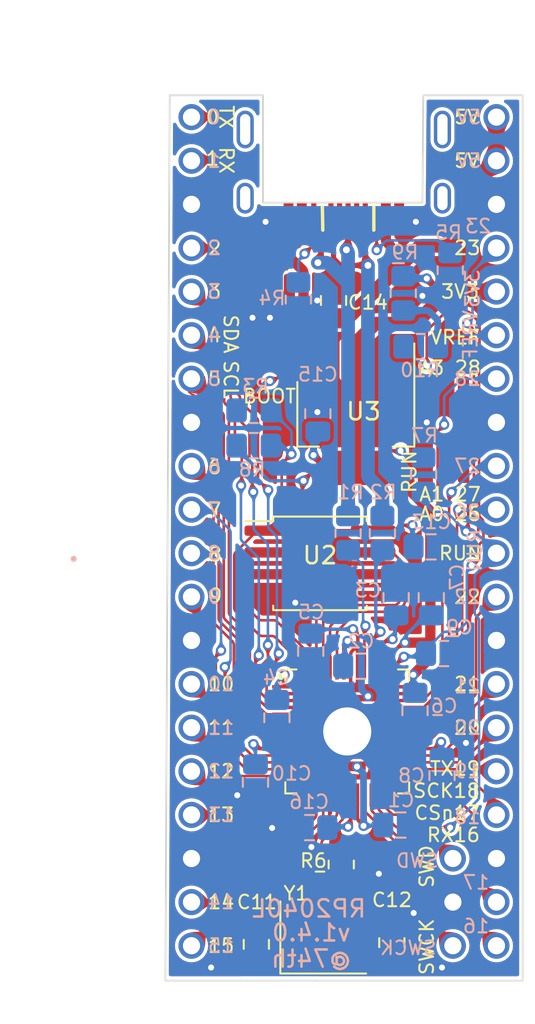
<source format=kicad_pcb>
(kicad_pcb (version 20211014) (generator pcbnew)
  (layers (0 "F.Cu" signal) (31 "B.Cu" signal) (34 "B.Paste" user) (35 "F.Paste" user) (36 "B.SilkS" user "B.Silkscreen") (37 "F.SilkS" user "F.Silkscreen") (38 "B.Mask" user) (39 "F.Mask" user) (44 "Edge.Cuts" user))
  (net 0 "")
  (net 1 "QSPI_SS")
  (net 2 "QSPI_SD1")
  (net 3 "QSPI_SD2")
  (net 4 "GND")
  (net 5 "QSPI_SD0")
  (net 6 "QSPI_CLK")
  (net 7 "QSPI_SD3")
  (net 8 "+1V1")
  (net 9 "XIN")
  (net 10 "XOUT")
  (net 11 "4")
  (net 12 "3")
  (net 13 "2")
  (net 14 "~{RESET}")
  (net 15 "Net-(R2-Pad1)")
  (net 16 "USB_DP")
  (net 17 "USB_DM")
  (net 18 "Net-(R1-Pad1)")
  (net 19 "+3V3")
  (net 20 "+5V")
  (net 21 "Net-(J1-Pad5)")
  (net 22 "5")
  (net 23 "6")
  (net 24 "7")
  (net 25 "27")
  (net 26 "8")
  (net 27 "9")
  (net 28 "10")
  (net 29 "11")
  (net 30 "12")
  (net 31 "13")
  (net 32 "14")
  (net 33 "15")
  (net 34 "26")
  (net 35 "22")
  (net 36 "17")
  (net 37 "16")
  (net 38 "21")
  (net 39 "20")
  (net 40 "19")
  (net 41 "18")
  (net 42 "0")
  (net 43 "1")
  (net 44 "28")
  (net 45 "23")
  (net 46 "ADC_VREF")
  (net 48 "Net-(C12-Pad2)")
  (net 49 "Net-(R3-Pad1)")
  (net 50 "Net-(J1-Pad6)")
  (net 53 "Net-(C9-Pad1)")
  (net 54 "Net-(J2-Pad1)")
  (net 55 "Net-(J2-Pad3)")
  (footprint "rp2040-dev-board:Register_0805_2012" (layer "F.Cu") (at 118.05 76.65 -90)
    (fp_text reference "R6")
    (fp_text value "1kR")
  )
  (footprint "rp2040-dev-board:SKRPABE010" (layer "F.Cu") (at 124 51.225 90)
    (fp_text reference "SW2")
    (fp_text value "SW_Push")
  )
  (footprint "rp2040-dev-board:USB-C-12-Pin-MidMount-ali-v4" (layer "F.Cu") (at 118.1 38.85 180)
    (fp_text reference "J1" hide)
    (fp_text value "USB2.0_C_v3")
  )
  (footprint "rp2040-dev-board:SKRPABE010" (layer "F.Cu") (at 113.85 45.254 90)
    (fp_text reference "SW1")
    (fp_text value "SW_Push")
  )
  (footprint "rp2040-dev-board:SC0915-LIKE" (layer "F.Cu") (at 127 48.26)
    (fp_text reference "P3" hide)
    (fp_text value "20Pin")
  )
  (footprint "rp2040-dev-board:RP2040_hand" (layer "F.Cu") (at 118.3 68.8)
    (fp_text reference "U1" hide)
    (fp_text value "RP2040" hide)
  )
  (footprint "rp2040-dev-board:Capacitor_0805_2012" (layer "F.Cu") (at 113 81.2 -90)
    (fp_text reference "C11")
    (fp_text value "27pF")
  )
  (footprint "rp2040-dev-board:SWD_PIN" (layer "F.Cu") (at 124.46 78.74 180)
    (fp_text reference "J2" hide)
    (fp_text value "SWD")
  )
  (footprint "rp2040-dev-board:SC0915-LIKE" (layer "F.Cu") (at 109.22 48.26)
    (fp_text reference "P2" hide)
    (fp_text value "20Pin")
  )
  (footprint "rp2040-dev-board:W25Q16-128JV-SOIC" (layer "F.Cu") (at 116.71 59.01)
    (fp_text reference "U2")
    (fp_text value "W25Q128JVS")
  )
  (footprint "rp2040-dev-board:Capacitor_0805_2012" (layer "F.Cu") (at 120.9 81.1 90)
    (fp_text reference "C12")
    (fp_text value "27pF")
  )
  (footprint "rp2040-dev-board:Capacitor_0805_2012" (layer "F.Cu") (at 117.5 43.7 90)
    (fp_text reference "C14")
    (fp_text value "10uF")
  )
  (footprint "Package_TO_SOT_SMD:SOT-223-3_TabPin2" (layer "F.Cu") (at 118.8 50.3 -90)
    (fp_text reference "U3")
    (fp_text value "AZ1117-3.3")
  )
  (footprint "rp2040-dev-board:Crystal_SMD_3225-4Pin_3.2x2.5mm_HandSoldering" (layer "F.Cu") (at 116.9 80.8)
    (fp_text reference "Y1")
    (fp_text value "Crystal_GND24")
  )
  (footprint "rp2040-dev-board:Capacitor_0805_2012" (layer "B.Cu") (at 114.2 68 -90)
    (fp_text reference "C4")
    (fp_text value "100nF")
  )
  (footprint "rp2040-dev-board:Register_0805_2012" (layer "B.Cu") (at 118.45 57.15 90)
    (fp_text reference "R1")
    (fp_text value "27.4R")
  )
  (footprint "rp2040-dev-board:Capacitor_0805_2012" (layer "B.Cu") (at 112.95 71.7625 -90)
    (fp_text reference "C10")
    (fp_text value "100nF")
  )
  (footprint "rp2040-dev-board:Capacitor_0805_2012" (layer "B.Cu") (at 116.1 74.4 180)
    (fp_text reference "C16")
    (fp_text value "100nF")
  )
  (footprint "rp2040-dev-board:Capacitor_0805_2012" (layer "B.Cu") (at 119.1 65)
    (fp_text reference "C2")
    (fp_text value "100nF")
  )
  (footprint "rp2040-dev-board:Register_0805_2012" (layer "B.Cu") (at 121.666 43.18 90)
    (fp_text reference "R9")
    (fp_text value "200R")
  )
  (footprint "rp2040-dev-board:Capacitor_0805_2012" (layer "B.Cu") (at 121.4375 74.25)
    (fp_text reference "C1")
    (fp_text value "100nF")
  )
  (footprint "rp2040-dev-board:Capacitor_0805_2012" (layer "B.Cu") (at 123.2 58.05)
    (fp_text reference "C13")
    (fp_text value "100nF")
  )
  (footprint "rp2040-dev-board:Register_0805_2012" (layer "B.Cu") (at 115.35 43.75 -90)
    (fp_text reference "R4")
    (fp_text value "5.1kR")
  )
  (footprint "rp2040-dev-board:Capacitor_0805_2012" (layer "B.Cu") (at 123.9305 64.262)
    (fp_text reference "C9")
    (fp_text value "1uF")
  )
  (footprint "rp2040-dev-board:Capacitor_0805_2012" (layer "B.Cu") (at 116.17 64.1375 -90)
    (fp_text reference "C5")
    (fp_text value "1uF")
  )
  (footprint "rp2040-dev-board:Register_0805_2012" (layer "B.Cu") (at 122.682 46.482)
    (fp_text reference "R10")
    (fp_text value "1R")
  )
  (footprint "rp2040-dev-board:Register_0805_2012" (layer "B.Cu") (at 112.95 50.2)
    (fp_text reference "R3")
    (fp_text value "1kR")
  )
  (footprint "rp2040-dev-board:Capacitor_0805_2012" (layer "B.Cu") (at 123.2 61 90)
    (fp_text reference "C7")
    (fp_text value "100nF")
  )
  (footprint "rp2040-dev-board:Capacitor_0805_2012" (layer "B.Cu") (at 122.25 67.5875 -90)
    (fp_text reference "C6")
    (fp_text value "100nF")
  )
  (footprint "rp2040-dev-board:Capacitor_0805_2012" (layer "B.Cu") (at 116.586 50.292 90)
    (fp_text reference "C15")
    (fp_text value "10uF")
  )
  (footprint "rp2040-dev-board:Register_0805_2012" (layer "B.Cu") (at 122.85 53.75 90)
    (fp_text reference "R7")
    (fp_text value "1kR")
  )
  (footprint "rp2040-dev-board:Capacitor_0805_2012" (layer "B.Cu") (at 121.15 61 90)
    (fp_text reference "C3")
    (fp_text value "1uF")
  )
  (footprint "rp2040-dev-board:Register_0805_2012" (layer "B.Cu") (at 124.206 42.037 -90)
    (fp_text reference "R5")
    (fp_text value "5.1kR")
  )
  (footprint "rp2040-dev-board:Register_0805_2012" (layer "B.Cu") (at 120.45 57.15 90)
    (fp_text reference "R2")
    (fp_text value "27.4R")
  )
  (footprint "rp2040-dev-board:Capacitor_0805_2012" (layer "B.Cu") (at 123.825 71.374 -90)
    (fp_text reference "C8")
    (fp_text value "100nF")
  )
  (footprint "rp2040-dev-board:Register_0805_2012" (layer "B.Cu") (at 112.75 52.05 180)
    (fp_text reference "R8")
    (fp_text value "10kR")
  )
  (gr_circle (center 102.352 58.748) (end 102.252 58.748) (layer "B.SilkS") (width 0.15) (fill solid))
  (gr_line (start 124.1425 63.246) (end 124.7775 63.246) (layer "B.SilkS") (width 0.12))
  (gr_line (start 123.825 67.843) (end 123.317 67.843) (layer "B.SilkS") (width 0.12))
  (gr_line (start 120.9675 41.529) (end 121.6025 41.529) (layer "B.SilkS") (width 0.12))
  (gr_line (start 116.459 76.962) (end 116.967 76.962) (layer "F.SilkS") (width 0.12))
  (gr_line (start 113.3856 31.75) (end 107.95 31.75) (layer "Edge.Cuts") (width 0.1))
  (gr_line (start 107.696 83.312) (end 128.524 83.312) (layer "Edge.Cuts") (width 0.1))
  (gr_line (start 122.7328 31.75) (end 128.524 31.75) (layer "Edge.Cuts") (width 0.1))
  (gr_line (start 107.95 31.75) (end 107.696 83.312) (layer "Edge.Cuts") (width 0.1))
  (gr_line (start 113.3856 31.75) (end 113.3856 37.9984) (layer "Edge.Cuts") (width 0.1))
  (gr_line (start 122.682 37.9984) (end 122.7328 31.75) (layer "Edge.Cuts") (width 0.1))
  (gr_line (start 128.524 83.312) (end 128.524 31.75) (layer "Edge.Cuts") (width 0.1))
  (gr_line (start 113.3856 37.9984) (end 122.682 37.9984) (layer "Edge.Cuts") (width 0.1))
  (gr_text "12" (at 110.109 71.12) (layer "B.SilkS") (effects (font (size 0.8 0.8) (thickness 0.12)) (justify right mirror)))
  (gr_text "9" (at 110.998 60.96) (layer "B.SilkS") (effects (font (size 0.8 0.8) (thickness 0.12)) (justify left mirror)))
  (gr_text "VREF" (at 125.476 47.244 90) (layer "B.SilkS") (effects (font (size 0.8 0.8) (thickness 0.12)) (justify right mirror)))
  (gr_text "5V" (at 124.587 33.02) (layer "B.SilkS") (effects (font (size 0.8 0.8) (thickness 0.12)) (justify right mirror)))
  (gr_text "0" (at 110.998 33.02) (layer "B.SilkS") (effects (font (size 0.8 0.8) (thickness 0.12)) (justify left mirror)))
  (gr_text "14" (at 110.109 78.74) (layer "B.SilkS") (effects (font (size 0.8 0.8) (thickness 0.12)) (justify right mirror)))
  (gr_text "15" (at 110.109 81.28) (layer "B.SilkS") (effects (font (size 0.8 0.8) (thickness 0.12)) (justify right mirror)))
  (gr_text "2" (at 110.998 40.64) (layer "B.SilkS") (effects (font (size 0.8 0.8) (thickness 0.12)) (justify left mirror)))
  (gr_text "23" (at 125.095 39.37) (layer "B.SilkS") (effects (font (size 0.8 0.8) (thickness 0.12)) (justify right mirror)))
  (gr_text "3V3" (at 125.603 44.196 90) (layer "B.SilkS") (effects (font (size 0.8 0.8) (thickness 0.12)) (justify right mirror)))
  (gr_text "RP2040L" (at 116.078 79.121) (layer "B.SilkS") (effects (font (size 1 1)) (justify mirror)))
  (gr_text "19" (at 124.46 71.112748) (layer "B.SilkS") (effects (font (size 0.8 0.8) (thickness 0.12)) (justify right mirror)))
  (gr_text "4" (at 110.998 45.72) (layer "B.SilkS") (effects (font (size 0.8 0.8) (thickness 0.12)) (justify left mirror)))
  (gr_text "@74th" (at 116.205 82.042) (layer "B.SilkS") (effects (font (size 1 1)) (justify mirror)))
  (gr_text "5" (at 110.998 48.26) (layer "B.SilkS") (effects (font (size 0.8 0.8) (thickness 0.12)) (justify left mirror)))
  (gr_text "SWD" (at 123.698 76.327) (layer "B.SilkS") (effects (font (size 0.8 0.8) (thickness 0.12)) (justify left mirror)))
  (gr_text "21" (at 124.46 66.167) (layer "B.SilkS") (effects (font (size 0.8 0.8) (thickness 0.12)) (justify right mirror)))
  (gr_text "v1.4.0" (at 116.205 80.518) (layer "B.SilkS") (effects (font (size 1 1)) (justify mirror)))
  (gr_text "7" (at 110.998 55.88) (layer "B.SilkS") (effects (font (size 0.8 0.8) (thickness 0.12)) (justify left mirror)))
  (gr_text "5V" (at 124.587 35.56) (layer "B.SilkS") (effects (font (size 0.8 0.8) (thickness 0.12)) (justify right mirror)))
  (gr_text "26" (at 124.46 56.007) (layer "B.SilkS") (effects (font (size 0.8 0.8) (thickness 0.12)) (justify right mirror)))
  (gr_text "22" (at 124.46 60.96) (layer "B.SilkS") (effects (font (size 0.8 0.8) (thickness 0.12)) (justify right mirror)))
  (gr_text "27" (at 124.46 53.34) (layer "B.SilkS") (effects (font (size 0.8 0.8) (thickness 0.12)) (justify right mirror)))
  (gr_text "28" (at 124.46 48.26) (layer "B.SilkS") (effects (font (size 0.8 0.8) (thickness 0.12)) (justify right mirror)))
  (gr_text "20" (at 124.46 68.58) (layer "B.SilkS") (effects (font (size 0.8 0.8) (thickness 0.12)) (justify right mirror)))
  (gr_text "8" (at 110.998 58.42) (layer "B.SilkS") (effects (font (size 0.8 0.8) (thickness 0.12)) (justify left mirror)))
  (gr_text "10" (at 110.109 66.04) (layer "B.SilkS") (effects (font (size 0.8 0.8) (thickness 0.12)) (justify right mirror)))
  (gr_text "18" (at 124.46 73.787) (layer "B.SilkS") (effects (font (size 0.8 0.8) (thickness 0.12)) (justify right mirror)))
  (gr_text "11" (at 110.109 68.58) (layer "B.SilkS") (effects (font (size 0.8 0.8) (thickness 0.12)) (justify right mirror)))
  (gr_text "16" (at 124.968 80.137) (layer "B.SilkS") (effects (font (size 0.8 0.8) (thickness 0.12)) (justify right mirror)))
  (gr_text "SWCK" (at 123.571 81.407) (layer "B.SilkS") (effects (font (size 0.8 0.8) (thickness 0.12)) (justify left mirror)))
  (gr_text "1" (at 110.998 35.56) (layer "B.SilkS") (effects (font (size 0.8 0.8) (thickness 0.12)) (justify left mirror)))
  (gr_text "17" (at 124.968 77.597) (layer "B.SilkS") (effects (font (size 0.8 0.8) (thickness 0.12)) (justify right mirror)))
  (gr_text "13" (at 110.109 73.66) (layer "B.SilkS") (effects (font (size 0.8 0.8) (thickness 0.12)) (justify right mirror)))
  (gr_text "6" (at 110.998 53.34) (layer "B.SilkS") (effects (font (size 0.8 0.8) (thickness 0.12)) (justify left mirror)))
  (gr_text "3" (at 110.998 43.18) (layer "B.SilkS") (effects (font (size 0.8 0.8) (thickness 0.12)) (justify left mirror)))
  (gr_text "RUN" (at 125.73 59.563 90) (layer "B.SilkS") (effects (font (size 0.8 0.8) (thickness 0.12)) (justify right mirror)))
  (gr_text "3V3" (at 123.698 43.18) (layer "F.SilkS") (effects (font (size 0.8 0.8) (thickness 0.12)) (justify left)))
  (gr_text "SWCK" (at 122.936 83.058 90) (layer "F.SilkS") (effects (font (size 0.8 0.8) (thickness 0.12)) (justify left)))
  (gr_text "6" (at 110.109 53.4) (layer "F.SilkS") (effects (font (size 0.8 0.8) (thickness 0.12)) (justify left)))
  (gr_text "4" (at 110.109 45.72) (layer "F.SilkS") (effects (font (size 0.8 0.8) (thickness 0.12)) (justify left)))
  (gr_text "11" (at 110.109 68.58) (layer "F.SilkS") (effects (font (size 0.8 0.8) (thickness 0.12)) (justify left)))
  (gr_text "12" (at 110.109 71.12) (layer "F.SilkS") (effects (font (size 0.8 0.8) (thickness 0.12)) (justify left)))
  (gr_text "VREF" (at 123.063 45.847) (layer "F.SilkS") (effects (font (size 0.8 0.8) (thickness 0.12)) (justify left)))
  (gr_text "7" (at 110.109 55.9) (layer "F.SilkS") (effects (font (size 0.8 0.8) (thickness 0.12)) (justify left)))
  (gr_text "5" (at 110.109 48.26) (layer "F.SilkS") (effects (font (size 0.8 0.8) (thickness 0.12)) (justify left)))
  (gr_text "RUN" (at 121.92 54.991 90) (layer "F.SilkS") (effects (font (size 0.8 0.8) (thickness 0.12)) (justify left)))
  (gr_text "RX" (at 111.252 34.671 270) (layer "F.SilkS") (effects (font (size 0.8 0.8) (thickness 0.12)) (justify left)))
  (gr_text "SWD" (at 122.936 77.978 90) (layer "F.SilkS") (effects (font (size 0.8 0.8) (thickness 0.12)) (justify left)))
  (gr_text "2" (at 110.109 40.64) (layer "F.SilkS") (effects (font (size 0.8 0.8) (thickness 0.12)) (justify left)))
  (gr_text "BOOT" (at 112.141 49.276) (layer "F.SilkS") (effects (font (size 0.8 0.8) (thickness 0.12)) (justify left)))
  (gr_text "SCL" (at 111.506 47.117 270) (layer "F.SilkS") (effects (font (size 0.8 0.8) (thickness 0.12)) (justify left)))
  (gr_text "TX19\nSCK18\nCSn17\nRX16" (at 126.111 72.898) (layer "F.SilkS") (effects (font (size 0.8 0.8) (thickness 0.12)) (justify right)))
  (gr_text "A1 27" (at 122.428 54.991) (layer "F.SilkS") (effects (font (size 0.8 0.8) (thickness 0.12)) (justify left)))
  (gr_text "5V" (at 124.46 33.02) (layer "F.SilkS") (effects (font (size 0.8 0.8) (thickness 0.12)) (justify left)))
  (gr_text "8" (at 110.15 58.49) (layer "F.SilkS") (effects (font (size 0.8 0.8) (thickness 0.12)) (justify left)))
  (gr_text "A0 26" (at 122.428 56.134) (layer "F.SilkS") (effects (font (size 0.8 0.8) (thickness 0.12)) (justify left)))
  (gr_text "0" (at 109.982 33.02) (layer "F.SilkS") (effects (font (size 0.8 0.8) (thickness 0.12)) (justify left)))
  (gr_text "15" (at 110.109 81.28) (layer "F.SilkS") (effects (font (size 0.8 0.8) (thickness 0.12)) (justify left)))
  (gr_text "21" (at 124.46 66.04) (layer "F.SilkS") (effects (font (size 0.8 0.8) (thickness 0.12)) (justify left)))
  (gr_text "14" (at 110.109 78.74) (layer "F.SilkS") (effects (font (size 0.8 0.8) (thickness 0.12)) (justify left)))
  (gr_text "SDA" (at 111.506 44.45 270) (layer "F.SilkS") (effects (font (size 0.8 0.8) (thickness 0.12)) (justify left)))
  (gr_text "1" (at 109.982 35.433) (layer "F.SilkS") (effects (font (size 0.8 0.8) (thickness 0.12)) (justify left)))
  (gr_text "5V" (at 124.46 35.56) (layer "F.SilkS") (effects (font (size 0.8 0.8) (thickness 0.12)) (justify left)))
  (gr_text "13" (at 110.109 73.66) (layer "F.SilkS") (effects (font (size 0.8 0.8) (thickness 0.12)) (justify left)))
  (gr_text "9" (at 110.16 60.91) (layer "F.SilkS") (effects (font (size 0.8 0.8) (thickness 0.12)) (justify left)))
  (gr_text "22" (at 124.46 60.96) (layer "F.SilkS") (effects (font (size 0.8 0.8) (thickness 0.12)) (justify left)))
  (gr_text "A3 28" (at 122.428 47.625) (layer "F.SilkS") (effects (font (size 0.8 0.8) (thickness 0.12)) (justify left)))
  (gr_text "23" (at 124.46 40.64) (layer "F.SilkS") (effects (font (size 0.8 0.8) (thickness 0.12)) (justify left)))
  (gr_text "TX" (at 111.252 32.258 270) (layer "F.SilkS") (effects (font (size 0.8 0.8) (thickness 0.12)) (justify left)))
  (gr_text "10" (at 110.109 66.04) (layer "F.SilkS") (effects (font (size 0.8 0.8) (thickness 0.12)) (justify left)))
  (gr_text "3" (at 110.109 43.18) (layer "F.SilkS") (effects (font (size 0.8 0.8) (thickness 0.12)) (justify left)))
  (gr_text "RUN" (at 123.571 58.42) (layer "F.SilkS") (effects (font (size 0.8 0.8) (thickness 0.12)) (justify left)))
  (gr_text "20" (at 124.46 68.58) (layer "F.SilkS") (effects (font (size 0.8 0.8) (thickness 0.12)) (justify left)))
  (segment (start 115.7 65.031801) (end 115.7 65.1) (width 0.15) (layer "F.Cu") (net 1))
  (segment (start 114.48 56.110736) (end 114.48 53.344264) (width 0.15) (layer "F.Cu") (net 1))
  (segment (start 111.71 58.568934) (end 111.71 61.595736) (width 0.15) (layer "F.Cu") (net 1))
  (segment (start 113.61 57.105) (end 114.392132 56.322868) (width 0.15) (layer "F.Cu") (net 1))
  (segment (start 111.797868 58.356802) (end 112.961802 57.192868) (width 0.15) (layer "F.Cu") (net 1))
  (segment (start 114.567868 53.132132) (end 115.05 52.65) (width 0.15) (layer "F.Cu") (net 1))
  (segment (start 113.354219 63.239955) (end 113.908154 63.239955) (width 0.15) (layer "F.Cu") (net 1))
  (segment (start 114.120286 63.327823) (end 115.612132 64.819669) (width 0.15) (layer "F.Cu") (net 1))
  (segment (start 113.173934 57.105) (end 113.61 57.105) (width 0.15) (layer "F.Cu") (net 1))
  (segment (start 111.797868 61.807868) (end 113.142087 63.152087) (width 0.15) (layer "F.Cu") (net 1))
  (via (at 115.05 52.65) (size 0.6) (drill 0.35) (layers "F.Cu" "B.Cu") (net 1))
  (arc (start 111.71 58.568934) (mid 111.732836 58.454129) (end 111.797868 58.356802) (width 0.15) (layer "F.Cu") (net 1))
  (arc (start 115.612132 64.819669) (mid 115.677164 64.916996) (end 115.7 65.031801) (width 0.15) (layer "F.Cu") (net 1))
  (arc (start 111.71 61.595736) (mid 111.732836 61.710541) (end 111.797868 61.807868) (width 0.15) (layer "F.Cu") (net 1))
  (arc (start 113.354219 63.239955) (mid 113.239414 63.217119) (end 113.142087 63.152087) (width 0.15) (layer "F.Cu") (net 1))
  (arc (start 114.392132 56.322868) (mid 114.457164 56.225541) (end 114.48 56.110736) (width 0.15) (layer "F.Cu") (net 1))
  (arc (start 114.567868 53.132132) (mid 114.502836 53.229459) (end 114.48 53.344264) (width 0.15) (layer "F.Cu") (net 1))
  (arc (start 113.908154 63.239955) (mid 114.022959 63.262791) (end 114.120286 63.327823) (width 0.15) (layer "F.Cu") (net 1))
  (arc (start 113.173934 57.105) (mid 113.059129 57.127836) (end 112.961802 57.192868) (width 0.15) (layer "F.Cu") (net 1))
  (segment (start 115.05 51.424264) (end 115.05 52.65) (width 0.15) (layer "B.Cu") (net 1))
  (segment (start 114.637868 52.237868) (end 115.05 52.65) (width 0.15) (layer "B.Cu") (net 1))
  (segment (start 113.85 52.15) (end 114.425736 52.15) (width 0.15) (layer "B.Cu") (net 1))
  (segment (start 113.85 50.1) (end 114.962132 51.212132) (width 0.15) (layer "B.Cu") (net 1))
  (arc (start 114.637868 52.237868) (mid 114.540541 52.172836) (end 114.425736 52.15) (width 0.15) (layer "B.Cu") (net 1))
  (arc (start 115.05 51.424264) (mid 115.027164 51.309459) (end 114.962132 51.212132) (width 0.15) (layer "B.Cu") (net 1))
  (segment (start 112.809264 58.375) (end 113.61 58.375) (width 0.15) (layer "F.Cu") (net 2))
  (segment (start 116.1 65.1) (end 116.1 64.414264) (width 0.15) (layer "F.Cu") (net 2))
  (segment (start 112.03 61.041066) (end 112.03 59.154264) (width 0.15) (layer "F.Cu") (net 2))
  (segment (start 113.102132 62.237462) (end 112.117868 61.253198) (width 0.15) (layer "F.Cu") (net 2))
  (segment (start 112.117868 58.942132) (end 112.597132 58.462868) (width 0.15) (layer "F.Cu") (net 2))
  (segment (start 114.011066 62.32533) (end 113.314264 62.32533) (width 0.15) (layer "F.Cu") (net 2))
  (segment (start 116.012132 64.202132) (end 114.223198 62.413198) (width 0.15) (layer "F.Cu") (net 2))
  (arc (start 112.597132 58.462868) (mid 112.694459 58.397836) (end 112.809264 58.375) (width 0.15) (layer "F.Cu") (net 2))
  (arc (start 113.102132 62.237462) (mid 113.199459 62.302494) (end 113.314264 62.32533) (width 0.15) (layer "F.Cu") (net 2))
  (arc (start 116.012132 64.202132) (mid 116.077164 64.299459) (end 116.1 64.414264) (width 0.15) (layer "F.Cu") (net 2))
  (arc (start 112.117868 58.942132) (mid 112.052836 59.039459) (end 112.03 59.154264) (width 0.15) (layer "F.Cu") (net 2))
  (arc (start 112.117868 61.253198) (mid 112.052836 61.155871) (end 112.03 61.041066) (width 0.15) (layer "F.Cu") (net 2))
  (arc (start 114.223198 62.413198) (mid 114.125871 62.348166) (end 114.011066 62.32533) (width 0.15) (layer "F.Cu") (net 2))
  (segment (start 116.5 65.1) (end 116.5 61.514264) (width 0.15) (layer "F.Cu") (net 3))
  (segment (start 114.842868 59.732868) (end 116.412132 61.302132) (width 0.15) (layer "F.Cu") (net 3))
  (segment (start 113.61 59.645) (end 114.630736 59.645) (width 0.15) (layer "F.Cu") (net 3))
  (arc (start 116.5 61.514264) (mid 116.477164 61.399459) (end 116.412132 61.302132) (width 0.15) (layer "F.Cu") (net 3))
  (arc (start 114.842868 59.732868) (mid 114.745541 59.667836) (end 114.630736 59.645) (width 0.15) (layer "F.Cu") (net 3))
  (segment (start 117.287868 73.622132) (end 117.3 73.61) (width 0.15) (layer "F.Cu") (net 4))
  (segment (start 122.925 53.3) (end 122.925 50.811) (width 0.2) (layer "F.Cu") (net 4))
  (segment (start 112.776 45.258) (end 112.776 43.18) (width 0.2) (layer "F.Cu") (net 4))
  (segment (start 116.297868 75.132132) (end 117.112132 74.317868) (width 0.15) (layer "F.Cu") (net 4))
  (segment (start 122.925 49.15) (end 122.925 50.789) (width 0.2) (layer "F.Cu") (net 4))
  (segment (start 117.2 74.105736) (end 117.2 73.834264) (width 0.15) (layer "F.Cu") (net 4))
  (segment (start 122.925 50.789) (end 122.936 50.8) (width 0.2) (layer "F.Cu") (net 4))
  (segment (start 116.21 75.53) (end 116.21 75.344264) (width 0.15) (layer "F.Cu") (net 4))
  (segment (start 117.3 73.61) (end 117.3 72.5) (width 0.15) (layer "F.Cu") (net 4))
  (segment (start 113.538 39.116) (end 114.554 39.116) (width 0.8) (layer "F.Cu") (net 4))
  (segment (start 116.55 43.6125) (end 117.5 42.6625) (width 0.4) (layer "F.Cu") (net 4))
  (segment (start 122.925 50.811) (end 122.936 50.8) (width 0.2) (layer "F.Cu") (net 4))
  (segment (start 112.775 47.329) (end 112.775 45.259) (width 0.2) (layer "F.Cu") (net 4))
  (segment (start 122.301 39.116) (end 121.666 39.116) (width 0.8) (layer "F.Cu") (net 4))
  (segment (start 112.775 44.705) (end 112.776 44.704) (width 0.2) (layer "F.Cu") (net 4))
  (segment (start 116.55 43.7) (end 116.55 43.6125) (width 0.4) (layer "F.Cu") (net 4))
  (via (at 110.363 82.55) (size 0.6) (drill 0.35) (layers "F.Cu" "B.Cu") (net 4))
  (via (at 111.887 72.517) (size 0.6) (drill 0.35) (layers "F.Cu" "B.Cu") (net 4))
  (via (at 123.825 82.55) (size 0.6) (drill 0.35) (layers "F.Cu" "B.Cu") (net 4))
  (via (at 125.222 69.469) (size 0.6) (drill 0.35) (layers "F.Cu" "B.Cu") (net 4))
  (via (at 122.682 43.434) (size 0.6) (drill 0.35) (layers "F.Cu" "B.Cu") (net 4))
  (via (at 120.142 77.089) (size 0.6) (drill 0.35) (layers "F.Cu" "B.Cu") (net 4))
  (via (at 112.776 44.704) (size 0.6) (drill 0.35) (layers "F.Cu" "B.Cu") (net 4))
  (via (at 113.792 44.704) (size 0.6) (drill 0.35) (layers "F.Cu" "B.Cu") (net 4))
  (via (at 116.56 50.2) (size 0.6) (drill 0.35) (layers "F.Cu" "B.Cu") (net 4))
  (via (at 115.27 61.3) (size 0.6) (drill 0.35) (layers "F.Cu" "B.Cu") (net 4))
  (via (at 122.936 50.8) (size 0.6) (drill 0.35) (layers "F.Cu" "B.Cu") (net 4))
  (via (at 116.21 75.53) (size 0.6) (drill 0.35) (layers "F.Cu" "B.Cu") (net 4))
  (via (at 113.919 74.422) (size 0.6) (drill 0.35) (layers "F.Cu" "B.Cu") (net 4))
  (via (at 113.538 39.116) (size 0.6) (drill 0.35) (layers "F.Cu" "B.Cu") (net 4))
  (via (at 122.174 79.375) (size 0.6) (drill 0.35) (layers "F.Cu" "B.Cu") (net 4))
  (via (at 122.301 39.116) (size 0.6) (drill 0.35) (layers "F.Cu" "B.Cu") (net 4))
  (via (at 116.55 43.7) (size 0.6) (drill 0.35) (layers "F.Cu" "B.Cu") (net 4))
  (arc (start 116.297868 75.132132) (mid 116.232836 75.229459) (end 116.21 75.344264) (width 0.15) (layer "F.Cu") (net 4))
  (arc (start 117.287868 73.622132) (mid 117.222836 73.719459) (end 117.2 73.834264) (width 0.15) (layer "F.Cu") (net 4))
  (arc (start 117.112132 74.317868) (mid 117.177164 74.220541) (end 117.2 74.105736) (width 0.15) (layer "F.Cu") (net 4))
  (segment (start 117.3 69.8) (end 118.3 68.8) (width 0.15) (layer "B.Cu") (net 4))
  (segment (start 117.979264 60.785) (end 120.61 60.785) (width 0.15) (layer "F.Cu") (net 5))
  (segment (start 116.987868 61.652132) (end 117.767132 60.872868) (width 0.15) (layer "F.Cu") (net 5))
  (segment (start 116.9 65.1) (end 116.9 61.864264) (width 0.15) (layer "F.Cu") (net 5))
  (arc (start 116.987868 61.652132) (mid 116.922836 61.749459) (end 116.9 61.864264) (width 0.15) (layer "F.Cu") (net 5))
  (arc (start 117.767132 60.872868) (mid 117.864459 60.807836) (end 117.979264 60.785) (width 0.15) (layer "F.Cu") (net 5))
  (segment (start 118.442132 61.527868) (end 117.387868 62.582132) (width 0.15) (layer "F.Cu") (net 6))
  (segment (start 120.37033 59.645) (end 121.272132 60.546802) (width 0.15) (layer "F.Cu") (net 6))
  (segment (start 121.36 60.758934) (end 121.36 61.115736) (width 0.15) (layer "F.Cu") (net 6))
  (segment (start 121.272132 61.327868) (end 121.247868 61.352132) (width 0.15) (layer "F.Cu") (net 6))
  (segment (start 117.3 62.794264) (end 117.3 65.1) (width 0.15) (layer "F.Cu") (net 6))
  (segment (start 121.035736 61.44) (end 118.654264 61.44) (width 0.15) (layer "F.Cu") (net 6))
  (segment (start 119.81 59.645) (end 120.37033 59.645) (width 0.15) (layer "F.Cu") (net 6))
  (arc (start 118.654264 61.44) (mid 118.539459 61.462836) (end 118.442132 61.527868) (width 0.15) (layer "F.Cu") (net 6))
  (arc (start 121.272132 60.546802) (mid 121.337164 60.644129) (end 121.36 60.758934) (width 0.15) (layer "F.Cu") (net 6))
  (arc (start 117.387868 62.582132) (mid 117.322836 62.679459) (end 117.3 62.794264) (width 0.15) (layer "F.Cu") (net 6))
  (arc (start 121.36 61.115736) (mid 121.337164 61.230541) (end 121.272132 61.327868) (width 0.15) (layer "F.Cu") (net 6))
  (arc (start 121.247868 61.352132) (mid 121.150541 61.417164) (end 121.035736 61.44) (width 0.15) (layer "F.Cu") (net 6))
  (segment (start 121.66 61.24) (end 121.66 59.214264) (width 0.15) (layer "F.Cu") (net 7))
  (segment (start 117.787868 62.892132) (end 118.762132 61.917868) (width 0.15) (layer "F.Cu") (net 7))
  (segment (start 121.572132 59.002132) (end 121.032868 58.462868) (width 0.15) (layer "F.Cu") (net 7))
  (segment (start 121.282132 61.742132) (end 121.572132 61.452132) (width 0.15) (layer "F.Cu") (net 7))
  (segment (start 117.7 65.1) (end 117.7 63.104264) (width 0.15) (layer "F.Cu") (net 7))
  (segment (start 118.974264 61.83) (end 121.07 61.83) (width 0.15) (layer "F.Cu") (net 7))
  (segment (start 120.820736 58.375) (end 119.81 58.375) (width 0.15) (layer "F.Cu") (net 7))
  (arc (start 120.820736 58.375) (mid 120.935541 58.397836) (end 121.032868 58.462868) (width 0.15) (layer "F.Cu") (net 7))
  (arc (start 118.762132 61.917868) (mid 118.859459 61.852836) (end 118.974264 61.83) (width 0.15) (layer "F.Cu") (net 7))
  (arc (start 121.66 61.24) (mid 121.637164 61.354805) (end 121.572132 61.452132) (width 0.15) (layer "F.Cu") (net 7))
  (arc (start 117.787868 62.892132) (mid 117.722836 62.989459) (end 117.7 63.104264) (width 0.15) (layer "F.Cu") (net 7))
  (arc (start 121.66 59.214264) (mid 121.637164 59.099459) (end 121.572132 59.002132) (width 0.15) (layer "F.Cu") (net 7))
  (arc (start 121.07 61.83) (mid 121.184805 61.807164) (end 121.282132 61.742132) (width 0.15) (layer "F.Cu") (net 7))
  (segment (start 119.25 74.3) (end 118.987868 74.037868) (width 0.2) (layer "F.Cu") (net 8))
  (segment (start 119.507 66.750498) (end 120.069502 66.750498) (width 0.2) (layer "F.Cu") (net 8))
  (segment (start 120.944295 63.424777) (end 120.775084 63.424777) (width 0.2) (layer "F.Cu") (net 8))
  (segment (start 118.87 70.849502) (end 118.9 70.879502) (width 0.2) (layer "F.Cu") (net 8))
  (segment (start 120.069502 66.750498) (end 120.1 66.72) (width 0.2) (layer "F.Cu") (net 8))
  (segment (start 120.562952 63.512645) (end 120.147295 63.928302) (width 0.2) (layer "F.Cu") (net 8))
  (segment (start 118.9 73.825736) (end 118.9 72.5) (width 0.2) (layer "F.Cu") (net 8))
  (segment (start 120.1 66.72) (end 120.1 65.1) (width 0.2) (layer "F.Cu") (net 8))
  (segment (start 118.1 65.1) (end 118.1 63.874264) (width 0.2) (layer "F.Cu") (net 8))
  (segment (start 120.1 64.097152) (end 120.1 65.1) (width 0.2) (layer "F.Cu") (net 8))
  (segment (start 118.187868 63.662132) (end 118.32 63.53) (width 0.2) (layer "F.Cu") (net 8))
  (via (at 118.32 63.53) (size 0.6) (drill 0.35) (layers "F.Cu" "B.Cu") (net 8))
  (via (at 119.507 66.750498) (size 0.6) (drill 0.35) (layers "F.Cu" "B.Cu") (net 8))
  (via (at 118.87 70.849502) (size 0.6) (drill 0.35) (layers "F.Cu" "B.Cu") (net 8))
  (via (at 120.944295 63.424777) (size 0.6) (drill 0.35) (layers "F.Cu" "B.Cu") (net 8))
  (via (at 119.25 74.3) (size 0.6) (drill 0.35) (layers "F.Cu" "B.Cu") (net 8))
  (arc (start 118.987868 74.037868) (mid 118.922836 73.940541) (end 118.9 73.825736) (width 0.2) (layer "F.Cu") (net 8))
  (arc (start 120.775084 63.424777) (mid 120.660279 63.447613) (end 120.562952 63.512645) (width 0.2) (layer "F.Cu") (net 8))
  (arc (start 118.187868 63.662132) (mid 118.122836 63.759459) (end 118.1 63.874264) (width 0.2) (layer "F.Cu") (net 8))
  (arc (start 120.147295 63.928302) (mid 120.11293 64.010074) (end 120.1 64.097152) (width 0.2) (layer "F.Cu") (net 8))
  (segment (start 119.082868 63.837868) (end 119.126 63.881) (width 0.4) (layer "B.Cu") (net 8))
  (segment (start 119.126 63.881) (end 119.126 66.245234) (width 0.4) (layer "B.Cu") (net 8))
  (segment (start 120.774312 62.413188) (end 121.15 62.0375) (width 0.2) (layer "B.Cu") (net 8))
  (segment (start 120.35 74.3) (end 120.4 74.25) (width 0.2) (layer "B.Cu") (net 8))
  (segment (start 121.022132 62.862132) (end 120.70092 62.54092) (width 0.2) (layer "B.Cu") (net 8))
  (segment (start 118.084763 64.977737) (end 118.0625 65) (width 0.2) (layer "B.Cu") (net 8))
  (segment (start 121.11 63.134808) (end 121.11 63.074264) (width 0.2) (layer "B.Cu") (net 8))
  (segment (start 120.944295 63.424777) (end 121.022132 63.34694) (width 0.2) (layer "B.Cu") (net 8))
  (segment (start 119.213868 66.457366) (end 119.507 66.750498) (width 0.4) (layer "B.Cu") (net 8))
  (segment (start 118.172631 63.677369) (end 118.32 63.53) (width 0.2) (layer "B.Cu") (net 8))
  (segment (start 118.172631 63.75) (end 118.172631 64.765605) (width 0.2) (layer "B.Cu") (net 8))
  (segment (start 118.172631 63.75) (end 118.870736 63.75) (width 0.4) (layer "B.Cu") (net 8))
  (segment (start 118.172631 63.75) (end 118.172631 63.677369) (width 0.2) (layer "B.Cu") (net 8))
  (segment (start 120.70092 62.54092) (end 120.70092 62.523492) (width 0.2) (layer "B.Cu") (net 8))
  (segment (start 119.162132 71.141634) (end 118.87 70.849502) (width 0.4) (layer "B.Cu") (net 8))
  (segment (start 119.25 74.3) (end 119.25 71.353766) (width 0.4) (layer "B.Cu") (net 8))
  (segment (start 119.25 74.3) (end 120.35 74.3) (width 0.2) (layer "B.Cu") (net 8))
  (arc (start 119.082868 63.837868) (mid 118.985541 63.772836) (end 118.870736 63.75) (width 0.4) (layer "B.Cu") (net 8))
  (arc (start 121.11 63.134808) (mid 121.087164 63.249613) (end 121.022132 63.34694) (width 0.2) (layer "B.Cu") (net 8))
  (arc (start 119.162132 71.141634) (mid 119.227164 71.238961) (end 119.25 71.353766) (width 0.4) (layer "B.Cu") (net 8))
  (arc (start 120.70092 62.523492) (mid 120.733175 62.465297) (end 120.774312 62.413188) (width 0.2) (layer "B.Cu") (net 8))
  (arc (start 119.126 66.245234) (mid 119.148836 66.360039) (end 119.213868 66.457366) (width 0.4) (layer "B.Cu") (net 8))
  (arc (start 121.11 63.074264) (mid 121.087164 62.959459) (end 121.022132 62.862132) (width 0.2) (layer "B.Cu") (net 8))
  (arc (start 118.084763 64.977737) (mid 118.149795 64.88041) (end 118.172631 64.765605) (width 0.2) (layer "B.Cu") (net 8))
  (segment (start 113.411764 81.95) (end 115.45 81.95) (width 0.15) (layer "F.Cu") (net 9))
  (segment (start 116.8 75.324264) (end 116.8 80.725736) (width 0.15) (layer "F.Cu") (net 9))
  (segment (start 113 82.2375) (end 113.199632 82.037868) (width 0.15) (layer "F.Cu") (net 9))
  (segment (start 117.7 72.5) (end 117.7 73.575736) (width 0.15) (layer "F.Cu") (net 9))
  (segment (start 116.712132 80.937868) (end 115.787868 81.862132) (width 0.15) (layer "F.Cu") (net 9))
  (segment (start 115.575736 81.95) (end 115.45 81.95) (width 0.15) (layer "F.Cu") (net 9))
  (segment (start 117.437132 74.562868) (end 116.887868 75.112132) (width 0.15) (layer "F.Cu") (net 9))
  (segment (start 117.612132 73.787868) (end 117.525 73.875) (width 0.15) (layer "F.Cu") (net 9))
  (segment (start 117.525 73.875) (end 117.525 74.350736) (width 0.15) (layer "F.Cu") (net 9))
  (arc (start 113.411764 81.95) (mid 113.296959 81.972836) (end 113.199632 82.037868) (width 0.15) (layer "F.Cu") (net 9))
  (arc (start 116.8 80.725736) (mid 116.777164 80.840541) (end 116.712132 80.937868) (width 0.15) (layer "F.Cu") (net 9))
  (arc (start 116.8 75.324264) (mid 116.822836 75.209459) (end 116.887868 75.112132) (width 0.15) (layer "F.Cu") (net 9))
  (arc (start 115.787868 81.862132) (mid 115.690541 81.927164) (end 115.575736 81.95) (width 0.15) (layer "F.Cu") (net 9))
  (arc (start 117.437132 74.562868) (mid 117.502164 74.465541) (end 117.525 74.350736) (width 0.15) (layer "F.Cu") (net 9))
  (arc (start 117.7 73.575736) (mid 117.677164 73.690541) (end 117.612132 73.787868) (width 0.15) (layer "F.Cu") (net 9))
  (segment (start 117.912868 74.037132) (end 118.012132 73.937868) (width 0.15) (layer "F.Cu") (net 10))
  (segment (start 117.95 75.55) (end 117.912868 75.512868) (width 0.15) (layer "F.Cu") (net 10))
  (segment (start 118.1 73.725736) (end 118.1 72.5) (width 0.15) (layer "F.Cu") (net 10))
  (segment (start 117.825 75.300736) (end 117.825 74.249264) (width 0.15) (layer "F.Cu") (net 10))
  (arc (start 118.012132 73.937868) (mid 118.077164 73.840541) (end 118.1 73.725736) (width 0.15) (layer "F.Cu") (net 10))
  (arc (start 117.912868 75.512868) (mid 117.847836 75.415541) (end 117.825 75.300736) (width 0.15) (layer "F.Cu") (net 10))
  (arc (start 117.912868 74.037132) (mid 117.847836 74.134459) (end 117.825 74.249264) (width 0.15) (layer "F.Cu") (net 10))
  (segment (start 112.319616 63.54388) (end 112.319616 66.84388) (width 0.15) (layer "F.Cu") (net 11))
  (segment (start 110.612868 49.012868) (end 110.656132 49.056132) (width 0.15) (layer "F.Cu") (net 11))
  (segment (start 110.525 47.149264) (end 110.525 48.800736) (width 0.15) (layer "F.Cu") (net 11))
  (segment (start 110.744 49.268264) (end 110.744 49.836736) (width 0.15) (layer "F.Cu") (net 11))
  (segment (start 109.22 45.72) (end 110.437132 46.937132) (width 0.15) (layer "F.Cu") (net 11))
  (segment (start 110.831868 50.048868) (end 111.012132 50.229132) (width 0.15) (layer "F.Cu") (net 11))
  (segment (start 113.675736 68.2) (end 114.6 68.2) (width 0.15) (layer "F.Cu") (net 11))
  (segment (start 111.1 50.441264) (end 111.1 62.075736) (width 0.15) (layer "F.Cu") (net 11))
  (segment (start 112.407484 67.056012) (end 113.463604 68.112132) (width 0.15) (layer "F.Cu") (net 11))
  (segment (start 111.187868 62.287868) (end 112.231748 63.331748) (width 0.15) (layer "F.Cu") (net 11))
  (arc (start 113.463604 68.112132) (mid 113.560931 68.177164) (end 113.675736 68.2) (width 0.15) (layer "F.Cu") (net 11))
  (arc (start 110.831868 50.048868) (mid 110.766836 49.951541) (end 110.744 49.836736) (width 0.15) (layer "F.Cu") (net 11))
  (arc (start 110.525 48.800736) (mid 110.547836 48.915541) (end 110.612868 49.012868) (width 0.15) (layer "F.Cu") (net 11))
  (arc (start 112.231748 63.331748) (mid 112.29678 63.429075) (end 112.319616 63.54388) (width 0.15) (layer "F.Cu") (net 11))
  (arc (start 111.1 62.075736) (mid 111.122836 62.190541) (end 111.187868 62.287868) (width 0.15) (layer "F.Cu") (net 11))
  (arc (start 111.1 50.441264) (mid 111.077164 50.326459) (end 111.012132 50.229132) (width 0.15) (layer "F.Cu") (net 11))
  (arc (start 110.656132 49.056132) (mid 110.721164 49.153459) (end 110.744 49.268264) (width 0.15) (layer "F.Cu") (net 11))
  (arc (start 112.319616 66.84388) (mid 112.342452 66.958685) (end 112.407484 67.056012) (width 0.15) (layer "F.Cu") (net 11))
  (arc (start 110.437132 46.937132) (mid 110.502164 47.034459) (end 110.525 47.149264) (width 0.15) (layer "F.Cu") (net 11))
  (segment (start 109.22 43.18) (end 110.737132 44.697132) (width 0.15) (layer "F.Cu") (net 12))
  (segment (start 111.8 62.35) (end 112.531748 63.081748) (width 0.15) (layer "F.Cu") (net 12))
  (segment (start 112.707484 66.931748) (end 113.487868 67.712132) (width 0.15) (layer "F.Cu") (net 12))
  (segment (start 111.775736 62.35) (end 111.8 62.35) (width 0.15) (layer "F.Cu") (net 12))
  (segment (start 112.619616 63.29388) (end 112.619616 66.719616) (width 0.15) (layer "F.Cu") (net 12))
  (segment (start 110.912868 48.662868) (end 111.037132 48.787132) (width 0.15) (layer "F.Cu") (net 12))
  (segment (start 113.7 67.8) (end 114.6 67.8) (width 0.15) (layer "F.Cu") (net 12))
  (segment (start 111.212868 49.744868) (end 111.312132 49.844132) (width 0.15) (layer "F.Cu") (net 12))
  (segment (start 111.4 50.056264) (end 111.4 61.85) (width 0.15) (layer "F.Cu") (net 12))
  (segment (start 111.487868 62.062132) (end 111.775736 62.35) (width 0.15) (layer "F.Cu") (net 12))
  (segment (start 111.125 48.999264) (end 111.125 49.532736) (width 0.15) (layer "F.Cu") (net 12))
  (segment (start 110.825 44.909264) (end 110.825 48.450736) (width 0.15) (layer "F.Cu") (net 12))
  (arc (start 111.312132 49.844132) (mid 111.377164 49.941459) (end 111.4 50.056264) (width 0.15) (layer "F.Cu") (net 12))
  (arc (start 112.531748 63.081748) (mid 112.59678 63.179075) (end 112.619616 63.29388) (width 0.15) (layer "F.Cu") (net 12))
  (arc (start 112.619616 66.719616) (mid 112.642452 66.834421) (end 112.707484 66.931748) (width 0.15) (layer "F.Cu") (net 12))
  (arc (start 111.125 49.532736) (mid 111.147836 49.647541) (end 111.212868 49.744868) (width 0.15) (layer "F.Cu") (net 12))
  (arc (start 113.487868 67.712132) (mid 113.585195 67.777164) (end 113.7 67.8) (width 0.15) (layer "F.Cu") (net 12))
  (arc (start 110.825 48.450736) (mid 110.847836 48.565541) (end 110.912868 48.662868) (width 0.15) (layer "F.Cu") (net 12))
  (arc (start 111.4 61.85) (mid 111.422836 61.964805) (end 111.487868 62.062132) (width 0.15) (layer "F.Cu") (net 12))
  (arc (start 110.737132 44.697132) (mid 110.802164 44.794459) (end 110.825 44.909264) (width 0.15) (layer "F.Cu") (net 12))
  (arc (start 111.125 48.999264) (mid 111.102164 48.884459) (end 111.037132 48.787132) (width 0.15) (layer "F.Cu") (net 12))
  (segment (start 114.6 67.4) (end 113.6 67.4) (width 0.15) (layer "F.Cu") (net 13))
  (segment (start 111.062132 41.362132) (end 110.387868 40.687868) (width 0.15) (layer "F.Cu") (net 13))
  (segment (start 113.6 67.4) (end 113.55 67.35) (width 0.15) (layer "F.Cu") (net 13))
  (segment (start 111.408632 48.308632) (end 111.237868 48.137868) (width 0.15) (layer "F.Cu") (net 13))
  (segment (start 111.4965 48.520764) (end 111.4965 49.269236) (width 0.15) (layer "F.Cu") (net 13))
  (segment (start 111.584368 49.481368) (end 111.662132 49.559132) (width 0.15) (layer "F.Cu") (net 13))
  (segment (start 112.062132 52.612132) (end 111.837868 52.387868) (width 0.15) (layer "F.Cu") (net 13))
  (segment (start 112.95 66.625736) (end 112.95 64.682507) (width 0.15) (layer "F.Cu") (net 13))
  (segment (start 112.15 54.44) (end 112.15 52.824264) (width 0.15) (layer "F.Cu") (net 13))
  (segment (start 113.55 67.35) (end 113.037868 66.837868) (width 0.15) (layer "F.Cu") (net 13))
  (segment (start 112.11 54.48) (end 112.15 54.44) (width 0.15) (layer "F.Cu") (net 13))
  (segment (start 110.175736 40.6) (end 109.26 40.6) (width 0.15) (layer "F.Cu") (net 13))
  (segment (start 111.75 52.175736) (end 111.75 49.771264) (width 0.15) (layer "F.Cu") (net 13))
  (segment (start 111.15 47.925736) (end 111.15 41.574264) (width 0.15) (layer "F.Cu") (net 13))
  (segment (start 109.26 40.6) (end 109.22 40.64) (width 0.15) (layer "F.Cu") (net 13))
  (segment (start 113.037868 64.470375) (end 113.144616 64.363627) (width 0.15) (layer "F.Cu") (net 13))
  (via (at 113.144616 64.363627) (size 0.6) (drill 0.35) (layers "F.Cu" "B.Cu") (net 13))
  (via (at 112.11 54.48) (size 0.6) (drill 0.35) (layers "F.Cu" "B.Cu") (net 13))
  (arc (start 111.4965 49.269236) (mid 111.519336 49.384041) (end 111.584368 49.481368) (width 0.15) (layer "F.Cu") (net 13))
  (arc (start 112.15 52.824264) (mid 112.127164 52.709459) (end 112.062132 52.612132) (width 0.15) (layer "F.Cu") (net 13))
  (arc (start 111.408632 48.308632) (mid 111.473664 48.405959) (end 111.4965 48.520764) (width 0.15) (layer "F.Cu") (net 13))
  (arc (start 110.387868 40.687868) (mid 110.290541 40.622836) (end 110.175736 40.6) (width 0.15) (layer "F.Cu") (net 13))
  (arc (start 113.037868 64.470375) (mid 112.972836 64.567702) (end 112.95 64.682507) (width 0.15) (layer "F.Cu") (net 13))
  (arc (start 111.662132 49.559132) (mid 111.727164 49.656459) (end 111.75 49.771264) (width 0.15) (layer "F.Cu") (net 13))
  (arc (start 112.95 66.625736) (mid 112.972836 66.740541) (end 113.037868 66.837868) (width 0.15) (layer "F.Cu") (net 13))
  (arc (start 111.15 41.574264) (mid 111.127164 41.459459) (end 111.062132 41.362132) (width 0.15) (layer "F.Cu") (net 13))
  (arc (start 111.837868 52.387868) (mid 111.772836 52.290541) (end 111.75 52.175736) (width 0.15) (layer "F.Cu") (net 13))
  (arc (start 111.237868 48.137868) (mid 111.172836 48.040541) (end 111.15 47.925736) (width 0.15) (layer "F.Cu") (net 13))
  (segment (start 112.187868 57.737868) (end 113.056748 58.606748) (width 0.15) (layer "B.Cu") (net 13))
  (segment (start 113.144616 58.81888) (end 113.144616 64.363627) (width 0.15) (layer "B.Cu") (net 13))
  (segment (start 112.102144 54.487856) (end 112.102144 57.584982) (width 0.15) (layer "B.Cu") (net 13))
  (segment (start 112.11 54.48) (end 112.102144 54.487856) (width 0.15) (layer "B.Cu") (net 13))
  (arc (start 113.056748 58.606748) (mid 113.12178 58.704075) (end 113.144616 58.81888) (width 0.15) (layer "B.Cu") (net 13))
  (arc (start 112.102144 57.584982) (mid 112.135415 57.667157) (end 112.187868 57.737868) (width 0.15) (layer "B.Cu") (net 13))
  (segment (start 120.1 73.200736) (end 120.1 72.5) (width 0.15) (layer "F.Cu") (net 14))
  (segment (start 124.3 74.4) (end 121.299264 74.4) (width 0.15) (layer "F.Cu") (net 14))
  (segment (start 125.075 53.175736) (end 125.075 49.15) (width 0.15) (layer "F.Cu") (net 14))
  (segment (start 125.2245 57.15) (end 125.261132 57.113368) (width 0.15) (layer "F.Cu") (net 14))
  (segment (start 125.349 56.901236) (end 125.349 53.698264) (width 0.15) (layer "F.Cu") (net 14))
  (segment (start 125.261132 53.486132) (end 125.162868 53.387868) (width 0.15) (layer "F.Cu") (net 14))
  (segment (start 121.087132 74.312132) (end 120.187868 73.412868) (width 0.15) (layer "F.Cu") (net 14))
  (via (at 124.3 74.4) (size 0.6) (drill 0.35) (layers "F.Cu" "B.Cu") (net 14))
  (via (at 125.2245 57.15) (size 0.6) (drill 0.35) (layers "F.Cu" "B.Cu") (net 14))
  (arc (start 120.1 73.200736) (mid 120.122836 73.315541) (end 120.187868 73.412868) (width 0.15) (layer "F.Cu") (net 14))
  (arc (start 125.349 53.698264) (mid 125.326164 53.583459) (end 125.261132 53.486132) (width 0.15) (layer "F.Cu") (net 14))
  (arc (start 125.075 53.175736) (mid 125.097836 53.290541) (end 125.162868 53.387868) (width 0.15) (layer "F.Cu") (net 14))
  (arc (start 125.261132 57.113368) (mid 125.326164 57.016041) (end 125.349 56.901236) (width 0.15) (layer "F.Cu") (net 14))
  (arc (start 121.299264 74.4) (mid 121.184459 74.377164) (end 121.087132 74.312132) (width 0.15) (layer "F.Cu") (net 14))
  (segment (start 125.984 62.354264) (end 125.984 72.591736) (width 0.15) (layer "B.Cu") (net 14))
  (segment (start 123.957236 56.007) (end 123.441264 56.007) (width 0.15) (layer "B.Cu") (net 14))
  (segment (start 127 58.42) (end 125.817868 59.602132) (width 0.15) (layer "B.Cu") (net 14))
  (segment (start 125.73 59.814264) (end 125.73 61.851736) (width 0.15) (layer "B.Cu") (net 14))
  (segment (start 122.75 55.44) (end 122.75 54.85) (width 0.15) (layer "B.Cu") (net 14))
  (segment (start 125.896132 72.803868) (end 124.3 74.4) (width 0.15) (layer "B.Cu") (net 14))
  (segment (start 125.690868 57.110868) (end 127 58.42) (width 0.15) (layer "B.Cu") (net 14))
  (segment (start 125.817868 62.063868) (end 125.896132 62.142132) (width 0.15) (layer "B.Cu") (net 14))
  (segment (start 125.2245 57.15) (end 124.169368 56.094868) (width 0.15) (layer "B.Cu") (net 14))
  (segment (start 123.229132 55.919132) (end 122.75 55.44) (width 0.15) (layer "B.Cu") (net 14))
  (segment (start 125.473596 57.025168) (end 125.537977 57.025168) (width 0.15) (layer "B.Cu") (net 14))
  (arc (start 125.261464 57.113036) (mid 125.358791 57.048004) (end 125.473596 57.025168) (width 0.15) (layer "B.Cu") (net 14))
  (arc (start 124.169368 56.094868) (mid 124.072041 56.029836) (end 123.957236 56.007) (width 0.15) (layer "B.Cu") (net 14))
  (arc (start 125.896132 62.142132) (mid 125.961164 62.239459) (end 125.984 62.354264) (width 0.15) (layer "B.Cu") (net 14))
  (arc (start 125.73 59.814264) (mid 125.752836 59.699459) (end 125.817868 59.602132) (width 0.15) (layer "B.Cu") (net 14))
  (arc (start 125.984 72.591736) (mid 125.961164 72.706541) (end 125.896132 72.803868) (width 0.15) (layer "B.Cu") (net 14))
  (arc (start 125.537977 57.025168) (mid 125.620157 57.058415) (end 125.690868 57.110868) (width 0.15) (layer "B.Cu") (net 14))
  (arc (start 125.73 61.851736) (mid 125.752836 61.966541) (end 125.817868 62.063868) (width 0.15) (layer "B.Cu") (net 14))
  (arc (start 123.441264 56.007) (mid 123.326459 55.984164) (end 123.229132 55.919132) (width 0.15) (layer "B.Cu") (net 14))
  (segment (start 119.787868 63.440406) (end 120.24171 62.986564) (width 0.2) (layer "F.Cu") (net 15))
  (segment (start 119.7 65.1) (end 119.7 63.652538) (width 0.2) (layer "F.Cu") (net 15))
  (via (at 120.24171 62.986564) (size 0.6) (drill 0.35) (layers "F.Cu" "B.Cu") (net 15))
  (arc (start 119.7 63.652538) (mid 119.722836 63.537733) (end 119.787868 63.440406) (width 0.2) (layer "F.Cu") (net 15))
  (segment (start 119.962231 62.582821) (end 119.962231 58.762033) (width 0.2) (layer "B.Cu") (net 15))
  (segment (start 120.050099 58.549901) (end 120.35 58.25) (width 0.2) (layer "B.Cu") (net 15))
  (segment (start 120.24171 62.986564) (end 120.050099 62.794953) (width 0.2) (layer "B.Cu") (net 15))
  (segment (start 120.15 58.45) (end 120.35 58.25) (width 0.15) (layer "B.Cu") (net 15))
  (arc (start 119.962231 62.582821) (mid 119.985067 62.697626) (end 120.050099 62.794953) (width 0.2) (layer "B.Cu") (net 15))
  (arc (start 119.962231 58.762033) (mid 119.985067 58.647228) (end 120.050099 58.549901) (width 0.2) (layer "B.Cu") (net 15))
  (segment (start 118.35 38.85) (end 118.35 40.525736) (width 0.3) (layer "F.Cu") (net 16))
  (segment (start 117.35 38.85) (end 117.35 39.545736) (width 0.3) (layer "F.Cu") (net 16))
  (segment (start 116.687132 41.402868) (end 116.59 41.5) (width 0.3) (layer "F.Cu") (net 16))
  (segment (start 118.262132 40.737868) (end 118.25 40.75) (width 0.3) (layer "F.Cu") (net 16))
  (segment (start 117.262132 39.757868) (end 116.862868 40.157132) (width 0.3) (layer "F.Cu") (net 16))
  (segment (start 116.775 40.369264) (end 116.775 41.190736) (width 0.3) (layer "F.Cu") (net 16))
  (via (at 116.59 41.5) (size 0.8) (drill 0.4) (layers "F.Cu" "B.Cu") (net 16))
  (via (at 118.25 40.75) (size 0.8) (drill 0.4) (layers "F.Cu" "B.Cu") (net 16))
  (arc (start 116.687132 41.402868) (mid 116.752164 41.305541) (end 116.775 41.190736) (width 0.3) (layer "F.Cu") (net 16))
  (arc (start 116.862868 40.157132) (mid 116.797836 40.254459) (end 116.775 40.369264) (width 0.3) (layer "F.Cu") (net 16))
  (arc (start 118.35 40.525736) (mid 118.327164 40.640541) (end 118.262132 40.737868) (width 0.3) (layer "F.Cu") (net 16))
  (arc (start 117.35 39.545736) (mid 117.327164 39.660541) (end 117.262132 39.757868) (width 0.3) (layer "F.Cu") (net 16))
  (segment (start 117.257868 41.587868) (end 118.35 42.68) (width 0.8) (layer "B.Cu") (net 16))
  (segment (start 116.59 41.5) (end 117.045736 41.5) (width 0.8) (layer "B.Cu") (net 16))
  (segment (start 118.262132 40.762132) (end 118.25 40.75) (width 0.8) (layer "B.Cu") (net 16))
  (segment (start 118.35 56.25) (end 118.35 42.68) (width 0.8) (layer "B.Cu") (net 16))
  (segment (start 118.35 42.68) (end 118.35 40.974264) (width 0.8) (layer "B.Cu") (net 16))
  (arc (start 117.257868 41.587868) (mid 117.160541 41.522836) (end 117.045736 41.5) (width 0.8) (layer "B.Cu") (net 16))
  (arc (start 118.262132 40.762132) (mid 118.327164 40.859459) (end 118.35 40.974264) (width 0.8) (layer "B.Cu") (net 16))
  (segment (start 117.5 41.25) (end 117.55 41.3) (width 0.3) (layer "F.Cu") (net 17))
  (segment (start 118.313604 41.7) (end 117.95 41.7) (width 0.3) (layer "F.Cu") (net 17))
  (segment (start 119.3505 41.375236) (end 119.3505 40.464264) (width 0.3) (layer "F.Cu") (net 17))
  (segment (start 118.396016 41.664645) (end 118.348959 41.664645) (width 0.3) (layer "F.Cu") (net 17))
  (segment (start 119.507 41.656) (end 119.438368 41.587368) (width 0.3) (layer "F.Cu") (net 17))
  (segment (start 119.07 40.1) (end 118.937868 39.967868) (width 0.3) (layer "F.Cu") (net 17))
  (segment (start 119.507 41.656) (end 118.404661 41.656) (width 0.3) (layer "F.Cu") (net 17))
  (segment (start 118.85 39.755736) (end 118.85 38.85) (width 0.3) (layer "F.Cu") (net 17))
  (segment (start 118.348959 41.664645) (end 118.313604 41.7) (width 0.3) (layer "F.Cu") (net 17))
  (segment (start 117.85 38.85) (end 117.85 39.805736) (width 0.3) (layer "F.Cu") (net 17))
  (segment (start 119.1105 40.1) (end 119.07 40.1) (width 0.3) (layer "F.Cu") (net 17))
  (segment (start 119.395298 41.420034) (end 119.395298 40.470298) (width 0.2) (layer "F.Cu") (net 17))
  (segment (start 119.507 41.656) (end 119.483166 41.632166) (width 0.2) (layer "F.Cu") (net 17))
  (segment (start 117.95 41.7) (end 117.55 41.3) (width 0.2) (layer "F.Cu") (net 17))
  (segment (start 117.762132 40.017868) (end 117.587868 40.192132) (width 0.3) (layer "F.Cu") (net 17))
  (segment (start 119.262632 40.252132) (end 119.1105 40.1) (width 0.3) (layer "F.Cu") (net 17))
  (segment (start 118.404661 41.656) (end 118.396016 41.664645) (width 0.3) (layer "F.Cu") (net 17))
  (segment (start 117.5 41.25) (end 117.95 41.7) (width 0.3) (layer "F.Cu") (net 17))
  (segment (start 117.5 40.404264) (end 117.5 41.25) (width 0.3) (layer "F.Cu") (net 17))
  (via (at 119.507 41.656) (size 0.8) (drill 0.4) (layers "F.Cu" "B.Cu") (net 17))
  (arc (start 119.395298 41.420034) (mid 119.418134 41.534839) (end 119.483166 41.632166) (width 0.2) (layer "F.Cu") (net 17))
  (arc (start 117.85 39.805736) (mid 117.827164 39.920541) (end 117.762132 40.017868) (width 0.3) (layer "F.Cu") (net 17))
  (arc (start 119.3505 40.464264) (mid 119.327664 40.349459) (end 119.262632 40.252132) (width 0.3) (layer "F.Cu") (net 17))
  (arc (start 119.3505 41.375236) (mid 119.373336 41.490041) (end 119.438368 41.587368) (width 0.3) (layer "F.Cu") (net 17))
  (arc (start 117.587868 40.192132) (mid 117.522836 40.289459) (end 117.5 40.404264) (width 0.3) (layer "F.Cu") (net 17))
  (arc (start 118.937868 39.967868) (mid 118.872836 39.870541) (end 118.85 39.755736) (width 0.3) (layer "F.Cu") (net 17))
  (segment (start 120.35 54.942264) (end 120.35 56.25) (width 0.8) (layer "B.Cu") (net 17))
  (segment (start 119.594868 54.062868) (end 120.262132 54.730132) (width 0.8) (layer "B.Cu") (net 17))
  (segment (start 119.507 41.656) (end 119.507 53.850736) (width 0.8) (layer "B.Cu") (net 17))
  (arc (start 119.594868 54.062868) (mid 119.529836 53.965541) (end 119.507 53.850736) (width 0.8) (layer "B.Cu") (net 17))
  (arc (start 120.35 54.942264) (mid 120.327164 54.827459) (end 120.262132 54.730132) (width 0.8) (layer "B.Cu") (net 17))
  (segment (start 119.3 63.86) (end 119.3 62.7177) (width 0.15) (layer "F.Cu") (net 18))
  (segment (start 119.3 63.86) (end 119.3 65.1) (width 0.2) (layer "F.Cu") (net 18))
  (segment (start 119.3 62.7177) (end 119.362731 62.654969) (width 0.15) (layer "F.Cu") (net 18))
  (via (at 119.362731 62.654969) (size 0.6) (drill 0.35) (layers "F.Cu" "B.Cu") (net 18))
  (segment (start 119.136311 59.036311) (end 118.35 58.25) (width 0.15) (layer "B.Cu") (net 18))
  (segment (start 119.224179 62.840861) (end 119.224179 59.248443) (width 0.15) (layer "B.Cu") (net 18))
  (arc (start 119.136311 59.036311) (mid 119.201343 59.133638) (end 119.224179 59.248443) (width 0.15) (layer "B.Cu") (net 18))
  (segment (start 122 69.8) (end 121.3 69.8) (width 0.2) (layer "F.Cu") (net 19))
  (segment (start 123.0575 64.5925) (end 122.15 65.5) (width 0.6) (layer "F.Cu") (net 19))
  (segment (start 118.887868 46.085132) (end 119.839264 45.133736) (width 0.8) (layer "F.Cu") (net 19))
  (segment (start 118.55 66.15) (end 118.5 66.1) (width 0.2) (layer "F.Cu") (net 19))
  (segment (start 121.262868 57.017132) (end 121.402132 56.877868) (width 0.2) (layer "F.Cu") (net 19))
  (segment (start 114.6 65.55) (end 114.65 65.5) (width 0.2) (layer "F.Cu") (net 19))
  (segment (start 120.051396 45.045868) (end 122.14795 45.045868) (width 0.8) (layer "F.Cu") (net 19))
  (segment (start 122.007868 54.824868) (end 123.0575 55.8745) (width 0.6) (layer "F.Cu") (net 19))
  (segment (start 119.81 57.105) (end 121.050736 57.105) (width 0.2) (layer "F.Cu") (net 19))
  (segment (start 121.412 52.451) (end 120.823264 52.451) (width 0.2) (layer "F.Cu") (net 19))
  (segment (start 121.666 63.627) (end 123.023 63.627) (width 0.6) (layer "F.Cu") (net 19))
  (segment (start 121 66.2) (end 122 66.2) (width 0.2) (layer "F.Cu") (net 19))
  (segment (start 113.21602 69.8) (end 114.6 69.8) (width 0.2) (layer "F.Cu") (net 19))
  (segment (start 118.452868 71.577868) (end 118.5 71.625) (width 0.2) (layer "F.Cu") (net 19))
  (segment (start 123.242736 69.8) (end 122 69.8) (width 0.2) (layer "F.Cu") (net 19))
  (segment (start 118.9 65.1) (end 118.9 65.85) (width 0.2) (layer "F.Cu") (net 19))
  (segment (start 115.7 69.8) (end 115.75 69.85) (width 0.2) (layer "F.Cu") (net 19))
  (segment (start 115.75 69.85) (end 115.75 71.19) (width 0.2) (layer "F.Cu") (net 19))
  (segment (start 120.611132 52.538868) (end 119.787868 53.362132) (width 0.2) (layer "F.Cu") (net 19))
  (segment (start 119.575736 53.45) (end 118.8 53.45) (width 0.2) (layer "F.Cu") (net 19))
  (segment (start 118.5 65.1) (end 118.5 64.324264) (width 0.2) (layer "F.Cu") (net 19))
  (segment (start 120.906736 64.135) (end 120.839264 64.135) (width 0.2) (layer "F.Cu") (net 19))
  (segment (start 115.75 69.85) (end 115.75 66.25) (width 0.2) (layer "F.Cu") (net 19))
  (segment (start 122.15 65.5) (end 122.087868 65.562132) (width 0.2) (layer "F.Cu") (net 19))
  (segment (start 115.69 56.145736) (end 115.69 54.26) (width 0.2) (layer "F.Cu") (net 19))
  (segment (start 120.724264 66.2) (end 121 66.2) (width 0.2) (layer "F.Cu") (net 19))
  (segment (start 118.6 66.15) (end 118.55 66.15) (width 0.2) (layer "F.Cu") (net 19))
  (segment (start 118.5 66.1) (end 118.5 65.1) (width 0.2) (layer "F.Cu") (net 19))
  (segment (start 118.5 71.625) (end 118.5 72.5) (width 0.2) (layer "F.Cu") (net 19))
  (segment (start 116.332 52.705) (end 116.989132 53.362132) (width 0.4) (layer "F.Cu") (net 19))
  (segment (start 121.92 54.223528) (end 121.92 54.612736) (width 0.6) (layer "F.Cu") (net 19))
  (segment (start 123.610132 43.092132) (end 122.936 42.418) (width 0.4) (layer "F.Cu") (net 19))
  (segment (start 118.9 65.1) (end 118.9 64.181678) (width 0.2) (layer "F.Cu") (net 19))
  (segment (start 120.5 66.1) (end 120.512132 66.112132) (width 0.2) (layer "F.Cu") (net 19))
  (segment (start 116.412132 53.537868) (end 115.75 54.2) (width 0.2) (layer "F.Cu") (net 19))
  (segment (start 124.138082 43.18) (end 123.822264 43.18) (width 0.4) (layer "F.Cu") (net 19))
  (segment (start 121.358604 53.537868) (end 121.832132 54.011396) (width 0.6) (layer "F.Cu") (net 19))
  (segment (start 120.5 65.1) (end 120.5 66.1) (width 0.2) (layer "F.Cu") (net 19))
  (segment (start 122.360082 44.958) (end 124.138082 43.18) (width 0.8) (layer "F.Cu") (net 19))
  (segment (start 115.75 66.25) (end 115.7 66.2) (width 0.2) (layer "F.Cu") (net 19))
  (segment (start 118.587868 64.112132) (end 118.67 64.03) (width 0.2) (layer "F.Cu") (net 19))
  (segment (start 123.771622 69.415622) (end 123.751378 69.415622) (width 0.2) (layer "F.Cu") (net 19))
  (segment (start 120.627132 64.222868) (end 120.587868 64.262132) (width 0.2) (layer "F.Cu") (net 19))
  (segment (start 119.746736 53.45) (end 118.8 53.45) (width 0.2) (layer "F.Cu") (net 19))
  (segment (start 118.637932 62.845811) (end 118.832132 63.040011) (width 0.2) (layer "F.Cu") (net 19))
  (segment (start 122 65.774264) (end 122 66.2) (width 0.2) (layer "F.Cu") (net 19))
  (segment (start 124.138082 43.18) (end 127 43.18) (width 0.8) (layer "F.Cu") (net 19))
  (segment (start 112.831878 69.540122) (end 113.003888 69.712132) (width 0.2) (layer "F.Cu") (net 19))
  (segment (start 118.8 53.45) (end 116.624264 53.45) (width 0.2) (layer "F.Cu") (net 19))
  (segment (start 114.6 66.2) (end 114.6 65.55) (width 0.2) (layer "F.Cu") (net 19))
  (segment (start 121.666 63.627) (end 121.663264 63.627) (width 0.2) (layer "F.Cu") (net 19))
  (segment (start 116.437132 57.017132) (end 115.777868 56.357868) (width 0.2) (layer "F.Cu") (net 19))
  (segment (start 117.201264 53.45) (end 118.8 53.45) (width 0.4) (layer "F.Cu") (net 19))
  (segment (start 121 69.5) (end 121 66.2) (width 0.2) (layer "F.Cu") (net 19))
  (segment (start 118.8 53.45) (end 121.146472 53.45) (width 0.6) (layer "F.Cu") (net 19))
  (segment (start 121.451132 63.714868) (end 121.118868 64.047132) (width 0.2) (layer "F.Cu") (net 19))
  (segment (start 114.6 69.8) (end 115.7 69.8) (width 0.2) (layer "F.Cu") (net 19))
  (segment (start 118.812132 63.969546) (end 118.771293 63.928707) (width 0.2) (layer "F.Cu") (net 19))
  (segment (start 118.92 63.252143) (end 118.92 63.655736) (width 0.2) (layer "F.Cu") (net 19))
  (segment (start 118.67 64.03) (end 118.771293 63.928707) (width 0.2) (layer "F.Cu") (net 19))
  (segment (start 115.69 54.26) (end 115.75 54.2) (width 0.2) (layer "F.Cu") (net 19))
  (segment (start 121.614264 56.79) (end 122.1 56.79) (width 0.2) (layer "F.Cu") (net 19))
  (segment (start 123.751378 69.415622) (end 123.454868 69.712132) (width 0.2) (layer "F.Cu") (net 19))
  (segment (start 115.7 66.2) (end 114.6 66.2) (width 0.2) (layer "F.Cu") (net 19))
  (segment (start 116.05 71.49) (end 118.240736 71.49) (width 0.2) (layer "F.Cu") (net 19))
  (segment (start 119.81 57.105) (end 116.649264 57.105) (width 0.2) (layer "F.Cu") (net 19))
  (segment (start 120.5 64.474264) (end 120.5 65.1) (width 0.2) (layer "F.Cu") (net 19))
  (segment (start 123.145368 56.086632) (end 123.145368 64.380368) (width 0.6) (layer "F.Cu") (net 19))
  (segment (start 118.5 72.5) (end 118.5 74.075736) (width 0.2) (layer "F.Cu") (net 19))
  (segment (start 118.8 53.45) (end 118.8 47.15) (width 0.8) (layer "F.Cu") (net 19))
  (segment (start 118.412132 74.287868) (end 118.35 74.35) (width 0.2) (layer "F.Cu") (net 19))
  (segment (start 118.832132 63.867868) (end 118.67 64.03) (width 0.2) (layer "F.Cu") (net 19))
  (segment (start 118.8 47.15) (end 118.8 46.297264) (width 0.8) (layer "F.Cu") (net 19))
  (via (at 121.666 63.627) (size 0.6) (drill 0.35) (layers "F.Cu" "B.Cu") (net 19))
  (via (at 118.637932 62.845811) (size 0.6) (drill 0.35) (layers "F.Cu" "B.Cu") (net 19))
  (via (at 121.412 52.451) (size 0.6) (drill 0.35) (layers "F.Cu" "B.Cu") (net 19))
  (via (at 116.332 52.705) (size 0.6) (drill 0.35) (layers "F.Cu" "B.Cu") (net 19))
  (via (at 118.35 74.35) (size 0.6) (drill 0.35) (layers "F.Cu" "B.Cu") (net 19))
  (via (at 115.75 54.2) (size 0.6) (drill 0.35) (layers "F.Cu" "B.Cu") (net 19))
  (via (at 122.936 42.418) (size 0.6) (drill 0.35) (layers "F.Cu" "B.Cu") (net 19))
  (via (at 112.831878 69.540122) (size 0.6) (drill 0.35) (layers "F.Cu" "B.Cu") (net 19))
  (via (at 123.771622 69.415622) (size 0.6) (drill 0.35) (layers "F.Cu" "B.Cu") (net 19))
  (via (at 114.65 65.5) (size 0.6) (drill 0.35) (layers "F.Cu" "B.Cu") (net 19))
  (via (at 122.15 65.5) (size 0.6) (drill 0.35) (layers "F.Cu" "B.Cu") (net 19))
  (via (at 122.1 56.79) (size 0.6) (drill 0.35) (layers "F.Cu" "B.Cu") (net 19))
  (arc (start 122.14795 45.045868) (mid 122.262755 45.023032) (end 122.360082 44.958) (width 0.8) (layer "F.Cu") (net 19))
  (arc (start 118.5 64.324264) (mid 118.522836 64.209459) (end 118.587868 64.112132) (width 0.2) (layer "F.Cu") (net 19))
  (arc (start 121.614264 56.79) (mid 121.499459 56.812836) (end 121.402132 56.877868) (width 0.2) (layer "F.Cu") (net 19))
  (arc (start 116.412132 53.537868) (mid 116.509459 53.472836) (end 116.624264 53.45) (width 0.2) (layer "F.Cu") (net 19))
  (arc (start 119.787868 53.362132) (mid 119.690541 53.427164) (end 119.575736 53.45) (width 0.2) (layer "F.Cu") (net 19))
  (arc (start 121.3 69.8) (mid 121.087868 69.712132) (end 121 69.5) (width 0.2) (layer "F.Cu") (net 19))
  (arc (start 116.989132 53.362132) (mid 117.086459 53.427164) (end 117.201264 53.45) (width 0.4) (layer "F.Cu") (net 19))
  (arc (start 113.21602 69.8) (mid 113.101215 69.777164) (end 113.003888 69.712132) (width 0.2) (layer "F.Cu") (net 19))
  (arc (start 123.454868 69.712132) (mid 123.357541 69.777164) (end 123.242736 69.8) (width 0.2) (layer "F.Cu") (net 19))
  (arc (start 120.051396 45.045868) (mid 119.936591 45.068704) (end 119.839264 45.133736) (width 0.8) (layer "F.Cu") (net 19))
  (arc (start 118.5 74.075736) (mid 118.477164 74.190541) (end 118.412132 74.287868) (width 0.2) (layer "F.Cu") (net 19))
  (arc (start 118.92 63.252143) (mid 118.897164 63.137338) (end 118.832132 63.040011) (width 0.2) (layer "F.Cu") (net 19))
  (arc (start 120.587868 64.262132) (mid 120.522836 64.359459) (end 120.5 64.474264) (width 0.2) (layer "F.Cu") (net 19))
  (arc (start 123.822264 43.18) (mid 123.707459 43.157164) (end 123.610132 43.092132) (width 0.4) (layer "F.Cu") (net 19))
  (arc (start 121.92 54.612736) (mid 121.942836 54.727541) (end 122.007868 54.824868) (width 0.6) (layer "F.Cu") (net 19))
  (arc (start 123.145368 56.086632) (mid 123.122532 55.971827) (end 123.0575 55.8745) (width 0.6) (layer "F.Cu") (net 19))
  (arc (start 115.75 71.19) (mid 115.837868 71.402132) (end 116.05 71.49) (width 0.2) (layer "F.Cu") (net 19))
  (arc (start 118.452868 71.577868) (mid 118.355541 71.512836) (end 118.240736 71.49) (width 0.2) (layer "F.Cu") (net 19))
  (arc (start 118.92 63.655736) (mid 118.897164 63.770541) (end 118.832132 63.867868) (width 0.2) (layer "F.Cu") (net 19))
  (arc (start 116.649264 57.105) (mid 116.534459 57.082164) (end 116.437132 57.017132) (width 0.2) (layer "F.Cu") (net 19))
  (arc (start 120.906736 64.135) (mid 121.021541 64.112164) (end 121.118868 64.047132) (width 0.2) (layer "F.Cu") (net 19))
  (arc (start 121.050736 57.105) (mid 121.165541 57.082164) (end 121.262868 57.017132) (width 0.2) (layer "F.Cu") (net 19))
  (arc (start 118.8 46.297264) (mid 118.822836 46.182459) (end 118.887868 46.085132) (width 0.8) (layer "F.Cu") (net 19))
  (arc (start 120.823264 52.451) (mid 120.708459 52.473836) (end 120.611132 52.538868) (width 0.2) (layer "F.Cu") (net 19))
  (arc (start 118.9 64.181678) (mid 118.877164 64.066873) (end 118.812132 63.969546) (width 0.2) (layer "F.Cu") (net 19))
  (arc (start 118.9 65.85) (mid 118.812132 66.062132) (end 118.6 66.15) (width 0.2) (layer "F.Cu") (net 19))
  (arc (start 120.839264 64.135) (mid 120.724459 64.157836) (end 120.627132 64.222868) (width 0.2) (layer "F.Cu") (net 19))
  (arc (start 120.724264 66.2) (mid 120.609459 66.177164) (end 120.512132 66.112132) (width 0.2) (layer "F.Cu") (net 19))
  (arc (start 121.146472 53.45) (mid 121.261277 53.472836) (end 121.358604 53.537868) (width 0.6) (layer "F.Cu") (net 19))
  (arc (start 121.92 54.223528) (mid 121.897164 54.108723) (end 121.832132 54.011396) (width 0.6) (layer "F.Cu") (net 19))
  (arc (start 123.145368 64.380368) (mid 123.122532 64.495173) (end 123.0575 64.5925) (width 0.6) (layer "F.Cu") (net 19))
  (arc (start 122.087868 65.562132) (mid 122.022836 65.659459) (end 122 65.774264) (width 0.2) (layer "F.Cu") (net 19))
  (arc (start 121.663264 63.627) (mid 121.548459 63.649836) (end 121.451132 63.714868) (width 0.2) (layer "F.Cu") (net 19))
  (arc (start 115.69 56.145736) (mid 115.712836 56.260541) (end 115.777868 56.357868) (width 0.2) (layer "F.Cu") (net 19))
  (segment (start 123.771622 70.283122) (end 123.825 70.3365) (width 0.2) (layer "B.Cu") (net 19))
  (segment (start 121.412 52.451) (end 121.723132 52.762132) (width 0.2) (layer "B.Cu") (net 19))
  (segment (start 116.336321 62.933679) (end 116.17 63.1) (width 0.2) (layer "B.Cu") (net 19))
  (segment (start 114.65 65.5) (end 114.337868 65.812132) (width 0.2) (layer "B.Cu") (net 19))
  (segment (start 114.25 66.024264) (end 114.25 66.9125) (width 0.2) (layer "B.Cu") (net 19))
  (segment (start 115.75 54.2) (end 113.874264 54.2) (width 0.2) (layer "B.Cu") (net 19))
  (segment (start 112.831878 69.540122) (end 112.862132 69.570376) (width 0.2) (layer "B.Cu") (net 19))
  (segment (start 111.85 52.175736) (end 111.85 52.15) (width 0.2) (layer "B.Cu") (net 19))
  (segment (start 122.936 42.418) (end 121.828264 42.418) (width 0.4) (layer "B.Cu") (net 19))
  (segment (start 122.1 56.79) (end 122.1 57.9875) (width 0.2) (layer "B.Cu") (net 19))
  (segment (start 117.1875 74.35) (end 117.1375 74.4) (width 0.2) (layer "B.Cu") (net 19))
  (segment (start 114.25 66.9125) (end 114.2 66.9625) (width 0.2) (layer "B.Cu") (net 19))
  (segment (start 113.662132 54.112132) (end 111.937868 52.387868) (width 0.2) (layer "B.Cu") (net 19))
  (segment (start 118.637932 62.845811) (end 116.548453 62.845811) (width 0.2) (layer "B.Cu") (net 19))
  (segment (start 121.666 63.627) (end 121.666 63.370264) (width 0.2) (layer "B.Cu") (net 19))
  (segment (start 123.771622 69.415622) (end 123.771622 70.283122) (width 0.2) (layer "B.Cu") (net 19))
  (segment (start 121.753868 63.158132) (end 122.786632 62.125368) (width 0.2) (layer "B.Cu") (net 19))
  (segment (start 121.616132 42.330132) (end 121.566 42.28) (width 0.4) (layer "B.Cu") (net 19))
  (segment (start 122.15 65.5) (end 122.15 66.5625) (width 0.2) (layer "B.Cu") (net 19))
  (segment (start 116.332 52.705) (end 116.332 51.707764) (width 0.4) (layer "B.Cu") (net 19))
  (segment (start 118.35 74.35) (end 117.1875 74.35) (width 0.2) (layer "B.Cu") (net 19))
  (segment (start 121.935264 52.85) (end 122.75 52.85) (width 0.2) (layer "B.Cu") (net 19))
  (segment (start 112.95 69.782508) (end 112.95 70.725) (width 0.2) (layer "B.Cu") (net 19))
  (segment (start 122.998764 62.0375) (end 123.2 62.0375) (width 0.2) (layer "B.Cu") (net 19))
  (segment (start 116.419868 51.495632) (end 116.586 51.3295) (width 0.4) (layer "B.Cu") (net 19))
  (segment (start 122.1 57.9875) (end 122.1625 58.05) (width 0.2) (layer "B.Cu") (net 19))
  (arc (start 112.862132 69.570376) (mid 112.927164 69.667703) (end 112.95 69.782508) (width 0.2) (layer "B.Cu") (net 19))
  (arc (start 116.548453 62.845811) (mid 116.433648 62.868647) (end 116.336321 62.933679) (width 0.2) (layer "B.Cu") (net 19))
  (arc (start 116.332 51.707764) (mid 116.354836 51.592959) (end 116.419868 51.495632) (width 0.4) (layer "B.Cu") (net 19))
  (arc (start 122.786632 62.125368) (mid 122.883959 62.060336) (end 122.998764 62.0375) (width 0.2) (layer "B.Cu") (net 19))
  (arc (start 121.753868 63.158132) (mid 121.688836 63.255459) (end 121.666 63.370264) (width 0.2) (layer "B.Cu") (net 19))
  (arc (start 121.723132 52.762132) (mid 121.820459 52.827164) (end 121.935264 52.85) (width 0.2) (layer "B.Cu") (net 19))
  (arc (start 121.616132 42.330132) (mid 121.713459 42.395164) (end 121.828264 42.418) (width 0.4) (layer "B.Cu") (net 19))
  (arc (start 111.85 52.175736) (mid 111.872836 52.290541) (end 111.937868 52.387868) (width 0.2) (layer "B.Cu") (net 19))
  (arc (start 113.874264 54.2) (mid 113.759459 54.177164) (end 113.662132 54.112132) (width 0.2) (layer "B.Cu") (net 19))
  (arc (start 114.337868 65.812132) (mid 114.272836 65.909459) (end 114.25 66.024264) (width 0.2) (layer "B.Cu") (net 19))
  (segment (start 115.75 42.112348) (end 115.75 46.275736) (width 0.6) (layer "F.Cu") (net 20))
  (segment (start 127 35.56) (end 127 33.02) (width 0.8) (layer "F.Cu") (net 20))
  (segment (start 120.637868 40.329207) (end 120.752632 40.443971) (width 0.6) (layer "F.Cu") (net 20))
  (segment (start 125.15 39.65) (end 124.374868 40.425132) (width 0.8) (layer "F.Cu") (net 20))
  (segment (start 114.935 40.686) (end 114.935 41.04882) (width 0.6) (layer "F.Cu") (net 20))
  (segment (start 124.162736 40.513) (end 123.317 40.513) (width 0.8) (layer "F.Cu") (net 20))
  (segment (start 122.679264 40.513) (end 123.317 40.513) (width 0.8) (layer "F.Cu") (net 20))
  (segment (start 115.837868 46.487868) (end 116.5 47.15) (width 0.6) (layer "F.Cu") (net 20))
  (segment (start 120.55 38.85) (end 120.55 40.117075) (width 0.6) (layer "F.Cu") (net 20))
  (segment (start 115.3515 40.386) (end 115.235 40.386) (width 0.6) (layer "F.Cu") (net 20))
  (segment (start 117.5 44.7375) (end 118.206236 44.7375) (width 0.8) (layer "F.Cu") (net 20))
  (segment (start 115.022868 41.260952) (end 115.662132 41.900216) (width 0.6) (layer "F.Cu") (net 20))
  (segment (start 116.587868 45.649632) (end 117.5 44.7375) (width 0.8) (layer "F.Cu") (net 20))
  (segment (start 116.5 47.15) (end 116.5 45.861764) (width 0.8) (layer "F.Cu") (net 20))
  (segment (start 120.8405 40.656103) (end 120.8405 42.2275) (width 0.6) (layer "F.Cu") (net 20))
  (segment (start 120.8405 42.2275) (end 122.467132 40.600868) (width 0.8) (layer "F.Cu") (net 20))
  (segment (start 115.562132 40.175368) (end 115.3515 40.386) (width 0.6) (layer "F.Cu") (net 20))
  (segment (start 125.195369 37.488895) (end 125.195369 39.604631) (width 0.8) (layer "F.Cu") (net 20))
  (segment (start 118.418368 44.649632) (end 120.8405 42.2275) (width 0.8) (layer "F.Cu") (net 20))
  (segment (start 115.65 38.85) (end 115.65 39.963236) (width 0.6) (layer "F.Cu") (net 20))
  (segment (start 127 35.56) (end 125.283237 37.276763) (width 0.8) (layer "F.Cu") (net 20))
  (arc (start 114.935 41.04882) (mid 114.957836 41.163625) (end 115.022868 41.260952) (width 0.6) (layer "F.Cu") (net 20))
  (arc (start 120.637868 40.329207) (mid 120.572836 40.23188) (end 120.55 40.117075) (width 0.6) (layer "F.Cu") (net 20))
  (arc (start 118.206236 44.7375) (mid 118.321041 44.714664) (end 118.418368 44.649632) (width 0.8) (layer "F.Cu") (net 20))
  (arc (start 124.374868 40.425132) (mid 124.277541 40.490164) (end 124.162736 40.513) (width 0.8) (layer "F.Cu") (net 20))
  (arc (start 114.935 40.686) (mid 115.022868 40.473868) (end 115.235 40.386) (width 0.6) (layer "F.Cu") (net 20))
  (arc (start 122.679264 40.513) (mid 122.564459 40.535836) (end 122.467132 40.600868) (width 0.8) (layer "F.Cu") (net 20))
  (arc (start 115.562132 40.175368) (mid 115.627164 40.078041) (end 115.65 39.963236) (width 0.6) (layer "F.Cu") (net 20))
  (arc (start 115.75 46.275736) (mid 115.772836 46.390541) (end 115.837868 46.487868) (width 0.6) (layer "F.Cu") (net 20))
  (arc (start 120.752632 40.443971) (mid 120.817664 40.541298) (end 120.8405 40.656103) (width 0.6) (layer "F.Cu") (net 20))
  (arc (start 115.75 42.112348) (mid 115.727164 41.997543) (end 115.662132 41.900216) (width 0.6) (layer "F.Cu") (net 20))
  (arc (start 125.195369 37.488895) (mid 125.218205 37.37409) (end 125.283237 37.276763) (width 0.8) (layer "F.Cu") (net 20))
  (arc (start 116.587868 45.649632) (mid 116.522836 45.746959) (end 116.5 45.861764) (width 0.8) (layer "F.Cu") (net 20))
  (segment (start 120.015 40.767) (end 120.015 39.639264) (width 0.15) (layer "F.Cu") (net 21))
  (segment (start 119.927132 39.427132) (end 119.35 38.85) (width 0.15) (layer "F.Cu") (net 21))
  (via (at 120.015 40.767) (size 0.6) (drill 0.35) (layers "F.Cu" "B.Cu") (net 21))
  (arc (start 120.015 39.639264) (mid 119.992164 39.524459) (end 119.927132 39.427132) (width 0.15) (layer "F.Cu") (net 21))
  (segment (start 120.706264 40.2) (end 123.444736 40.2) (width 0.15) (layer "B.Cu") (net 21))
  (segment (start 123.656868 40.287868) (end 124.306 40.937) (width 0.15) (layer "B.Cu") (net 21))
  (segment (start 120.015 40.767) (end 120.494132 40.287868) (width 0.15) (layer "B.Cu") (net 21))
  (arc (start 123.444736 40.2) (mid 123.559541 40.222836) (end 123.656868 40.287868) (width 0.15) (layer "B.Cu") (net 21))
  (arc (start 120.706264 40.2) (mid 120.591459 40.222836) (end 120.494132 40.287868) (width 0.15) (layer "B.Cu") (net 21))
  (segment (start 110.887868 62.412132) (end 111.931748 63.456012) (width 0.15) (layer "F.Cu") (net 22))
  (segment (start 110.2995 50.104236) (end 110.2995 49.463764) (width 0.15) (layer "F.Cu") (net 22))
  (segment (start 113.651472 68.6) (end 114.6 68.6) (width 0.15) (layer "F.Cu") (net 22))
  (segment (start 110.712132 50.641132) (end 110.387368 50.316368) (width 0.15) (layer "F.Cu") (net 22))
  (segment (start 112.107484 67.180276) (end 113.43934 68.512132) (width 0.15) (layer "F.Cu") (net 22))
  (segment (start 110.8 50.853264) (end 110.8 62.2) (width 0.15) (layer "F.Cu") (net 22))
  (segment (start 112.019616 63.668144) (end 112.019616 66.968144) (width 0.15) (layer "F.Cu") (net 22))
  (segment (start 109.22 48.26) (end 110.211632 49.251632) (width 0.15) (layer "F.Cu") (net 22))
  (arc (start 110.2995 49.463764) (mid 110.276664 49.348959) (end 110.211632 49.251632) (width 0.15) (layer "F.Cu") (net 22))
  (arc (start 110.2995 50.104236) (mid 110.322336 50.219041) (end 110.387368 50.316368) (width 0.15) (layer "F.Cu") (net 22))
  (arc (start 112.107484 67.180276) (mid 112.042452 67.082949) (end 112.019616 66.968144) (width 0.15) (layer "F.Cu") (net 22))
  (arc (start 110.887868 62.412132) (mid 110.822836 62.314805) (end 110.8 62.2) (width 0.15) (layer "F.Cu") (net 22))
  (arc (start 110.712132 50.641132) (mid 110.777164 50.738459) (end 110.8 50.853264) (width 0.15) (layer "F.Cu") (net 22))
  (arc (start 113.651472 68.6) (mid 113.536667 68.577164) (end 113.43934 68.512132) (width 0.15) (layer "F.Cu") (net 22))
  (arc (start 111.931748 63.456012) (mid 111.99678 63.553339) (end 112.019616 63.668144) (width 0.15) (layer "F.Cu") (net 22))
  (segment (start 113.627208 69) (end 114.6 69) (width 0.15) (layer "F.Cu") (net 23))
  (segment (start 111.776472 67.273528) (end 113.415076 68.912132) (width 0.15) (layer "F.Cu") (net 23))
  (segment (start 110.5 54.744264) (end 110.5 62.325736) (width 0.15) (layer "F.Cu") (net 23))
  (segment (start 110.587868 62.537868) (end 111.600736 63.550736) (width 0.15) (layer "F.Cu") (net 23))
  (segment (start 111.688604 63.762868) (end 111.688604 67.061396) (width 0.15) (layer "F.Cu") (net 23))
  (segment (start 109.22 53.34) (end 110.412132 54.532132) (width 0.15) (layer "F.Cu") (net 23))
  (arc (start 111.688604 67.061396) (mid 111.71144 67.176201) (end 111.776472 67.273528) (width 0.15) (layer "F.Cu") (net 23))
  (arc (start 110.5 54.744264) (mid 110.477164 54.629459) (end 110.412132 54.532132) (width 0.15) (layer "F.Cu") (net 23))
  (arc (start 113.415076 68.912132) (mid 113.512403 68.977164) (end 113.627208 69) (width 0.15) (layer "F.Cu") (net 23))
  (arc (start 110.587868 62.537868) (mid 110.522836 62.440541) (end 110.5 62.325736) (width 0.15) (layer "F.Cu") (net 23))
  (arc (start 111.688604 63.762868) (mid 111.665768 63.648063) (end 111.600736 63.550736) (width 0.15) (layer "F.Cu") (net 23))
  (segment (start 111.476472 67.397792) (end 113.390812 69.312132) (width 0.15) (layer "F.Cu") (net 24))
  (segment (start 111.15 65.063604) (end 111.15 65.425736) (width 0.15) (layer "F.Cu") (net 24))
  (segment (start 111.163604 65.05) (end 111.15 65.063604) (width 0.15) (layer "F.Cu") (net 24))
  (segment (start 111.388604 65.912868) (end 111.388604 67.18566) (width 0.15) (layer "F.Cu") (net 24))
  (segment (start 113.602944 69.4) (end 114.6 69.4) (width 0.15) (layer "F.Cu") (net 24))
  (segment (start 111.237868 65.637868) (end 111.300736 65.700736) (width 0.15) (layer "F.Cu") (net 24))
  (via (at 111.163604 65.05) (size 0.6) (drill 0.35) (layers "F.Cu" "B.Cu") (net 24))
  (arc (start 113.390812 69.312132) (mid 113.488139 69.377164) (end 113.602944 69.4) (width 0.15) (layer "F.Cu") (net 24))
  (arc (start 111.388604 65.912868) (mid 111.365768 65.798063) (end 111.300736 65.700736) (width 0.15) (layer "F.Cu") (net 24))
  (arc (start 111.476472 67.397792) (mid 111.41144 67.300465) (end 111.388604 67.18566) (width 0.15) (layer "F.Cu") (net 24))
  (arc (start 111.15 65.425736) (mid 111.172836 65.540541) (end 111.237868 65.637868) (width 0.15) (layer "F.Cu") (net 24))
  (segment (start 111.5 64.58934) (end 111.5 57.224264) (width 0.15) (layer "B.Cu") (net 24))
  (segment (start 111.412132 57.012132) (end 110.367868 55.967868) (width 0.15) (layer "B.Cu") (net 24))
  (segment (start 111.163604 65.05) (end 111.412132 64.801472) (width 0.15) (layer "B.Cu") (net 24))
  (segment (start 110.155736 55.88) (end 109.22 55.88) (width 0.15) (layer "B.Cu") (net 24))
  (arc (start 111.5 57.224264) (mid 111.477164 57.109459) (end 111.412132 57.012132) (width 0.15) (layer "B.Cu") (net 24))
  (arc (start 110.155736 55.88) (mid 110.270541 55.902836) (end 110.367868 55.967868) (width 0.15) (layer "B.Cu") (net 24))
  (arc (start 111.5 64.58934) (mid 111.477164 64.704145) (end 111.412132 64.801472) (width 0.15) (layer "B.Cu") (net 24))
  (segment (start 122 67.4) (end 122.625736 67.4) (width 0.15) (layer "F.Cu") (net 25))
  (segment (start 122.837868 67.312132) (end 124.152132 65.997868) (width 0.15) (layer "F.Cu") (net 25))
  (segment (start 124.327868 54.910632) (end 124.3745 54.864) (width 0.15) (layer "F.Cu") (net 25))
  (segment (start 124.24 65.785736) (end 124.24 55.122764) (width 0.15) (layer "F.Cu") (net 25))
  (via (at 124.3745 54.864) (size 0.6) (drill 0.35) (layers "F.Cu" "B.Cu") (net 25))
  (arc (start 124.327868 54.910632) (mid 124.262836 55.007959) (end 124.24 55.122764) (width 0.15) (layer "F.Cu") (net 25))
  (arc (start 124.152132 65.997868) (mid 124.217164 65.900541) (end 124.24 65.785736) (width 0.15) (layer "F.Cu") (net 25))
  (arc (start 122.625736 67.4) (mid 122.740541 67.377164) (end 122.837868 67.312132) (width 0.15) (layer "F.Cu") (net 25))
  (segment (start 124.3745 54.864) (end 125.810632 53.427868) (width 0.15) (layer "B.Cu") (net 25))
  (segment (start 126.022764 53.34) (end 127 53.34) (width 0.15) (layer "B.Cu") (net 25))
  (arc (start 125.810632 53.427868) (mid 125.907959 53.362836) (end 126.022764 53.34) (width 0.15) (layer "B.Cu") (net 25))
  (segment (start 110.726972 65.976972) (end 110.962132 66.212132) (width 0.15) (layer "F.Cu") (net 26))
  (segment (start 111.137868 67.763604) (end 112.012132 68.637868) (width 0.15) (layer "F.Cu") (net 26))
  (segment (start 112.1 68.85) (end 112.1 69.425736) (width 0.15) (layer "F.Cu") (net 26))
  (segment (start 111.05 66.424264) (end 111.05 67.551472) (width 0.15) (layer "F.Cu") (net 26))
  (segment (start 110.639104 64.511538) (end 110.639104 65.76484) (width 0.15) (layer "F.Cu") (net 26))
  (segment (start 112.874264 70.2) (end 114.6 70.2) (width 0.15) (layer "F.Cu") (net 26))
  (segment (start 110.942311 64.084067) (end 110.726972 64.299406) (width 0.15) (layer "F.Cu") (net 26))
  (segment (start 112.187868 69.637868) (end 112.662132 70.112132) (width 0.15) (layer "F.Cu") (net 26))
  (via (at 110.942311 64.084067) (size 0.6) (drill 0.35) (layers "F.Cu" "B.Cu") (net 26))
  (arc (start 110.726972 65.976972) (mid 110.66194 65.879645) (end 110.639104 65.76484) (width 0.15) (layer "F.Cu") (net 26))
  (arc (start 110.639104 64.511538) (mid 110.66194 64.396733) (end 110.726972 64.299406) (width 0.15) (layer "F.Cu") (net 26))
  (arc (start 111.137868 67.763604) (mid 111.072836 67.666277) (end 111.05 67.551472) (width 0.15) (layer "F.Cu") (net 26))
  (arc (start 112.012132 68.637868) (mid 112.077164 68.735195) (end 112.1 68.85) (width 0.15) (layer "F.Cu") (net 26))
  (arc (start 112.1 69.425736) (mid 112.122836 69.540541) (end 112.187868 69.637868) (width 0.15) (layer "F.Cu") (net 26))
  (arc (start 110.962132 66.212132) (mid 111.027164 66.309459) (end 111.05 66.424264) (width 0.15) (layer "F.Cu") (net 26))
  (arc (start 112.874264 70.2) (mid 112.759459 70.177164) (end 112.662132 70.112132) (width 0.15) (layer "F.Cu") (net 26))
  (segment (start 110.854443 58.954443) (end 110.407868 58.507868) (width 0.15) (layer "B.Cu") (net 26))
  (segment (start 110.942311 64.084067) (end 110.942311 59.166575) (width 0.15) (layer "B.Cu") (net 26))
  (segment (start 110.195736 58.42) (end 109.22 58.42) (width 0.15) (layer "B.Cu") (net 26))
  (arc (start 110.854443 58.954443) (mid 110.919475 59.05177) (end 110.942311 59.166575) (width 0.15) (layer "B.Cu") (net 26))
  (arc (start 110.407868 58.507868) (mid 110.310541 58.442836) (end 110.195736 58.42) (width 0.15) (layer "B.Cu") (net 26))
  (segment (start 109.22 61.47) (end 109.22 60.96) (width 0.15) (layer "F.Cu") (net 27))
  (segment (start 112.512132 70.512132) (end 111.787868 69.787868) (width 0.15) (layer "F.Cu") (net 27))
  (segment (start 111.7 69.575736) (end 111.7 68.874264) (width 0.15) (layer "F.Cu") (net 27))
  (segment (start 110.251236 62.6255) (end 109.307868 61.682132) (width 0.15) (layer "F.Cu") (net 27))
  (segment (start 111.612132 68.662132) (end 110.837868 67.887868) (width 0.15) (layer "F.Cu") (net 27))
  (segment (start 110.339104 66.26484) (end 110.339104 62.837632) (width 0.15) (layer "F.Cu") (net 27))
  (segment (start 110.75 67.675736) (end 110.75 66.924264) (width 0.15) (layer "F.Cu") (net 27))
  (segment (start 110.662132 66.712132) (end 110.426972 66.476972) (width 0.15) (layer "F.Cu") (net 27))
  (segment (start 114.6 70.6) (end 112.724264 70.6) (width 0.15) (layer "F.Cu") (net 27))
  (arc (start 111.787868 69.787868) (mid 111.722836 69.690541) (end 111.7 69.575736) (width 0.15) (layer "F.Cu") (net 27))
  (arc (start 110.251236 62.6255) (mid 110.316268 62.722827) (end 110.339104 62.837632) (width 0.15) (layer "F.Cu") (net 27))
  (arc (start 110.75 66.924264) (mid 110.727164 66.809459) (end 110.662132 66.712132) (width 0.15) (layer "F.Cu") (net 27))
  (arc (start 110.837868 67.887868) (mid 110.772836 67.790541) (end 110.75 67.675736) (width 0.15) (layer "F.Cu") (net 27))
  (arc (start 110.339104 66.26484) (mid 110.36194 66.379645) (end 110.426972 66.476972) (width 0.15) (layer "F.Cu") (net 27))
  (arc (start 111.7 68.874264) (mid 111.677164 68.759459) (end 111.612132 68.662132) (width 0.15) (layer "F.Cu") (net 27))
  (arc (start 109.22 61.47) (mid 109.242836 61.584805) (end 109.307868 61.682132) (width 0.15) (layer "F.Cu") (net 27))
  (arc (start 112.512132 70.512132) (mid 112.609459 70.577164) (end 112.724264 70.6) (width 0.15) (layer "F.Cu") (net 27))
  (segment (start 110.012132 66.832132) (end 109.22 66.04) (width 0.15) (layer "F.Cu") (net 28))
  (segment (start 111.062132 68.687132) (end 110.187868 67.812868) (width 0.15) (layer "F.Cu") (net 28))
  (segment (start 111.15 69.625736) (end 111.15 68.899264) (width 0.15) (layer "F.Cu") (net 28))
  (segment (start 114.6 71) (end 112.524264 71) (width 0.15) (layer "F.Cu") (net 28))
  (segment (start 110.1 67.600736) (end 110.1 67.044264) (width 0.15) (layer "F.Cu") (net 28))
  (segment (start 112.312132 70.912132) (end 111.237868 69.837868) (width 0.15) (layer "F.Cu") (net 28))
  (arc (start 110.012132 66.832132) (mid 110.077164 66.929459) (end 110.1 67.044264) (width 0.15) (layer "F.Cu") (net 28))
  (arc (start 110.187868 67.812868) (mid 110.122836 67.715541) (end 110.1 67.600736) (width 0.15) (layer "F.Cu") (net 28))
  (arc (start 112.524264 71) (mid 112.409459 70.977164) (end 112.312132 70.912132) (width 0.15) (layer "F.Cu") (net 28))
  (arc (start 111.15 69.625736) (mid 111.172836 69.740541) (end 111.237868 69.837868) (width 0.15) (layer "F.Cu") (net 28))
  (arc (start 111.062132 68.687132) (mid 111.127164 68.784459) (end 111.15 68.899264) (width 0.15) (layer "F.Cu") (net 28))
  (segment (start 111.952132 71.312132) (end 109.22 68.58) (width 0.15) (layer "F.Cu") (net 29))
  (segment (start 114.6 71.4) (end 112.164264 71.4) (width 0.15) (layer "F.Cu") (net 29))
  (arc (start 111.952132 71.312132) (mid 112.049459 71.377164) (end 112.164264 71.4) (width 0.15) (layer "F.Cu") (net 29))
  (segment (start 111.520264 73.296) (end 111.977463 73.296) (width 0.15) (layer "F.Cu") (net 30))
  (segment (start 109.22 71.12) (end 111.308132 73.208132) (width 0.15) (layer "F.Cu") (net 30))
  (segment (start 111.977463 73.296) (end 111.994463 73.279) (width 0.15) (layer "F.Cu") (net 30))
  (segment (start 115.008868 73.191132) (end 115.7 72.5) (width 0.15) (layer "F.Cu") (net 30))
  (segment (start 111.994463 73.279) (end 114.796736 73.279) (width 0.15) (layer "F.Cu") (net 30))
  (arc (start 115.008868 73.191132) (mid 114.911541 73.256164) (end 114.796736 73.279) (width 0.15) (layer "F.Cu") (net 30))
  (arc (start 111.520264 73.296) (mid 111.405459 73.273164) (end 111.308132 73.208132) (width 0.15) (layer "F.Cu") (net 30))
  (segment (start 115.911868 73.572132) (end 116.012132 73.471868) (width 0.15) (layer "F.Cu") (net 31))
  (segment (start 109.22 73.66) (end 115.699736 73.66) (width 0.15) (layer "F.Cu") (net 31))
  (segment (start 116.1 73.259736) (end 116.1 72.5) (width 0.15) (layer "F.Cu") (net 31))
  (arc (start 115.911868 73.572132) (mid 115.814541 73.637164) (end 115.699736 73.66) (width 0.15) (layer "F.Cu") (net 31))
  (arc (start 116.012132 73.471868) (mid 116.077164 73.374541) (end 116.1 73.259736) (width 0.15) (layer "F.Cu") (net 31))
  (segment (start 109.22 78.74) (end 110.385736 78.74) (width 0.15) (layer "F.Cu") (net 32))
  (segment (start 113.697868 76.562132) (end 116.412132 73.847868) (width 0.15) (layer "F.Cu") (net 32))
  (segment (start 112.724264 76.65) (end 113.485736 76.65) (width 0.15) (layer "F.Cu") (net 32))
  (segment (start 110.597868 78.652132) (end 112.512132 76.737868) (width 0.15) (layer "F.Cu") (net 32))
  (segment (start 116.5 73.635736) (end 116.5 72.5) (width 0.15) (layer "F.Cu") (net 32))
  (arc (start 112.724264 76.65) (mid 112.609459 76.672836) (end 112.512132 76.737868) (width 0.15) (layer "F.Cu") (net 32))
  (arc (start 113.697868 76.562132) (mid 113.600541 76.627164) (end 113.485736 76.65) (width 0.15) (layer "F.Cu") (net 32))
  (arc (start 110.385736 78.74) (mid 110.500541 78.717164) (end 110.597868 78.652132) (width 0.15) (layer "F.Cu") (net 32))
  (arc (start 116.412132 73.847868) (mid 116.477164 73.750541) (end 116.5 73.635736) (width 0.15) (layer "F.Cu") (net 32))
  (segment (start 116.812132 74.007868) (end 112.707868 78.112132) (width 0.15) (layer "F.Cu") (net 33))
  (segment (start 112.495736 78.2) (end 112.424264 78.2) (width 0.15) (layer "F.Cu") (net 33))
  (segment (start 112.212132 78.287868) (end 109.22 81.28) (width 0.15) (layer "F.Cu") (net 33))
  (segment (start 116.9 72.5) (end 116.9 73.795736) (width 0.15) (layer "F.Cu") (net 33))
  (arc (start 116.812132 74.007868) (mid 116.877164 73.910541) (end 116.9 73.795736) (width 0.15) (layer "F.Cu") (net 33))
  (arc (start 112.707868 78.112132) (mid 112.610541 78.177164) (end 112.495736 78.2) (width 0.15) (layer "F.Cu") (net 33))
  (arc (start 112.424264 78.2) (mid 112.309459 78.222836) (end 112.212132 78.287868) (width 0.15) (layer "F.Cu") (net 33))
  (segment (start 122.906771 67.715013) (end 122.866682 67.752921) (width 0.15) (layer "F.Cu") (net 34))
  (segment (start 124.612132 66.009817) (end 122.912781 67.709168) (width 0.15) (layer "F.Cu") (net 34))
  (segment (start 124.699884 65.801861) (end 124.698347 65.857031) (width 0.15) (layer "F.Cu") (net 34))
  (segment (start 124.614884 66.006907) (end 124.612132 66.009817) (width 0.15) (layer "F.Cu") (net 34))
  (segment (start 124.7 55.9445) (end 124.7 65.793508) (width 0.15) (layer "F.Cu") (net 34))
  (segment (start 122.701742 67.799886) (end 122.697685 67.8) (width 0.15) (layer "F.Cu") (net 34))
  (segment (start 124.7645 55.88) (end 124.7 55.9445) (width 0.15) (layer "F.Cu") (net 34))
  (segment (start 124.698347 65.857031) (end 124.674116 65.915537) (width 0.15) (layer "F.Cu") (net 34))
  (segment (start 122.697685 67.8) (end 122 67.8) (width 0.15) (layer "F.Cu") (net 34))
  (segment (start 122.866682 67.752921) (end 122.808127 67.777173) (width 0.15) (layer "F.Cu") (net 34))
  (via (at 124.7645 55.88) (size 0.6) (drill 0.35) (layers "F.Cu" "B.Cu") (net 34))
  (arc (start 124.699884 65.801861) (mid 124.699971 65.797685) (end 124.7 65.793508) (width 0.15) (layer "F.Cu") (net 34))
  (arc (start 124.614884 66.006907) (mid 124.64868 65.963932) (end 124.674116 65.915537) (width 0.15) (layer "F.Cu") (net 34))
  (arc (start 122.808127 67.777173) (mid 122.755973 67.793392) (end 122.701742 67.799886) (width 0.15) (layer "F.Cu") (net 34))
  (arc (start 122.912781 67.709168) (mid 122.909796 67.712111) (end 122.906771 67.715013) (width 0.15) (layer "F.Cu") (net 34))
  (segment (start 125.24292 55.88) (end 125.268908 55.854012) (width 0.15) (layer "B.Cu") (net 34))
  (segment (start 125.398764 55.88) (end 127 55.88) (width 0.15) (layer "B.Cu") (net 34))
  (segment (start 124.7645 55.88) (end 125.24292 55.88) (width 0.15) (layer "B.Cu") (net 34))
  (arc (start 125.268908 55.854012) (mid 125.332877 55.872308) (end 125.398764 55.88) (width 0.15) (layer "B.Cu") (net 34))
  (segment (start 127 60.96) (end 125.897868 62.062132) (width 0.15) (layer "F.Cu") (net 35))
  (segment (start 125.81 62.274264) (end 125.81 66.510517) (width 0.15) (layer "F.Cu") (net 35))
  (segment (start 125.722132 66.722649) (end 123.13265 69.312132) (width 0.15) (layer "F.Cu") (net 35))
  (segment (start 122.920518 69.4) (end 122 69.4) (width 0.15) (layer "F.Cu") (net 35))
  (arc (start 125.897868 62.062132) (mid 125.832836 62.159459) (end 125.81 62.274264) (width 0.15) (layer "F.Cu") (net 35))
  (arc (start 123.13265 69.312132) (mid 123.035323 69.377164) (end 122.920518 69.4) (width 0.15) (layer "F.Cu") (net 35))
  (arc (start 125.81 66.510517) (mid 125.787164 66.625322) (end 125.722132 66.722649) (width 0.15) (layer "F.Cu") (net 35))
  (segment (start 125.984 77.599736) (end 125.984 74.108264) (width 0.15) (layer "F.Cu") (net 36))
  (segment (start 125.896132 73.896132) (end 124.587868 72.587868) (width 0.15) (layer "F.Cu") (net 36))
  (segment (start 124.375736 72.5) (end 120.9 72.5) (width 0.15) (layer "F.Cu") (net 36))
  (segment (start 127 78.74) (end 126.071868 77.811868) (width 0.15) (layer "F.Cu") (net 36))
  (arc (start 124.587868 72.587868) (mid 124.490541 72.522836) (end 124.375736 72.5) (width 0.15) (layer "F.Cu") (net 36))
  (arc (start 125.984 74.108264) (mid 125.961164 73.993459) (end 125.896132 73.896132) (width 0.15) (layer "F.Cu") (net 36))
  (arc (start 125.984 77.599736) (mid 126.006836 77.714541) (end 126.071868 77.811868) (width 0.15) (layer "F.Cu") (net 36))
  (segment (start 125.603 79.758736) (end 125.603 74.827264) (width 0.15) (layer "F.Cu") (net 37))
  (segment (start 120.862132 73.562132) (end 120.587868 73.287868) (width 0.15) (layer "F.Cu") (net 37))
  (segment (start 120.5 73.075736) (end 120.5 72.5) (width 0.15) (layer "F.Cu") (net 37))
  (segment (start 127 81.28) (end 125.690868 79.970868) (width 0.15) (layer "F.Cu") (net 37))
  (segment (start 124.425736 73.65) (end 121.074264 73.65) (width 0.15) (layer "F.Cu") (net 37))
  (segment (start 125.515132 74.615132) (end 124.637868 73.737868) (width 0.15) (layer "F.Cu") (net 37))
  (arc (start 125.603 74.827264) (mid 125.580164 74.712459) (end 125.515132 74.615132) (width 0.15) (layer "F.Cu") (net 37))
  (arc (start 125.690868 79.970868) (mid 125.625836 79.873541) (end 125.603 79.758736) (width 0.15) (layer "F.Cu") (net 37))
  (arc (start 124.637868 73.737868) (mid 124.540541 73.672836) (end 124.425736 73.65) (width 0.15) (layer "F.Cu") (net 37))
  (arc (start 120.587868 73.287868) (mid 120.522836 73.190541) (end 120.5 73.075736) (width 0.15) (layer "F.Cu") (net 37))
  (arc (start 121.074264 73.65) (mid 120.959459 73.627164) (end 120.862132 73.562132) (width 0.15) (layer "F.Cu") (net 37))
  (segment (start 125.754368 67.285632) (end 127 66.04) (width 0.15) (layer "F.Cu") (net 38))
  (segment (start 122 70.2) (end 123.604736 70.2) (width 0.15) (layer "F.Cu") (net 38))
  (segment (start 125.6665 68.138236) (end 125.6665 67.497764) (width 0.15) (layer "F.Cu") (net 38))
  (segment (start 123.816868 70.112132) (end 125.578632 68.350368) (width 0.15) (layer "F.Cu") (net 38))
  (arc (start 125.754368 67.285632) (mid 125.689336 67.382959) (end 125.6665 67.497764) (width 0.15) (layer "F.Cu") (net 38))
  (arc (start 123.816868 70.112132) (mid 123.719541 70.177164) (end 123.604736 70.2) (width 0.15) (layer "F.Cu") (net 38))
  (arc (start 125.6665 68.138236) (mid 125.643664 68.253041) (end 125.578632 68.350368) (width 0.15) (layer "F.Cu") (net 38))
  (segment (start 125.067868 70.512132) (end 127 68.58) (width 0.15) (layer "F.Cu") (net 39))
  (segment (start 122 70.6) (end 124.855736 70.6) (width 0.15) (layer "F.Cu") (net 39))
  (arc (start 125.067868 70.512132) (mid 124.970541 70.577164) (end 124.855736 70.6) (width 0.15) (layer "F.Cu") (net 39))
  (segment (start 126.967868 71.087868) (end 127 71.12) (width 0.15) (layer "F.Cu") (net 40))
  (segment (start 122 71) (end 126.755736 71) (width 0.15) (layer "F.Cu") (net 40))
  (arc (start 126.967868 71.087868) (mid 126.870541 71.022836) (end 126.755736 71) (width 0.15) (layer "F.Cu") (net 40))
  (segment (start 122 71.4) (end 125.225736 71.4) (width 0.15) (layer "F.Cu") (net 41))
  (segment (start 125.437868 71.487868) (end 126.912132 72.962132) (width 0.15) (layer "F.Cu") (net 41))
  (segment (start 127 73.174264) (end 127 73.66) (width 0.15) (layer "F.Cu") (net 41))
  (arc (start 126.912132 72.962132) (mid 126.977164 73.059459) (end 127 73.174264) (width 0.15) (layer "F.Cu") (net 41))
  (arc (start 125.225736 71.4) (mid 125.340541 71.422836) (end 125.437868 71.487868) (width 0.15) (layer "F.Cu") (net 41))
  (segment (start 111.337868 38.787868) (end 111.687132 39.137132) (width 0.15) (layer "F.Cu") (net 42))
  (segment (start 114.31 64.26) (end 114.286235 64.283765) (width 0.15) (layer "F.Cu") (net 42))
  (segment (start 112.184368 48.811368) (end 112.272132 48.899132) (width 0.15) (layer "F.Cu") (net 42))
  (segment (start 113.187868 54.228607) (end 113.693162 54.733901) (width 0.15) (layer "F.Cu") (net 42))
  (segment (start 112.447868 49.963868) (end 113.012132 50.528132) (width 0.15) (layer "F.Cu") (net 42))
  (segment (start 113.874264 66.6) (end 114.6 66.6) (width 0.15) (layer "F.Cu") (net 42))
  (segment (start 114.198367 64.495897) (end 114.198367 64.584429) (width 0.15) (layer "F.Cu") (net 42))
  (segment (start 114.11268 64.73732) (end 113.687868 65.162132) (width 0.15) (layer "F.Cu") (net 42))
  (segment (start 111.775 39.349264) (end 111.775 47.150736) (width 0.15) (layer "F.Cu") (net 42))
  (segment (start 113.6 66.45) (end 113.662132 66.512132) (width 0.15) (layer "F.Cu") (net 42))
  (segment (start 113.6 65.374264) (end 113.6 66.45) (width 0.15) (layer "F.Cu") (net 42))
  (segment (start 112.0965 47.720764) (end 112.0965 48.599236) (width 0.15) (layer "F.Cu") (net 42))
  (segment (start 113.1 50.740264) (end 113.1 54.016475) (width 0.15) (layer "F.Cu") (net 42))
  (segment (start 110.557868 33.107868) (end 111.162132 33.712132) (width 0.15) (layer "F.Cu") (net 42))
  (segment (start 109.22 33.02) (end 110.345736 33.02) (width 0.15) (layer "F.Cu") (net 42))
  (segment (start 112.36 49.111264) (end 112.36 49.751736) (width 0.15) (layer "F.Cu") (net 42))
  (segment (start 111.25 33.924264) (end 111.25 38.575736) (width 0.15) (layer "F.Cu") (net 42))
  (segment (start 111.862868 47.362868) (end 112.008632 47.508632) (width 0.15) (layer "F.Cu") (net 42))
  (via (at 114.31 64.26) (size 0.6) (drill 0.35) (layers "F.Cu" "B.Cu") (net 42))
  (via (at 113.693162 54.733901) (size 0.6) (drill 0.35) (layers "F.Cu" "B.Cu") (net 42))
  (arc (start 113.012132 50.528132) (mid 113.077164 50.625459) (end 113.1 50.740264) (width 0.15) (layer "F.Cu") (net 42))
  (arc (start 113.662132 66.512132) (mid 113.759459 66.577164) (end 113.874264 66.6) (width 0.15) (layer "F.Cu") (net 42))
  (arc (start 112.0965 48.599236) (mid 112.119336 48.714041) (end 112.184368 48.811368) (width 0.15) (layer "F.Cu") (net 42))
  (arc (start 111.775 47.150736) (mid 111.797836 47.265541) (end 111.862868 47.362868) (width 0.15) (layer "F.Cu") (net 42))
  (arc (start 111.25 38.575736) (mid 111.272836 38.690541) (end 111.337868 38.787868) (width 0.15) (layer "F.Cu") (net 42))
  (arc (start 113.1 54.016475) (mid 113.122836 54.13128) (end 113.187868 54.228607) (width 0.15) (layer "F.Cu") (net 42))
  (arc (start 111.687132 39.137132) (mid 111.752164 39.234459) (end 111.775 39.349264) (width 0.15) (layer "F.Cu") (net 42))
  (arc (start 112.008632 47.508632) (mid 112.073664 47.605959) (end 112.0965 47.720764) (width 0.15) (layer "F.Cu") (net 42))
  (arc (start 114.198367 64.584429) (mid 114.165113 64.666604) (end 114.11268 64.73732) (width 0.15) (layer "F.Cu") (net 42))
  (arc (start 113.687868 65.162132) (mid 113.622836 65.259459) (end 113.6 65.374264) (width 0.15) (layer "F.Cu") (net 42))
  (arc (start 114.198367 64.495897) (mid 114.221203 64.381092) (end 114.286235 64.283765) (width 0.15) (layer "F.Cu") (net 42))
  (arc (start 112.36 49.111264) (mid 112.337164 48.996459) (end 112.272132 48.899132) (width 0.15) (layer "F.Cu") (net 42))
  (arc (start 111.162132 33.712132) (mid 111.227164 33.809459) (end 111.25 33.924264) (width 0.15) (layer "F.Cu") (net 42))
  (arc (start 112.447868 49.963868) (mid 112.382836 49.866541) (end 112.36 49.751736) (width 0.15) (layer "F.Cu") (net 42))
  (arc (start 110.345736 33.02) (mid 110.460541 33.042836) (end 110.557868 33.107868) (width 0.15) (layer "F.Cu") (net 42))
  (segment (start 113.693162 54.733901) (end 113.693162 56.817433) (width 0.15) (layer "B.Cu") (net 42))
  (segment (start 113.78103 57.029565) (end 114.153055 57.40159) (width 0.15) (layer "B.Cu") (net 42))
  (segment (start 114.288416 64.238416) (end 114.31 64.26) (width 0.15) (layer "B.Cu") (net 42))
  (segment (start 114.200548 57.570312) (end 114.200548 64.026284) (width 0.15) (layer "B.Cu") (net 42))
  (arc (start 114.153055 57.40159) (mid 114.187552 57.482925) (end 114.200548 57.570312) (width 0.15) (layer "B.Cu") (net 42))
  (arc (start 114.200548 64.026284) (mid 114.223384 64.141089) (end 114.288416 64.238416) (width 0.15) (layer "B.Cu") (net 42))
  (arc (start 113.78103 57.029565) (mid 113.715998 56.932238) (end 113.693162 56.817433) (width 0.15) (layer "B.Cu") (net 42))
  (segment (start 110.862132 35.862132) (end 110.647868 35.647868) (width 0.15) (layer "F.Cu") (net 43))
  (segment (start 112.82 54.85) (end 112.76 54.79) (width 0.15) (layer "F.Cu") (net 43))
  (segment (start 111.7965 48.897736) (end 111.7965 48.100764) (width 0.15) (layer "F.Cu") (net 43))
  (segment (start 112.672132 53.122132) (end 112.6 53.05) (width 0.15) (layer "F.Cu") (net 43))
  (segment (start 110.435736 35.56) (end 109.22 35.56) (width 0.15) (layer "F.Cu") (net 43))
  (segment (start 113.612132 66.912132) (end 113.3 66.6) (width 0.15) (layer "F.Cu") (net 43))
  (segment (start 113.676048 64.526048) (end 113.676048 63.764955) (width 0.15) (layer "F.Cu") (net 43))
  (segment (start 113.337868 64.912132) (end 113.7 64.55) (width 0.15) (layer "F.Cu") (net 43))
  (segment (start 114.6 67) (end 113.824264 67) (width 0.15) (layer "F.Cu") (net 43))
  (segment (start 112.512132 51.171132) (end 112.137868 50.796868) (width 0.15) (layer "F.Cu") (net 43))
  (segment (start 111.45 47.505736) (end 111.45 39.448528) (width 0.15) (layer "F.Cu") (net 43))
  (segment (start 111.362132 39.236396) (end 111.037868 38.912132) (width 0.15) (layer "F.Cu") (net 43))
  (segment (start 113.25 66.55) (end 113.25 65.124264) (width 0.15) (layer "F.Cu") (net 43))
  (segment (start 111.962132 49.187632) (end 111.884368 49.109868) (width 0.15) (layer "F.Cu") (net 43))
  (segment (start 110.95 38.7) (end 110.95 36.074264) (width 0.15) (layer "F.Cu") (net 43))
  (segment (start 112.05 50.584736) (end 112.05 49.399764) (width 0.15) (layer "F.Cu") (net 43))
  (segment (start 111.708632 47.888632) (end 111.537868 47.717868) (width 0.15) (layer "F.Cu") (net 43))
  (segment (start 112.6 53.05) (end 112.6 51.383264) (width 0.15) (layer "F.Cu") (net 43))
  (segment (start 113.3 66.6) (end 113.25 66.55) (width 0.15) (layer "F.Cu") (net 43))
  (segment (start 113.7 64.55) (end 113.676048 64.526048) (width 0.15) (layer "F.Cu") (net 43))
  (segment (start 112.76 54.79) (end 112.76 53.334264) (width 0.15) (layer "F.Cu") (net 43))
  (via (at 113.676048 63.764955) (size 0.6) (drill 0.35) (layers "F.Cu" "B.Cu") (net 43))
  (via (at 112.82 54.85) (size 0.6) (drill 0.35) (layers "F.Cu" "B.Cu") (net 43))
  (arc (start 113.337868 64.912132) (mid 113.272836 65.009459) (end 113.25 65.124264) (width 0.15) (layer "F.Cu") (net 43))
  (arc (start 113.612132 66.912132) (mid 113.709459 66.977164) (end 113.824264 67) (width 0.15) (layer "F.Cu") (net 43))
  (arc (start 111.037868 38.912132) (mid 110.972836 38.814805) (end 110.95 38.7) (width 0.15) (layer "F.Cu") (net 43))
  (arc (start 112.137868 50.796868) (mid 112.072836 50.699541) (end 112.05 50.584736) (width 0.15) (layer "F.Cu") (net 43))
  (arc (start 112.76 53.334264) (mid 112.737164 53.219459) (end 112.672132 53.122132) (width 0.15) (layer "F.Cu") (net 43))
  (arc (start 110.95 36.074264) (mid 110.927164 35.959459) (end 110.862132 35.862132) (width 0.15) (layer "F.Cu") (net 43))
  (arc (start 110.647868 35.647868) (mid 110.550541 35.582836) (end 110.435736 35.56) (width 0.15) (layer "F.Cu") (net 43))
  (arc (start 111.884368 49.109868) (mid 111.819336 49.012541) (end 111.7965 48.897736) (width 0.15) (layer "F.Cu") (net 43))
  (arc (start 111.45 39.448528) (mid 111.427164 39.333723) (end 111.362132 39.236396) (width 0.15) (layer "F.Cu") (net 43))
  (arc (start 111.537868 47.717868) (mid 111.472836 47.620541) (end 111.45 47.505736) (width 0.15) (layer "F.Cu") (net 43))
  (arc (start 111.708632 47.888632) (mid 111.773664 47.985959) (end 111.7965 48.100764) (width 0.15) (layer "F.Cu") (net 43))
  (arc (start 112.6 51.383264) (mid 112.577164 51.268459) (end 112.512132 51.171132) (width 0.15) (layer "F.Cu") (net 43))
  (arc (start 111.962132 49.187632) (mid 112.027164 49.284959) (end 112.05 49.399764) (width 0.15) (layer "F.Cu") (net 43))
  (segment (start 113.676048 58.005116) (end 113.676048 63.764955) (width 0.15) (layer "B.Cu") (net 43))
  (segment (start 112.935466 57.14027) (end 113.58818 57.792984) (width 0.15) (layer "B.Cu") (net 43))
  (segment (start 112.82 54.85) (end 112.849766 54.879766) (width 0.15) (layer "B.Cu") (net 43))
  (segment (start 112.849766 54.879766) (end 112.849766 56.987379) (width 0.15) (layer "B.Cu") (net 43))
  (arc (start 113.58818 57.792984) (mid 113.653212 57.890311) (end 113.676048 58.005116) (width 0.15) (layer "B.Cu") (net 43))
  (arc (start 112.849766 56.987379) (mid 112.883013 57.069559) (end 112.935466 57.14027) (width 0.15) (layer "B.Cu") (net 43))
  (segment (start 123.847832 56.046634) (end 123.847832 65.724853) (width 0.15) (layer "F.Cu") (net 44))
  (segment (start 122.572685 67) (end 122 67) (width 0.15) (layer "F.Cu") (net 44))
  (segment (start 123.759964 65.936985) (end 122.784817 66.912132) (width 0.15) (layer "F.Cu") (net 44))
  (segment (start 123.571 51.432264) (end 123.571 55.521274) (width 0.15) (layer "F.Cu") (net 44))
  (segment (start 123.952 50.927) (end 123.658868 51.220132) (width 0.15) (layer "F.Cu") (net 44))
  (segment (start 123.658868 55.733406) (end 123.759964 55.834502) (width 0.15) (layer "F.Cu") (net 44))
  (via (at 123.952 50.927) (size 0.6) (drill 0.35) (layers "F.Cu" "B.Cu") (net 44))
  (arc (start 123.847832 56.046634) (mid 123.824996 55.931829) (end 123.759964 55.834502) (width 0.15) (layer "F.Cu") (net 44))
  (arc (start 123.571 51.432264) (mid 123.593836 51.317459) (end 123.658868 51.220132) (width 0.15) (layer "F.Cu") (net 44))
  (arc (start 123.847832 65.724853) (mid 123.824996 65.839658) (end 123.759964 65.936985) (width 0.15) (layer "F.Cu") (net 44))
  (arc (start 123.571 55.521274) (mid 123.593836 55.636079) (end 123.658868 55.733406) (width 0.15) (layer "F.Cu") (net 44))
  (arc (start 122.784817 66.912132) (mid 122.68749 66.977164) (end 122.572685 67) (width 0.15) (layer "F.Cu") (net 44))
  (segment (start 123.952 50.927) (end 123.952 49.400264) (width 0.15) (layer "B.Cu") (net 44))
  (segment (start 124.039868 49.188132) (end 124.880132 48.347868) (width 0.15) (layer "B.Cu") (net 44))
  (segment (start 125.092264 48.26) (end 127 48.26) (width 0.15) (layer "B.Cu") (net 44))
  (arc (start 124.880132 48.347868) (mid 124.977459 48.282836) (end 125.092264 48.26) (width 0.15) (layer "B.Cu") (net 44))
  (arc (start 123.952 49.400264) (mid 123.974836 49.285459) (end 124.039868 49.188132) (width 0.15) (layer "B.Cu") (net 44))
  (segment (start 122.912868 68.912132) (end 125.095 66.73) (width 0.15) (layer "F.Cu") (net 45))
  (segment (start 125 66.455736) (end 125 58.356264) (width 0.15) (layer "F.Cu") (net 45))
  (segment (start 125.850132 56.635132) (end 125.771868 56.556868) (width 0.15) (layer "F.Cu") (net 45))
  (segment (start 125.684 56.344736) (end 125.684 48.052) (width 0.15) (layer "F.Cu") (net 45))
  (segment (start 125.596132 45.311888) (end 125.295622 45.011378) (width 0.15) (layer "F.Cu") (net 45))
  (segment (start 125.087868 58.144132) (end 125.850132 57.381868) (width 0.15) (layer "F.Cu") (net 45))
  (segment (start 125.684 48.052) (end 125.684 45.52402) (width 0.15) (layer "F.Cu") (net 45))
  (segment (start 125.938 57.169736) (end 125.938 56.847264) (width 0.15) (layer "F.Cu") (net 45))
  (segment (start 122 69) (end 122.700736 69) (width 0.15) (layer "F.Cu") (net 45))
  (segment (start 125.095 66.73) (end 125.095 66.675) (width 0.15) (layer "F.Cu") (net 45))
  (segment (start 125.095 66.675) (end 125.087868 66.667868) (width 0.15) (layer "F.Cu") (net 45))
  (via (at 125.295622 45.011378) (size 0.6) (drill 0.35) (layers "F.Cu" "B.Cu") (net 45))
  (arc (start 125.850132 57.381868) (mid 125.915164 57.284541) (end 125.938 57.169736) (width 0.15) (layer "F.Cu") (net 45))
  (arc (start 122.700736 69) (mid 122.815541 68.977164) (end 122.912868 68.912132) (width 0.15) (layer "F.Cu") (net 45))
  (arc (start 125.684 45.52402) (mid 125.661164 45.409215) (end 125.596132 45.311888) (width 0.15) (layer "F.Cu") (net 45))
  (arc (start 125 66.455736) (mid 125.022836 66.570541) (end 125.087868 66.667868) (width 0.15) (layer "F.Cu") (net 45))
  (arc (start 125.684 56.344736) (mid 125.706836 56.459541) (end 125.771868 56.556868) (width 0.15) (layer "F.Cu") (net 45))
  (arc (start 125.087868 58.144132) (mid 125.022836 58.241459) (end 125 58.356264) (width 0.15) (layer "F.Cu") (net 45))
  (arc (start 125.938 56.847264) (mid 125.915164 56.732459) (end 125.850132 56.635132) (width 0.15) (layer "F.Cu") (net 45))
  (segment (start 125.515132 44.791868) (end 125.295622 45.011378) (width 0.15) (layer "B.Cu") (net 45))
  (segment (start 127 40.64) (end 125.690868 41.949132) (width 0.15) (layer "B.Cu") (net 45))
  (segment (start 125.603 42.161264) (end 125.603 44.579736) (width 0.15) (layer "B.Cu") (net 45))
  (arc (start 125.690868 41.949132) (mid 125.625836 42.046459) (end 125.603 42.161264) (width 0.15) (layer "B.Cu") (net 45))
  (arc (start 125.603 44.579736) (mid 125.580164 44.694541) (end 125.515132 44.791868) (width 0.15) (layer "B.Cu") (net 45))
  (segment (start 121.566 44.28) (end 122.895736 44.28) (width 0.4) (layer "B.Cu") (net 46))
  (segment (start 123.582 46.382) (end 124.156132 45.807868) (width 0.15) (layer "B.Cu") (net 46))
  (segment (start 123.582 44.966264) (end 123.582 46.382) (width 0.4) (layer "B.Cu") (net 46))
  (segment (start 123.107868 44.367868) (end 123.494132 44.754132) (width 0.4) (layer "B.Cu") (net 46))
  (segment (start 124.368264 45.72) (end 127 45.72) (width 0.15) (layer "B.Cu") (net 46))
  (arc (start 123.494132 44.754132) (mid 123.559164 44.851459) (end 123.582 44.966264) (width 0.4) (layer "B.Cu") (net 46))
  (arc (start 123.107868 44.367868) (mid 123.010541 44.302836) (end 122.895736 44.28) (width 0.4) (layer "B.Cu") (net 46))
  (arc (start 124.368264 45.72) (mid 124.253459 45.742836) (end 124.156132 45.807868) (width 0.15) (layer "B.Cu") (net 46))
  (segment (start 118.262132 77.862132) (end 117.95 77.55) (width 0.15) (layer "F.Cu") (net 48))
  (segment (start 120.575368 79.737868) (end 120.9 80.0625) (width 0.15) (layer "F.Cu") (net 48))
  (segment (start 118.35 79.35) (end 118.35 78.074264) (width 0.15) (layer "F.Cu") (net 48))
  (segment (start 118.65 79.65) (end 120.363236 79.65) (width 0.15) (layer "F.Cu") (net 48))
  (arc (start 118.35 79.35) (mid 118.437868 79.562132) (end 118.65 79.65) (width 0.15) (layer "F.Cu") (net 48))
  (arc (start 118.262132 77.862132) (mid 118.327164 77.959459) (end 118.35 78.074264) (width 0.15) (layer "F.Cu") (net 48))
  (arc (start 120.575368 79.737868) (mid 120.478041 79.672836) (end 120.363236 79.65) (width 0.15) (layer "F.Cu") (net 48))
  (segment (start 113.792 48.387) (end 113.921736 48.387) (width 0.15) (layer "F.Cu") (net 49))
  (segment (start 114.133868 48.299132) (end 114.837132 47.595868) (width 0.15) (layer "F.Cu") (net 49))
  (segment (start 114.925 47.329) (end 114.925 43.179) (width 0.15) (layer "F.Cu") (net 49))
  (via (at 113.792 48.387) (size 0.6) (drill 0.35) (layers "F.Cu" "B.Cu") (net 49))
  (arc (start 113.921736 48.387) (mid 114.036541 48.364164) (end 114.133868 48.299132) (width 0.15) (layer "F.Cu") (net 49))
  (arc (start 114.837132 47.595868) (mid 114.902164 47.498541) (end 114.925 47.383736) (width 0.15) (layer "F.Cu") (net 49))
  (segment (start 113.792 48.387) (end 113.623724 48.555276) (width 0.15) (layer "B.Cu") (net 49))
  (segment (start 113.411592 48.643144) (end 113.374018 48.643144) (width 0.15) (layer "B.Cu") (net 49))
  (segment (start 113.221132 48.728868) (end 111.85 50.1) (width 0.15) (layer "B.Cu") (net 49))
  (arc (start 113.623724 48.555276) (mid 113.526397 48.620308) (end 113.411592 48.643144) (width 0.15) (layer "B.Cu") (net 49))
  (arc (start 113.374018 48.643144) (mid 113.291843 48.676415) (end 113.221132 48.728868) (width 0.15) (layer "B.Cu") (net 49))
  (segment (start 115.812328 40.977091) (end 116.262132 40.527287) (width 0.15) (layer "F.Cu") (net 50))
  (segment (start 116.35 40.315155) (end 116.35 38.85) (width 0.15) (layer "F.Cu") (net 50))
  (via (at 115.812328 40.977091) (size 0.6) (drill 0.35) (layers "F.Cu" "B.Cu") (net 50))
  (arc (start 116.262132 40.527287) (mid 116.327164 40.42996) (end 116.35 40.315155) (width 0.15) (layer "F.Cu") (net 50))
  (segment (start 115.45 41.463683) (end 115.45 42.65) (width 0.15) (layer "B.Cu") (net 50))
  (segment (start 115.812328 40.977091) (end 115.537868 41.251551) (width 0.15) (layer "B.Cu") (net 50))
  (arc (start 115.45 41.463683) (mid 115.472836 41.348878) (end 115.537868 41.251551) (width 0.15) (layer "B.Cu") (net 50))
  (segment (start 125.984 58.676736) (end 125.984 58.036264) (width 0.15) (layer "F.Cu") (net 53))
  (segment (start 126.150132 56.427132) (end 126.071868 56.348868) (width 0.15) (layer "F.Cu") (net 53))
  (segment (start 125.984 47.117) (end 126.013 47.088) (width 0.15) (layer "F.Cu") (net 53))
  (segment (start 126.238 57.533736) (end 126.238 56.639264) (width 0.15) (layer "F.Cu") (net 53))
  (segment (start 125.925132 44.899132) (end 125.436868 44.410868) (width 0.15) (layer "F.Cu") (net 53))
  (segment (start 120.9 65.1) (end 120.95 65.1) (width 0.2) (layer "F.Cu") (net 53))
  (segment (start 125.549622 59.128622) (end 125.656378 59.128622) (width 0.15) (layer "F.Cu") (net 53))
  (segment (start 122.936 45.590264) (end 122.936 47.498) (width 0.15) (layer "F.Cu") (net 53))
  (segment (start 125.224736 44.323) (end 124.203264 44.323) (width 0.15) (layer "F.Cu") (net 53))
  (segment (start 123.991132 44.410868) (end 123.023868 45.378132) (width 0.15) (layer "F.Cu") (net 53))
  (segment (start 125.984 56.136736) (end 125.984 47.117) (width 0.15) (layer "F.Cu") (net 53))
  (segment (start 126.013 47.088) (end 126.013 45.111264) (width 0.15) (layer "F.Cu") (net 53))
  (segment (start 126.071868 57.824132) (end 126.150132 57.745868) (width 0.15) (layer "F.Cu") (net 53))
  (segment (start 125.656378 59.128622) (end 125.896132 58.888868) (width 0.15) (layer "F.Cu") (net 53))
  (segment (start 120.95 65.1) (end 121.6 64.45) (width 0.2) (layer "F.Cu") (net 53))
  (via (at 121.6 64.45) (size 0.6) (drill 0.35) (layers "F.Cu" "B.Cu") (net 53))
  (via (at 125.549622 59.128622) (size 0.6) (drill 0.35) (layers "F.Cu" "B.Cu") (net 53))
  (via (at 122.936 47.498) (size 0.6) (drill 0.35) (layers "F.Cu" "B.Cu") (net 53))
  (arc (start 123.991132 44.410868) (mid 124.088459 44.345836) (end 124.203264 44.323) (width 0.15) (layer "F.Cu") (net 53))
  (arc (start 122.936 45.590264) (mid 122.958836 45.475459) (end 123.023868 45.378132) (width 0.15) (layer "F.Cu") (net 53))
  (arc (start 125.896132 58.888868) (mid 125.961164 58.791541) (end 125.984 58.676736) (width 0.15) (layer "F.Cu") (net 53))
  (arc (start 125.436868 44.410868) (mid 125.339541 44.345836) (end 125.224736 44.323) (width 0.15) (layer "F.Cu") (net 53))
  (arc (start 126.238 57.533736) (mid 126.215164 57.648541) (end 126.150132 57.745868) (width 0.15) (layer "F.Cu") (net 53))
  (arc (start 125.984 56.136736) (mid 126.006836 56.251541) (end 126.071868 56.348868) (width 0.15) (layer "F.Cu") (net 53))
  (arc (start 126.150132 56.427132) (mid 126.215164 56.524459) (end 126.238 56.639264) (width 0.15) (layer "F.Cu") (net 53))
  (arc (start 126.071868 57.824132) (mid 126.006836 57.921459) (end 125.984 58.036264) (width 0.15) (layer "F.Cu") (net 53))
  (arc (start 125.925132 44.899132) (mid 125.990164 44.996459) (end 126.013 45.111264) (width 0.15) (layer "F.Cu") (net 53))
  (segment (start 122.936 47.498) (end 122.822264 47.498) (width 0.15) (layer "B.Cu") (net 53))
  (segment (start 122.6605 64.262) (end 122.682 64.262) (width 0.2) (layer "B.Cu") (net 53))
  (segment (start 121.6 64.45) (end 122.088236 64.45) (width 0.2) (layer "B.Cu") (net 53))
  (segment (start 124.589736 62.992) (end 124.054764 62.992) (width 0.15) (layer "B.Cu") (net 53))
  (segment (start 122.300368 64.362132) (end 122.85 63.8125) (width 0.2) (layer "B.Cu") (net 53))
  (segment (start 123.842632 63.079868) (end 122.6605 64.262) (width 0.15) (layer "B.Cu") (net 53))
  (segment (start 122.610132 47.410132) (end 121.582 46.382) (width 0.15) (layer "B.Cu") (net 53))
  (segment (start 125.549622 59.128622) (end 125.362368 59.315876) (width 0.15) (layer "B.Cu") (net 53))
  (segment (start 125.2745 59.528008) (end 125.2745 62.307236) (width 0.15) (layer "B.Cu") (net 53))
  (segment (start 125.186632 62.519368) (end 124.801868 62.904132) (width 0.15) (layer "B.Cu") (net 53))
  (arc (start 122.088236 64.45) (mid 122.203041 64.427164) (end 122.300368 64.362132) (width 0.2) (layer "B.Cu") (net 53))
  (arc (start 122.822264 47.498) (mid 122.707459 47.475164) (end 122.610132 47.410132) (width 0.15) (layer "B.Cu") (net 53))
  (arc (start 125.2745 62.307236) (mid 125.251664 62.422041) (end 125.186632 62.519368) (width 0.15) (layer "B.Cu") (net 53))
  (arc (start 125.362368 59.315876) (mid 125.297336 59.413203) (end 125.2745 59.528008) (width 0.15) (layer "B.Cu") (net 53))
  (arc (start 124.054764 62.992) (mid 123.939959 63.014836) (end 123.842632 63.079868) (width 0.15) (layer "B.Cu") (net 53))
  (arc (start 124.801868 62.904132) (mid 124.704541 62.969164) (end 124.589736 62.992) (width 0.15) (layer "B.Cu") (net 53))
  (segment (start 123.257868 80.077868) (end 124.46 81.28) (width 0.15) (layer "F.Cu") (net 54))
  (segment (start 119.387868 73.512132) (end 120.987868 75.112132) (width 0.15) (layer "F.Cu") (net 54))
  (segment (start 122.667868 75.287868) (end 123.082132 75.702132) (width 0.15) (layer "F.Cu") (net 54))
  (segment (start 123.17 75.914264) (end 123.17 79.865736) (width 0.15) (layer "F.Cu") (net 54))
  (segment (start 119.3 72.5) (end 119.3 73.3) (width 0.15) (layer "F.Cu") (net 54))
  (segment (start 121.2 75.2) (end 122.455736 75.2) (width 0.15) (layer "F.Cu") (net 54))
  (arc (start 122.455736 75.2) (mid 122.570541 75.222836) (end 122.667868 75.287868) (width 0.15) (layer "F.Cu") (net 54))
  (arc (start 123.257868 80.077868) (mid 123.192836 79.980541) (end 123.17 79.865736) (width 0.15) (layer "F.Cu") (net 54))
  (arc (start 123.082132 75.702132) (mid 123.147164 75.799459) (end 123.17 75.914264) (width 0.15) (layer "F.Cu") (net 54))
  (arc (start 119.3 73.3) (mid 119.322836 73.414805) (end 119.387868 73.512132) (width 0.15) (layer "F.Cu") (net 54))
  (arc (start 120.987868 75.112132) (mid 121.085195 75.177164) (end 121.2 75.2) (width 0.15) (layer "F.Cu") (net 54))
  (segment (start 121.324264 74.9) (end 123.035736 74.9) (width 0.15) (layer "F.Cu") (net 55))
  (segment (start 123.247868 74.987868) (end 124.46 76.2) (width 0.15) (layer "F.Cu") (net 55))
  (segment (start 119.787868 73.487868) (end 121.112132 74.812132) (width 0.15) (layer "F.Cu") (net 55))
  (segment (start 119.7 72.5) (end 119.7 73.275736) (width 0.15) (layer "F.Cu") (net 55))
  (arc (start 121.324264 74.9) (mid 121.209459 74.877164) (end 121.112132 74.812132) (width 0.15) (layer "F.Cu") (net 55))
  (arc (start 119.787868 73.487868) (mid 119.722836 73.390541) (end 119.7 73.275736) (width 0.15) (layer "F.Cu") (net 55))
  (arc (start 123.035736 74.9) (mid 123.150541 74.922836) (end 123.247868 74.987868) (width 0.15) (layer "F.Cu") (net 55))
  (zone (net 53) (net_name "Net-(C9-Pad1)") (layer "F.Cu") (priority 16962) (connect_pads yes (clearance 0)) (min_thickness 0.0254) (fill yes (thermal_gap 0.508) (thermal_bridge_width 0.508))
    (polygon (pts (xy 121.253519 64.937902) (xy 121.302739 64.891948) (xy 121.347401 64.856706) (xy 121.388819 64.830284) (xy 121.428309 64.810789) (xy 121.467187 64.796331) (xy 121.50677 64.785018) (xy 121.548371 64.774958) (xy 121.593308 64.76426) (xy 121.642896 64.751033) (xy 121.698452 64.733385) (xy 121.706066 64.343934) (xy 121.316615 64.351548) (xy 121.298966 64.407103) (xy 121.285739 64.456691) (xy 121.275041 64.501628) (xy 121.264981 64.543229) (xy 121.253668 64.582812) (xy 121.23921 64.62169) (xy 121.219715 64.66118) (xy 121.193293 64.702598) (xy 121.158051 64.74726) (xy 121.112098 64.796481)))
  )
  (zone (net 3) (net_name "QSPI_SD2") (layer "F.Cu") (priority 16962) (connect_pads yes (clearance 0)) (min_thickness 0.0254) (fill yes (thermal_gap 0.508) (thermal_bridge_width 0.508))
    (polygon (pts (xy 114.2 59.57) (xy 114.131776 59.567084) (xy 114.075126 59.558766) (xy 114.027569 59.54569) (xy 113.986621 59.5285) (xy 113.949802 59.507839) (xy 113.914629 59.48435) (xy 113.878621 59.458678) (xy 113.839296 59.431467) (xy 113.794171 59.403359) (xy 113.740766 59.375) (xy 113.46 59.645) (xy 113.740766 59.915) (xy 113.794171 59.88664) (xy 113.839296 59.858532) (xy 113.878621 59.831321) (xy 113.914629 59.805649) (xy 113.949802 59.78216) (xy 113.986621 59.761499) (xy 114.027569 59.744309) (xy 114.075126 59.731233) (xy 114.131776 59.722915) (xy 114.2 59.72)))
  )
  (zone (net 21) (net_name "Net-(J1-Pad5)") (layer "F.Cu") (priority 16962) (connect_pads yes (clearance 0)) (min_thickness 0.0254) (fill yes (thermal_gap 0.508) (thermal_bridge_width 0.508))
    (polygon (pts (xy 119.94 40.177) (xy 119.937084 40.245223) (xy 119.928766 40.301873) (xy 119.91569 40.34943) (xy 119.8985 40.390378) (xy 119.877839 40.427197) (xy 119.85435 40.46237) (xy 119.828678 40.498378) (xy 119.801467 40.537703) (xy 119.773359 40.582828) (xy 119.745 40.636234) (xy 120.015 40.917) (xy 120.285 40.636234) (xy 120.25664 40.582828) (xy 120.228532 40.537703) (xy 120.201321 40.498378) (xy 120.175649 40.46237) (xy 120.15216 40.427197) (xy 120.131499 40.390378) (xy 120.114309 40.34943) (xy 120.101233 40.301873) (xy 120.092915 40.245223) (xy 120.09 40.177)))
  )
  (zone (net 42) (net_name "0") (layer "F.Cu") (priority 16962) (connect_pads yes (clearance 0)) (min_thickness 0.0254) (fill yes (thermal_gap 0.508) (thermal_bridge_width 0.508))
    (polygon (pts (xy 110.731572 33.175506) (xy 110.6118 33.06353) (xy 110.504213 32.977105) (xy 110.406117 32.910193) (xy 110.314817 32.856761) (xy 110.227618 32.81077) (xy 110.141824 32.766185) (xy 110.054742 32.71697) (xy 109.963676 32.657089) (xy 109.865932 32.580506) (xy 109.758815 32.481185) (xy 108.839 33.02) (xy 109.552148 33.7058) (xy 109.683392 33.628559) (xy 109.80192 33.536628) (xy 109.910507 33.438418) (xy 110.011931 33.342339) (xy 110.108967 33.2568) (xy 110.204391 33.190212) (xy 110.300981 33.150985) (xy 110.401513 33.147529) (xy 110.508762 33.188254) (xy 110.625506 33.281572)))
  )
  (zone (net 19) (net_name "+3V3") (layer "F.Cu") (priority 16962) (connect_pads yes (clearance 0)) (min_thickness 0.0254) (fill yes (thermal_gap 0.508) (thermal_bridge_width 0.508))
    (polygon (pts (xy 115.79 54.8) (xy 115.792361 54.736169) (xy 115.79928 54.682484) (xy 115.810511 54.636968) (xy 115.825806 54.597647) (xy 115.844919 54.562545) (xy 115.867603 54.529686) (xy 115.893611 54.497095) (xy 115.922696 54.462797) (xy 115.954612 54.424816) (xy 115.989111 54.381178) (xy 115.779417 54.052913) (xy 115.459598 54.275276) (xy 115.47726 54.336721) (xy 115.4953 54.389311) (xy 115.513192 54.435617) (xy 115.530408 54.478213) (xy 115.546421 54.519674) (xy 115.560704 54.562571) (xy 115.57273 54.609479) (xy 115.581973 54.662971) (xy 115.587905 54.72562) (xy 115.59 54.8)))
  )
  (zone (net 19) (net_name "+3V3") (layer "F.Cu") (priority 16962) (connect_pads yes (clearance 0)) (min_thickness 0.0254) (fill yes (thermal_gap 0.508) (thermal_bridge_width 0.508))
    (polygon (pts (xy 122.1 66.058635) (xy 122.103173 66.002942) (xy 122.112359 65.956934) (xy 122.127051 65.918889) (xy 122.146747 65.887082) (xy 122.170942 65.859789) (xy 122.199132 65.835287) (xy 122.230812 65.811853) (xy 122.265478 65.787762) (xy 122.302627 65.76129) (xy 122.341754 65.730716) (xy 122.21203 65.363427) (xy 121.850092 65.507406) (xy 121.8529 65.572511) (xy 121.857512 65.628467) (xy 121.863433 65.677872) (xy 121.870168 65.723325) (xy 121.877223 65.767426) (xy 121.884104 65.812775) (xy 121.890317 65.861971) (xy 121.895367 65.917613) (xy 121.898759 65.982301) (xy 121.9 66.058635)))
  )
  (zone (net 19) (net_name "+3V3") (layer "F.Cu") (priority 16962) (connect_pads yes (clearance 0)) (min_thickness 0.0254) (fill yes (thermal_gap 0.508) (thermal_bridge_width 0.508))
    (polygon (pts (xy 118.896109 45.511206) (xy 118.77873 45.642081) (xy 118.692054 45.765391) (xy 118.629127 45.882304) (xy 118.582999 45.993988) (xy 118.546716 46.101611) (xy 118.513327 46.206339) (xy 118.47588 46.309342) (xy 118.427423 46.411786) (xy 118.361003 46.514839) (xy 118.26967 46.61967) (xy 118.8 47.525) (xy 119.475 46.823083) (xy 119.43645 46.745192) (xy 119.39922 46.669482) (xy 119.365918 46.595406) (xy 119.33915 46.522421) (xy 119.321524 46.449981) (xy 119.315648 46.377542) (xy 119.32413 46.304558) (xy 119.349576 46.230485) (xy 119.394595 46.154777) (xy 119.461794 46.076891)))
  )
  (zone (net 4) (net_name "GND") (layers F&B.Cu) (connect_pads yes (clearance 0.2)) (min_thickness 0.2) (fill yes (thermal_gap 0.3) (thermal_bridge_width 0.3))
    (polygon (pts (xy 128.524 83.058) (xy 107.696 83.058) (xy 107.696 32.004) (xy 128.524 32.004)))
  )
  (zone (net 32) (net_name "14") (layer "F.Cu") (priority 16962) (connect_pads yes (clearance 0)) (min_thickness 0.0254) (fill yes (thermal_gap 0.508) (thermal_bridge_width 0.508))
    (polygon (pts (xy 116.575 72.69) (xy 116.5749 72.669091) (xy 116.574712 72.650329) (xy 116.574602 72.633432) (xy 116.574737 72.618117) (xy 116.575282 72.604099) (xy 116.576405 72.591098) (xy 116.578272 72.578829) (xy 116.581049 72.567009) (xy 116.584903 72.555357) (xy 116.59 72.543588) (xy 116.5 72.45) (xy 116.41 72.543588) (xy 116.415096 72.555357) (xy 116.41895 72.567009) (xy 116.421727 72.578829) (xy 116.423594 72.591098) (xy 116.424717 72.604099) (xy 116.425262 72.618117) (xy 116.425397 72.633432) (xy 116.425287 72.650329) (xy 116.425099 72.669091) (xy 116.425 72.69)))
  )
  (zone (net 35) (net_name "22") (layer "F.Cu") (priority 16962) (connect_pads yes (clearance 0)) (min_thickness 0.0254) (fill yes (thermal_gap 0.508) (thermal_bridge_width 0.508))
    (polygon (pts (xy 125.976817 62.089249) (xy 126.11221 61.968146) (xy 126.236899 61.883816) (xy 126.354225 61.829151) (xy 126.46753 61.797038) (xy 126.580156 61.780368) (xy 126.695445 61.77203) (xy 126.816738 61.764915) (xy 126.947379 61.751911) (xy 127.090708 61.725909) (xy 127.250069 61.679798) (xy 127.269407 60.690593) (xy 126.280202 60.709931) (xy 126.23409 60.869291) (xy 126.208088 61.01262) (xy 126.195084 61.143261) (xy 126.187969 61.264554) (xy 126.179631 61.379843) (xy 126.162961 61.492469) (xy 126.130848 61.605774) (xy 126.076183 61.7231) (xy 125.991853 61.847789) (xy 125.870751 61.983183)))
  )
  (zone (net 38) (net_name "21") (layer "F.Cu") (priority 16962) (connect_pads yes (clearance 0)) (min_thickness 0.0254) (fill yes (thermal_gap 0.508) (thermal_bridge_width 0.508))
    (polygon (pts (xy 122.19 70.125) (xy 122.169091 70.125099) (xy 122.150329 70.125287) (xy 122.133432 70.125397) (xy 122.118117 70.125262) (xy 122.104099 70.124717) (xy 122.091098 70.123594) (xy 122.078829 70.121727) (xy 122.067009 70.11895) (xy 122.055357 70.115096) (xy 122.043588 70.11) (xy 121.95 70.2) (xy 122.043588 70.29) (xy 122.055357 70.284903) (xy 122.067009 70.281049) (xy 122.078829 70.278272) (xy 122.091098 70.276405) (xy 122.104099 70.275282) (xy 122.118117 70.274737) (xy 122.133432 70.274602) (xy 122.150329 70.274712) (xy 122.169091 70.2749) (xy 122.19 70.275)))
  )
  (zone (net 20) (net_name "+5V") (layer "F.Cu") (priority 16962) (connect_pads yes (clearance 0)) (min_thickness 0.0254) (fill yes (thermal_gap 0.508) (thermal_bridge_width 0.508))
    (polygon (pts (xy 127.4 34.542) (xy 127.402317 34.371743) (xy 127.409509 34.225041) (xy 127.421937 34.097334) (xy 127.43996 33.984061) (xy 127.46394 33.880662) (xy 127.494236 33.782575) (xy 127.53121 33.685241) (xy 127.575222 33.584099) (xy 127.626631 33.474588) (xy 127.6858 33.352148) (xy 127 32.639) (xy 126.3142 33.352148) (xy 126.373368 33.474588) (xy 126.424777 33.584099) (xy 126.468789 33.685241) (xy 126.505763 33.782575) (xy 126.536059 33.880662) (xy 126.560039 33.984061) (xy 126.578062 34.097334) (xy 126.59049 34.225041) (xy 126.597682 34.371743) (xy 126.6 34.542)))
  )
  (zone (net 48) (net_name "Net-(C12-Pad2)") (layer "F.Cu") (priority 16962) (connect_pads yes (clearance 0)) (min_thickness 0.0254) (fill yes (thermal_gap 0.508) (thermal_bridge_width 0.508))
    (polygon (pts (xy 118.275 78.075) (xy 118.263985 78.264874) (xy 118.232644 78.418988) (xy 118.183525 78.544958) (xy 118.119179 78.650403) (xy 118.042157 78.742941) (xy 117.955009 78.830189) (xy 117.860286 78.919767) (xy 117.760537 79.019293) (xy 117.658314 79.136383) (xy 117.556168 79.278658) (xy 118.200364 80.134502) (xy 119.030377 79.45735) (xy 118.960484 79.284657) (xy 118.883757 79.142095) (xy 118.803536 79.021237) (xy 118.723165 78.913655) (xy 118.645988 78.810921) (xy 118.575347 78.704607) (xy 118.514584 78.586285) (xy 118.467044 78.447529) (xy 118.436068 78.279909) (xy 118.425 78.075)))
  )
  (zone (net 2) (net_name "QSPI_SD1") (layer "F.Cu") (priority 16962) (connect_pads yes (clearance 0)) (min_thickness 0.0254) (fill yes (thermal_gap 0.508) (thermal_bridge_width 0.508))
    (polygon (pts (xy 116.025 64.91) (xy 116.025099 64.930908) (xy 116.025287 64.94967) (xy 116.025397 64.966567) (xy 116.025262 64.981882) (xy 116.024717 64.9959) (xy 116.023594 65.008901) (xy 116.021727 65.02117) (xy 116.01895 65.03299) (xy 116.015096 65.044642) (xy 116.01 65.056412) (xy 116.1 65.15) (xy 116.19 65.056412) (xy 116.184903 65.044642) (xy 116.181049 65.03299) (xy 116.178272 65.02117) (xy 116.176405 65.008901) (xy 116.175282 64.9959) (xy 116.174737 64.981882) (xy 116.174602 64.966567) (xy 116.174712 64.94967) (xy 116.1749 64.930908) (xy 116.175 64.91)))
  )
  (zone (net 21) (net_name "Net-(J1-Pad5)") (layer "F.Cu") (priority 16962) (connect_pads yes (clearance 0)) (min_thickness 0.0254) (fill yes (thermal_gap 0.508) (thermal_bridge_width 0.508))
    (polygon (pts (xy 119.608093 39.002027) (xy 119.585683 38.978789) (xy 119.567353 38.957965) (xy 119.552469 38.938909) (xy 119.540399 38.920975) (xy 119.530512 38.903518) (xy 119.522176 38.885891) (xy 119.514758 38.867449) (xy 119.507625 38.847546) (xy 119.500147 38.825536) (xy 119.491692 38.800774) (xy 119.296967 38.796967) (xy 119.300774 38.991692) (xy 119.325536 39.000147) (xy 119.347546 39.007625) (xy 119.367449 39.014758) (xy 119.385891 39.022176) (xy 119.403518 39.030512) (xy 119.420975 39.040399) (xy 119.438909 39.052469) (xy 119.457965 39.067353) (xy 119.478789 39.085683) (xy 119.502027 39.108093)))
  )
  (zone (net 43) (net_name "1") (layer "F.Cu") (priority 16962) (connect_pads yes (clearance 0)) (min_thickness 0.0254) (fill yes (thermal_gap 0.508) (thermal_bridge_width 0.508))
    (polygon (pts (xy 112.685 54.25) (xy 112.682255 54.324985) (xy 112.67455 54.387606) (xy 112.662679 54.440623) (xy 112.647435 54.486797) (xy 112.629612 54.528888) (xy 112.610005 54.569657) (xy 112.589406 54.611864) (xy 112.568609 54.658271) (xy 112.548408 54.711637) (xy 112.529598 54.774724) (xy 112.849417 54.997087) (xy 113.059111 54.668822) (xy 113.022628 54.62364) (xy 112.988067 54.585065) (xy 112.955881 54.550894) (xy 112.926521 54.518924) (xy 112.900438 54.486953) (xy 112.878085 54.452778) (xy 112.859913 54.414198) (xy 112.846373 54.36901) (xy 112.837918 54.315011) (xy 112.835 54.25)))
  )
  (zone (net 20) (net_name "+5V") (layer "F.Cu") (priority 16962) (connect_pads yes (clearance 0)) (min_thickness 0.0254) (fill yes (thermal_gap 0.508) (thermal_bridge_width 0.508))
    (polygon (pts (xy 126.6 34.038) (xy 126.597682 34.208256) (xy 126.59049 34.354958) (xy 126.578062 34.482665) (xy 126.560039 34.595938) (xy 126.536059 34.699337) (xy 126.505763 34.797424) (xy 126.468789 34.894758) (xy 126.424777 34.9959) (xy 126.373368 35.105411) (xy 126.3142 35.227852) (xy 127 35.941) (xy 127.6858 35.227852) (xy 127.626631 35.105411) (xy 127.575222 34.9959) (xy 127.53121 34.894758) (xy 127.494236 34.797424) (xy 127.46394 34.699337) (xy 127.43996 34.595938) (xy 127.421937 34.482665) (xy 127.409509 34.354958) (xy 127.402317 34.208256) (xy 127.4 34.038)))
  )
  (zone (net 1) (net_name "QSPI_SS") (layer "F.Cu") (priority 16962) (connect_pads yes (clearance 0)) (min_thickness 0.0254) (fill yes (thermal_gap 0.508) (thermal_bridge_width 0.508))
    (polygon (pts (xy 113.974159 56.634775) (xy 113.923856 56.680954) (xy 113.877917 56.71513) (xy 113.835043 56.739512) (xy 113.793934 56.756311) (xy 113.753289 56.767736) (xy 113.71181 56.775998) (xy 113.668196 56.783306) (xy 113.621147 56.791872) (xy 113.569364 56.803905) (xy 113.511548 56.821615) (xy 113.503934 57.211066) (xy 113.893385 57.203452) (xy 113.911094 57.145635) (xy 113.923127 57.093852) (xy 113.931693 57.046803) (xy 113.939001 57.003189) (xy 113.947263 56.96171) (xy 113.958688 56.921065) (xy 113.975487 56.879956) (xy 113.999869 56.837082) (xy 114.034045 56.791143) (xy 114.080225 56.740841)))
  )
  (zone (net 13) (net_name "2") (layer "F.Cu") (priority 16962) (connect_pads yes (clearance 0)) (min_thickness 0.0254) (fill yes (thermal_gap 0.508) (thermal_bridge_width 0.508))
    (polygon (pts (xy 112.075 53.88) (xy 112.072097 53.946376) (xy 112.063723 54.001509) (xy 112.050377 54.047706) (xy 112.032557 54.087275) (xy 112.010762 54.122522) (xy 111.985493 54.155756) (xy 111.957248 54.189283) (xy 111.926527 54.22541) (xy 111.893828 54.266445) (xy 111.859652 54.314696) (xy 112.090176 54.628684) (xy 112.394914 54.386065) (xy 112.372555 54.325716) (xy 112.349429 54.274695) (xy 112.32627 54.230317) (xy 112.303813 54.189894) (xy 112.282795 54.15074) (xy 112.263949 54.11017) (xy 112.248011 54.065497) (xy 112.235717 54.014035) (xy 112.227801 53.953098) (xy 112.225 53.88)))
  )
  (zone (net 19) (net_name "+3V3") (layer "F.Cu") (priority 16962) (connect_pads yes (clearance 0)) (min_thickness 0.0254) (fill yes (thermal_gap 0.508) (thermal_bridge_width 0.508))
    (polygon (pts (xy 116.81 53.55) (xy 117.047011 53.563257) (xy 117.240109 53.600692) (xy 117.398963 53.6588) (xy 117.533238 53.734076) (xy 117.652602 53.823016) (xy 117.766723 53.922114) (xy 117.885267 54.027866) (xy 118.017901 54.136768) (xy 118.174294 54.245314) (xy 118.364111 54.35) (xy 119.3 53.45) (xy 118.364111 52.55) (xy 118.174294 52.654685) (xy 118.017901 52.763231) (xy 117.885267 52.872133) (xy 117.766723 52.977885) (xy 117.652602 53.076983) (xy 117.533238 53.165923) (xy 117.398963 53.241199) (xy 117.240109 53.299307) (xy 117.047011 53.336742) (xy 116.81 53.35)))
  )
  (zone (net 10) (net_name "XOUT") (layer "F.Cu") (priority 16962) (connect_pads yes (clearance 0)) (min_thickness 0.0254) (fill yes (thermal_gap 0.508) (thermal_bridge_width 0.508))
    (polygon (pts (xy 117.75 74.360736) (xy 117.742479 74.512346) (xy 117.72156 74.637261) (xy 117.689706 74.741568) (xy 117.64938 74.831358) (xy 117.603046 74.912718) (xy 117.553168 74.99174) (xy 117.502209 75.074511) (xy 117.452633 75.167121) (xy 117.406903 75.275659) (xy 117.367484 75.406216) (xy 118.012253 75.843469) (xy 118.423974 75.182103) (xy 118.345015 75.089434) (xy 118.267891 75.012564) (xy 118.194126 74.946447) (xy 118.125247 74.886035) (xy 118.062778 74.826281) (xy 118.008247 74.762137) (xy 117.963177 74.688558) (xy 117.929096 74.600496) (xy 117.907528 74.492904) (xy 117.9 74.360736)))
  )
  (zone (net 13) (net_name "2") (layer "F.Cu") (priority 16962) (connect_pads yes (clearance 0)) (min_thickness 0.0254) (fill yes (thermal_gap 0.508) (thermal_bridge_width 0.508))
    (polygon (pts (xy 114.41 67.475) (xy 114.430908 67.4749) (xy 114.44967 67.474712) (xy 114.466567 67.474602) (xy 114.481882 67.474737) (xy 114.4959 67.475282) (xy 114.508901 67.476405) (xy 114.52117 67.478272) (xy 114.53299 67.481049) (xy 114.544642 67.484903) (xy 114.556412 67.49) (xy 114.65 67.4) (xy 114.556412 67.31) (xy 114.544642 67.315096) (xy 114.53299 67.31895) (xy 114.52117 67.321727) (xy 114.508901 67.323594) (xy 114.4959 67.324717) (xy 114.481882 67.325262) (xy 114.466567 67.325397) (xy 114.44967 67.325287) (xy 114.430908 67.325099) (xy 114.41 67.325)))
  )
  (zone (net 30) (net_name "12") (layer "F.Cu") (priority 16962) (connect_pads yes (clearance 0)) (min_thickness 0.0254) (fill yes (thermal_gap 0.508) (thermal_bridge_width 0.508))
    (polygon (pts (xy 115.618684 72.687382) (xy 115.633397 72.672527) (xy 115.646531 72.659127) (xy 115.658401 72.647102) (xy 115.669326 72.636367) (xy 115.679623 72.626842) (xy 115.68961 72.618442) (xy 115.699605 72.611087) (xy 115.709926 72.604693) (xy 115.720891 72.599178) (xy 115.732817 72.594461) (xy 115.735355 72.464645) (xy 115.605539 72.467183) (xy 115.600821 72.479108) (xy 115.595306 72.490073) (xy 115.588912 72.500394) (xy 115.581557 72.510389) (xy 115.573157 72.520376) (xy 115.563632 72.530673) (xy 115.552897 72.541598) (xy 115.540872 72.553468) (xy 115.527472 72.566602) (xy 115.512618 72.581316)))
  )
  (zone (net 42) (net_name "0") (layer "F.Cu") (priority 16962) (connect_pads yes (clearance 0)) (min_thickness 0.0254) (fill yes (thermal_gap 0.508) (thermal_bridge_width 0.508))
    (polygon (pts (xy 113.222937 54.369742) (xy 113.269116 54.420044) (xy 113.303292 54.465983) (xy 113.327674 54.508857) (xy 113.344473 54.549966) (xy 113.355898 54.590611) (xy 113.36416 54.63209) (xy 113.371468 54.675704) (xy 113.380034 54.722753) (xy 113.392067 54.774536) (xy 113.409777 54.832353) (xy 113.799228 54.839967) (xy 113.791614 54.450516) (xy 113.733797 54.432806) (xy 113.682014 54.420773) (xy 113.634965 54.412207) (xy 113.591351 54.404899) (xy 113.549872 54.396637) (xy 113.509227 54.385212) (xy 113.468118 54.368413) (xy 113.425244 54.344031) (xy 113.379305 54.309855) (xy 113.329003 54.263676)))
  )
  (zone (net 2) (net_name "QSPI_SD1") (layer "F.Cu") (priority 16962) (connect_pads yes (clearance 0)) (min_thickness 0.0254) (fill yes (thermal_gap 0.508) (thermal_bridge_width 0.508))
    (polygon (pts (xy 113.02 58.45) (xy 113.088223 58.452915) (xy 113.144873 58.461233) (xy 113.19243 58.474309) (xy 113.233378 58.491499) (xy 113.270197 58.51216) (xy 113.30537 58.535649) (xy 113.341378 58.561321) (xy 113.380703 58.588532) (xy 113.425828 58.61664) (xy 113.479234 58.645) (xy 113.76 58.375) (xy 113.479234 58.105) (xy 113.425828 58.133359) (xy 113.380703 58.161467) (xy 113.341378 58.188678) (xy 113.30537 58.21435) (xy 113.270197 58.237839) (xy 113.233378 58.2585) (xy 113.19243 58.27569) (xy 113.144873 58.288766) (xy 113.088223 58.297084) (xy 113.02 58.3)))
  )
  (zone (net 17) (net_name "USB_DM") (layer "F.Cu") (priority 16962) (connect_pads yes (clearance 0)) (min_thickness 0.0254) (fill yes (thermal_gap 0.508) (thermal_bridge_width 0.508))
    (polygon (pts (xy 119.295298 40.870034) (xy 119.291647 40.971683) (xy 119.281506 41.056711) (xy 119.266092 41.128869) (xy 119.246621 41.191907) (xy 119.224309 41.249573) (xy 119.200374 41.305619) (xy 119.17603 41.363795) (xy 119.152496 41.42785) (xy 119.130987 41.501534) (xy 119.11272 41.588598) (xy 119.5626 41.848116) (xy 119.804338 41.388437) (xy 119.753174 41.334828) (xy 119.705021 41.28884) (xy 119.660437 41.247762) (xy 119.619982 41.208883) (xy 119.584215 41.169494) (xy 119.553697 41.126885) (xy 119.528987 41.078344) (xy 119.510644 41.021162) (xy 119.499227 40.952629) (xy 119.495298 40.870034)))
  )
  (zone (net 19) (net_name "+3V3") (layer "F.Cu") (priority 16962) (connect_pads yes (clearance 0)) (min_thickness 0.0254) (fill yes (thermal_gap 0.508) (thermal_bridge_width 0.508))
    (polygon (pts (xy 118.4 73.791345) (xy 118.396826 73.847041) (xy 118.38764 73.893051) (xy 118.372947 73.931099) (xy 118.353251 73.962909) (xy 118.329055 73.990204) (xy 118.300865 74.014708) (xy 118.269184 74.038144) (xy 118.234516 74.062238) (xy 118.197366 74.088712) (xy 118.158239 74.11929) (xy 118.287974 74.486574) (xy 118.649908 74.342585) (xy 118.647097 74.277477) (xy 118.642484 74.221521) (xy 118.636563 74.172115) (xy 118.629828 74.126661) (xy 118.622773 74.082559) (xy 118.615893 74.037209) (xy 118.609681 73.988012) (xy 118.604632 73.932369) (xy 118.60124 73.867679) (xy 118.6 73.791345)))
  )
  (zone (net 40) (net_name "19") (layer "F.Cu") (priority 16962) (connect_pads yes (clearance 0)) (min_thickness 0.0254) (fill yes (thermal_gap 0.508) (thermal_bridge_width 0.508))
    (polygon (pts (xy 122.19 70.925) (xy 122.169091 70.925099) (xy 122.150329 70.925287) (xy 122.133432 70.925397) (xy 122.118117 70.925262) (xy 122.104099 70.924717) (xy 122.091098 70.923594) (xy 122.078829 70.921727) (xy 122.067009 70.91895) (xy 122.055357 70.915096) (xy 122.043588 70.91) (xy 121.95 71) (xy 122.043588 71.09) (xy 122.055357 71.084903) (xy 122.067009 71.081049) (xy 122.078829 71.078272) (xy 122.091098 71.076405) (xy 122.104099 71.075282) (xy 122.118117 71.074737) (xy 122.133432 71.074602) (xy 122.150329 71.074712) (xy 122.169091 71.0749) (xy 122.19 71.075)))
  )
  (zone (net 33) (net_name "15") (layer "F.Cu") (priority 16962) (connect_pads yes (clearance 0)) (min_thickness 0.0254) (fill yes (thermal_gap 0.508) (thermal_bridge_width 0.508))
    (polygon (pts (xy 116.975 72.69) (xy 116.9749 72.669091) (xy 116.974712 72.650329) (xy 116.974602 72.633432) (xy 116.974737 72.618117) (xy 116.975282 72.604099) (xy 116.976405 72.591098) (xy 116.978272 72.578829) (xy 116.981049 72.567009) (xy 116.984903 72.555357) (xy 116.99 72.543588) (xy 116.9 72.45) (xy 116.81 72.543588) (xy 116.815096 72.555357) (xy 116.81895 72.567009) (xy 116.821727 72.578829) (xy 116.823594 72.591098) (xy 116.824717 72.604099) (xy 116.825262 72.618117) (xy 116.825397 72.633432) (xy 116.825287 72.650329) (xy 116.825099 72.669091) (xy 116.825 72.69)))
  )
  (zone (net 14) (net_name "~{RESET}") (layer "F.Cu") (priority 16962) (connect_pads yes (clearance 0)) (min_thickness 0.0254) (fill yes (thermal_gap 0.508) (thermal_bridge_width 0.508))
    (polygon (pts (xy 125.15 49.555) (xy 125.153235 49.478782) (xy 125.162471 49.415524) (xy 125.177 49.36244) (xy 125.196115 49.316743) (xy 125.219108 49.275648) (xy 125.245272 49.236367) (xy 125.273901 49.196115) (xy 125.304286 49.152104) (xy 125.335722 49.101549) (xy 125.3675 49.041664) (xy 125.075 48.7375) (xy 124.7825 49.041664) (xy 124.814277 49.101549) (xy 124.845713 49.152104) (xy 124.876098 49.196115) (xy 124.904727 49.236367) (xy 124.930891 49.275648) (xy 124.953884 49.316743) (xy 124.972999 49.36244) (xy 124.987528 49.415524) (xy 124.996764 49.478782) (xy 125 49.555)))
  )
  (zone (net 49) (net_name "Net-(R3-Pad1)") (layer "F.Cu") (priority 16962) (connect_pads yes (clearance 0)) (min_thickness 0.0254) (fill yes (thermal_gap 0.508) (thermal_bridge_width 0.508))
    (polygon (pts (xy 114.253645 48.073289) (xy 114.211241 48.110148) (xy 114.171353 48.134104) (xy 114.133123 48.14707) (xy 114.09569 48.150958) (xy 114.058193 48.147683) (xy 114.019773 48.139157) (xy 113.97957 48.127293) (xy 113.936723 48.114006) (xy 113.890373 48.101207) (xy 113.83966 48.090811) (xy 113.648328 48.430105) (xy 114.004132 48.599132) (xy 114.049798 48.551667) (xy 114.08717 48.509417) (xy 114.118514 48.470882) (xy 114.1461 48.434565) (xy 114.172196 48.398968) (xy 114.199069 48.362593) (xy 114.228989 48.323942) (xy 114.264224 48.281518) (xy 114.307042 48.233821) (xy 114.359711 48.179355)))
  )
  (zone (net 19) (net_name "+3V3") (layer "F.Cu") (priority 16962) (connect_pads yes (clearance 0)) (min_thickness 0.0254) (fill yes (thermal_gap 0.508) (thermal_bridge_width 0.508))
    (polygon (pts (xy 120.4 57.005) (xy 120.332701 57.002689) (xy 120.2762 56.996028) (xy 120.228229 56.985425) (xy 120.18652 56.971286) (xy 120.148806 56.954018) (xy 120.112817 56.934029) (xy 120.076286 56.911725) (xy 120.036946 56.887514) (xy 119.992529 56.861803) (xy 119.940766 56.835) (xy 119.66 57.105) (xy 119.940766 57.375) (xy 119.992529 57.348196) (xy 120.036946 57.322485) (xy 120.076286 57.298274) (xy 120.112817 57.27597) (xy 120.148806 57.255981) (xy 120.18652 57.238713) (xy 120.228229 57.224574) (xy 120.2762 57.213971) (xy 120.332701 57.20731) (xy 120.4 57.205)))
  )
  (zone (net 23) (net_name "6") (layer "F.Cu") (priority 16962) (connect_pads yes (clearance 0)) (min_thickness 0.0254) (fill yes (thermal_gap 0.508) (thermal_bridge_width 0.508))
    (polygon (pts (xy 110.349249 54.363183) (xy 110.228146 54.227789) (xy 110.143816 54.1031) (xy 110.089151 53.985774) (xy 110.057038 53.872469) (xy 110.040368 53.759843) (xy 110.03203 53.644554) (xy 110.024915 53.523261) (xy 110.011911 53.39262) (xy 109.985909 53.249291) (xy 109.939798 53.089931) (xy 108.950593 53.070593) (xy 108.969931 54.059798) (xy 109.129291 54.105909) (xy 109.27262 54.131911) (xy 109.403261 54.144915) (xy 109.524554 54.15203) (xy 109.639843 54.160368) (xy 109.752469 54.177038) (xy 109.865774 54.209151) (xy 109.9831 54.263816) (xy 110.107789 54.348146) (xy 110.243183 54.469249)))
  )
  (zone (net 19) (net_name "+3V3") (layer "F.Cu") (priority 16962) (connect_pads yes (clearance 0)) (min_thickness 0.0254) (fill yes (thermal_gap 0.508) (thermal_bridge_width 0.508))
    (polygon (pts (xy 113.350394 69.7) (xy 113.299118 69.695856) (xy 113.258274 69.683982) (xy 113.226159 69.665217) (xy 113.201072 69.640398) (xy 113.181309 69.610361) (xy 113.165168 69.575945) (xy 113.150947 69.537986) (xy 113.136943 69.497323) (xy 113.121454 69.454793) (xy 113.102779 69.411233) (xy 112.714837 69.446308) (xy 112.831878 69.840122) (xy 112.893255 69.841798) (xy 112.945933 69.846349) (xy 112.99238 69.853055) (xy 113.035065 69.861199) (xy 113.076455 69.870061) (xy 113.11902 69.878922) (xy 113.165228 69.887066) (xy 113.217547 69.893772) (xy 113.278446 69.898323) (xy 113.350394 69.9)))
  )
  (zone (net 20) (net_name "+5V") (layer "F.Cu") (priority 16962) (connect_pads yes (clearance 0)) (min_thickness 0.0254) (fill yes (thermal_gap 0.508) (thermal_bridge_width 0.508))
    (polygon (pts (xy 117.360781 45.442803) (xy 117.268219 45.363894) (xy 117.215091 45.41486) (xy 117.192155 45.564059) (xy 117.190171 45.77985) (xy 117.199899 46.030591) (xy 117.212099 46.28464) (xy 117.21753 46.510357) (xy 117.206954 46.676098) (xy 117.171129 46.750223) (xy 117.100816 46.701091) (xy 116.5 47.525) (xy 117.175 46.823083) (xy 117.112078 46.700161) (xy 117.032257 46.5534) (xy 116.943325 46.394471) (xy 116.85307 46.235046) (xy 116.769282 46.086794) (xy 116.699747 45.961388) (xy 116.652254 45.870498) (xy 116.634592 45.825796) (xy 116.654548 45.838952) (xy 116.719911 45.921639)))
  )
  (zone (net 20) (net_name "+5V") (layer "F.Cu") (priority 16962) (connect_pads yes (clearance 0)) (min_thickness 0.0254) (fill yes (thermal_gap 0.508) (thermal_bridge_width 0.508))
    (polygon (pts (xy 116.957297 45.845888) (xy 117.048911 45.754112) (xy 117.130097 45.673322) (xy 117.203261 45.602433) (xy 117.270807 45.540364) (xy 117.335141 45.486029) (xy 117.398667 45.438346) (xy 117.463792 45.396232) (xy 117.532919 45.358602) (xy 117.608454 45.324373) (xy 117.692803 45.292462) (xy 117.707712 44.529788) (xy 116.945038 44.544697) (xy 116.913126 44.629045) (xy 116.878897 44.70458) (xy 116.841267 44.773707) (xy 116.799153 44.838832) (xy 116.75147 44.902358) (xy 116.697135 44.966692) (xy 116.635066 45.034238) (xy 116.564177 45.107402) (xy 116.483387 45.188588) (xy 116.391612 45.280203)))
  )
  (zone (net 18) (net_name "Net-(R1-Pad1)") (layer "F.Cu") (priority 16962) (connect_pads yes (clearance 0)) (min_thickness 0.0254) (fill yes (thermal_gap 0.508) (thermal_bridge_width 0.508))
    (polygon (pts (xy 119.375 63.2577) (xy 119.377917 63.19245) (xy 119.386375 63.138233) (xy 119.399934 63.092849) (xy 119.418151 63.0541) (xy 119.440585 63.019787) (xy 119.466796 62.98771) (xy 119.496342 62.955672) (xy 119.528782 62.921474) (xy 119.563675 62.882916) (xy 119.600581 62.8378) (xy 119.393166 62.50809) (xy 119.071815 62.728231) (xy 119.090277 62.791897) (xy 119.110144 62.845778) (xy 119.130625 62.892651) (xy 119.150933 62.93529) (xy 119.17028 62.976473) (xy 119.187877 63.018976) (xy 119.202935 63.065573) (xy 119.214668 63.119042) (xy 119.222285 63.182159) (xy 119.225 63.2577)))
  )
  (zone (net 8) (net_name "+1V1") (layer "F.Cu") (priority 16962) (connect_pads yes (clearance 0)) (min_thickness 0.0254) (fill yes (thermal_gap 0.508) (thermal_bridge_width 0.508))
    (polygon (pts (xy 118.2 64.068635) (xy 118.203802 64.015391) (xy 118.214735 63.972263) (xy 118.232092 63.937551) (xy 118.255162 63.909556) (xy 118.283236 63.886581) (xy 118.315606 63.866926) (xy 118.351563 63.848893) (xy 118.390397 63.830783) (xy 118.431399 63.810898) (xy 118.473861 63.787539) (xy 118.402359 63.404633) (xy 118.02 63.53) (xy 118.01944 63.593471) (xy 118.01792 63.648111) (xy 118.015679 63.696432) (xy 118.01296 63.740944) (xy 118.01 63.784157) (xy 118.00704 63.828584) (xy 118.00432 63.876734) (xy 118.00208 63.931119) (xy 118.00056 63.994249) (xy 118 64.068635)))
  )
  (zone (net 19) (net_name "+3V3") (layer "F.Cu") (priority 16962) (connect_pads yes (clearance 0)) (min_thickness 0.0254) (fill yes (thermal_gap 0.508) (thermal_bridge_width 0.508))
    (polygon (pts (xy 120.654992 52.642959) (xy 120.70743 52.577461) (xy 120.762403 52.537884) (xy 120.819808 52.520616) (xy 120.879546 52.522045) (xy 120.941512 52.53856) (xy 121.005607 52.566548) (xy 121.071728 52.602398) (xy 121.139774 52.642498) (xy 121.209643 52.683236) (xy 121.281234 52.721) (xy 121.562 52.451) (xy 121.15954 52.28894) (xy 121.105956 52.34995) (xy 121.04498 52.383973) (xy 120.978241 52.398093) (xy 120.90737 52.399398) (xy 120.833997 52.394973) (xy 120.759754 52.391904) (xy 120.68627 52.397278) (xy 120.615177 52.418181) (xy 120.548106 52.461699) (xy 120.486686 52.534919)))
  )
  (zone (net 19) (net_name "+3V3") (layer "F.Cu") (priority 2) (connect_pads yes (clearance 0.15)) (min_thickness 0.15) (fill yes (thermal_gap 0.508) (thermal_bridge_width 0.508))
    (polygon (pts (xy 121.1 71.6) (xy 115.5 71.6) (xy 115.5 66) (xy 121.1 66)))
  )
  (zone (net 19) (net_name "+3V3") (layer "F.Cu") (priority 16962) (connect_pads yes (clearance 0)) (min_thickness 0.0254) (fill yes (thermal_gap 0.508) (thermal_bridge_width 0.508))
    (polygon (pts (xy 116.096481 53.712098) (xy 116.04726 53.758051) (xy 116.002598 53.793293) (xy 115.96118 53.819715) (xy 115.92169 53.83921) (xy 115.882812 53.853668) (xy 115.843229 53.864981) (xy 115.801628 53.875041) (xy 115.756691 53.885739) (xy 115.707103 53.898966) (xy 115.651548 53.916615) (xy 115.643934 54.306066) (xy 116.033385 54.298452) (xy 116.051033 54.242896) (xy 116.06426 54.193308) (xy 116.074958 54.148371) (xy 116.085018 54.10677) (xy 116.096331 54.067187) (xy 116.110789 54.028309) (xy 116.130284 53.988819) (xy 116.156706 53.947401) (xy 116.191948 53.902739) (xy 116.237902 53.853519)))
  )
  (zone (net 19) (net_name "+3V3") (layer "F.Cu") (priority 16962) (connect_pads yes (clearance 0)) (min_thickness 0.0254) (fill yes (thermal_gap 0.508) (thermal_bridge_width 0.508))
    (polygon (pts (xy 123.494613 42.69377) (xy 123.448437 42.647528) (xy 123.408044 42.606527) (xy 123.372819 42.569536) (xy 123.342148 42.535324) (xy 123.315418 42.502663) (xy 123.292014 42.470321) (xy 123.271323 42.437068) (xy 123.25273 42.401675) (xy 123.235622 42.362912) (xy 123.219385 42.319548) (xy 122.829934 42.311934) (xy 122.837548 42.701385) (xy 122.880912 42.717622) (xy 122.919675 42.73473) (xy 122.955068 42.753323) (xy 122.988321 42.774014) (xy 123.020663 42.797418) (xy 123.053324 42.824148) (xy 123.087536 42.854819) (xy 123.124527 42.890044) (xy 123.165528 42.930437) (xy 123.21177 42.976613)))
  )
  (zone (net 12) (net_name "3") (layer "F.Cu") (priority 16962) (connect_pads yes (clearance 0)) (min_thickness 0.0254) (fill yes (thermal_gap 0.508) (thermal_bridge_width 0.508))
    (polygon (pts (xy 114.41 67.875) (xy 114.430908 67.8749) (xy 114.44967 67.874712) (xy 114.466567 67.874602) (xy 114.481882 67.874737) (xy 114.4959 67.875282) (xy 114.508901 67.876405) (xy 114.52117 67.878272) (xy 114.53299 67.881049) (xy 114.544642 67.884903) (xy 114.556412 67.89) (xy 114.65 67.8) (xy 114.556412 67.71) (xy 114.544642 67.715096) (xy 114.53299 67.71895) (xy 114.52117 67.721727) (xy 114.508901 67.723594) (xy 114.4959 67.724717) (xy 114.481882 67.725262) (xy 114.466567 67.725397) (xy 114.44967 67.725287) (xy 114.430908 67.725099) (xy 114.41 67.725)))
  )
  (zone (net 55) (net_name "Net-(J2-Pad3)") (layer "F.Cu") (priority 16962) (connect_pads yes (clearance 0)) (min_thickness 0.0254) (fill yes (thermal_gap 0.508) (thermal_bridge_width 0.508))
    (polygon (pts (xy 123.330751 75.176817) (xy 123.451853 75.31221) (xy 123.536183 75.436899) (xy 123.590848 75.554225) (xy 123.622961 75.66753) (xy 123.639631 75.780156) (xy 123.647969 75.895445) (xy 123.655084 76.016738) (xy 123.668088 76.147379) (xy 123.69409 76.290708) (xy 123.740202 76.450069) (xy 124.729407 76.469407) (xy 124.710069 75.480202) (xy 124.550708 75.43409) (xy 124.407379 75.408088) (xy 124.276738 75.395084) (xy 124.155445 75.387969) (xy 124.040156 75.379631) (xy 123.92753 75.362961) (xy 123.814225 75.330848) (xy 123.696899 75.276183) (xy 123.57221 75.191853) (xy 123.436817 75.070751)))
  )
  (zone (net 27) (net_name "9") (layer "F.Cu") (priority 16962) (connect_pads yes (clearance 0)) (min_thickness 0.0254) (fill yes (thermal_gap 0.508) (thermal_bridge_width 0.508))
    (polygon (pts (xy 114.41 70.675) (xy 114.430908 70.6749) (xy 114.44967 70.674712) (xy 114.466567 70.674602) (xy 114.481882 70.674737) (xy 114.4959 70.675282) (xy 114.508901 70.676405) (xy 114.52117 70.678272) (xy 114.53299 70.681049) (xy 114.544642 70.684903) (xy 114.556412 70.69) (xy 114.65 70.6) (xy 114.556412 70.51) (xy 114.544642 70.515096) (xy 114.53299 70.51895) (xy 114.52117 70.521727) (xy 114.508901 70.523594) (xy 114.4959 70.524717) (xy 114.481882 70.525262) (xy 114.466567 70.525397) (xy 114.44967 70.525287) (xy 114.430908 70.525099) (xy 114.41 70.525)))
  )
  (zone (net 31) (net_name "13") (layer "F.Cu") (priority 16962) (connect_pads yes (clearance 0)) (min_thickness 0.0254) (fill yes (thermal_gap 0.508) (thermal_bridge_width 0.508))
    (polygon (pts (xy 116.175 72.69) (xy 116.1749 72.669091) (xy 116.174712 72.650329) (xy 116.174602 72.633432) (xy 116.174737 72.618117) (xy 116.175282 72.604099) (xy 116.176405 72.591098) (xy 116.178272 72.578829) (xy 116.181049 72.567009) (xy 116.184903 72.555357) (xy 116.19 72.543588) (xy 116.1 72.45) (xy 116.01 72.543588) (xy 116.015096 72.555357) (xy 116.01895 72.567009) (xy 116.021727 72.578829) (xy 116.023594 72.591098) (xy 116.024717 72.604099) (xy 116.025262 72.618117) (xy 116.025397 72.633432) (xy 116.025287 72.650329) (xy 116.025099 72.669091) (xy 116.025 72.69)))
  )
  (zone (net 8) (net_name "+1V1") (layer "F.Cu") (priority 16962) (connect_pads yes (clearance 0)) (min_thickness 0.0254) (fill yes (thermal_gap 0.508) (thermal_bridge_width 0.508))
    (polygon (pts (xy 120.482071 63.734947) (xy 120.522956 63.699275) (xy 120.561635 63.675614) (xy 120.598844 63.662288) (xy 120.635317 63.657623) (xy 120.671789 63.659946) (xy 120.708997 63.667582) (xy 120.747675 63.678857) (xy 120.788559 63.692098) (xy 120.832383 63.70563) (xy 120.879885 63.71778) (xy 121.090184 63.389904) (xy 120.732163 63.212645) (xy 120.686526 63.257983) (xy 120.646951 63.29675) (xy 120.611705 63.330806) (xy 120.579055 63.362009) (xy 120.547269 63.392222) (xy 120.514614 63.423304) (xy 120.479357 63.457115) (xy 120.439765 63.495515) (xy 120.394107 63.540365) (xy 120.34065 63.593526)))
  )
  (zone (net 50) (net_name "Net-(J1-Pad6)") (layer "F.Cu") (priority 16962) (connect_pads yes (clearance 0)) (min_thickness 0.0254) (fill yes (thermal_gap 0.508) (thermal_bridge_width 0.508))
    (polygon (pts (xy 116.425 39.14) (xy 116.425585 39.107722) (xy 116.427348 39.080036) (xy 116.430298 39.056036) (xy 116.434445 39.034821) (xy 116.439798 39.015485) (xy 116.446368 38.997126) (xy 116.454163 38.97884) (xy 116.463194 38.959723) (xy 116.473469 38.938872) (xy 116.485 38.915383) (xy 116.35 38.775) (xy 116.215 38.915383) (xy 116.22653 38.938872) (xy 116.236805 38.959723) (xy 116.245836 38.97884) (xy 116.253631 38.997126) (xy 116.260201 39.015485) (xy 116.265554 39.034821) (xy 116.269701 39.056036) (xy 116.272651 39.080036) (xy 116.274414 39.107722) (xy 116.275 39.14)))
  )
  (zone (net 17) (net_name "USB_DM") (layer "F.Cu") (priority 16962) (connect_pads yes (clearance 0)) (min_thickness 0.0254) (fill yes (thermal_gap 0.508) (thermal_bridge_width 0.508))
    (polygon (pts (xy 119.2005 40.885236) (xy 119.198339 40.989517) (xy 119.192403 41.077939) (xy 119.183514 41.154011) (xy 119.172492 41.22124) (xy 119.160158 41.283134) (xy 119.147332 41.343202) (xy 119.134836 41.40495) (xy 119.12349 41.471888) (xy 119.114115 41.547523) (xy 119.107533 41.635364) (xy 119.584775 41.840257) (xy 119.770861 41.355372) (xy 119.721691 41.313017) (xy 119.677005 41.274811) (xy 119.636967 41.23881) (xy 119.601739 41.203069) (xy 119.571483 41.165645) (xy 119.546363 41.124593) (xy 119.526542 41.077971) (xy 119.512183 41.023833) (xy 119.503447 40.960236) (xy 119.5005 40.885236)))
  )
  (zone (net 44) (net_name "28") (layer "F.Cu") (priority 16962) (connect_pads yes (clearance 0)) (min_thickness 0.0254) (fill yes (thermal_gap 0.508) (thermal_bridge_width 0.508))
    (polygon (pts (xy 123.651156 51.480197) (xy 123.644545 51.417282) (xy 123.654049 51.368309) (xy 123.677501 51.331044) (xy 123.712738 51.303253) (xy 123.757595 51.282703) (xy 123.80991 51.26716) (xy 123.867517 51.25439) (xy 123.928252 51.24216) (xy 123.989952 51.228236) (xy 124.050452 51.210385) (xy 124.058066 50.820934) (xy 123.658877 50.990862) (xy 123.66518 51.054217) (xy 123.656533 51.107962) (xy 123.63673 51.154764) (xy 123.609569 51.197293) (xy 123.578843 51.238215) (xy 123.548348 51.280199) (xy 123.521881 51.325915) (xy 123.503236 51.378029) (xy 123.496209 51.43921) (xy 123.504596 51.512127)))
  )
  (zone (net 1) (net_name "QSPI_SS") (layer "F.Cu") (priority 16962) (connect_pads yes (clearance 0)) (min_thickness 0.0254) (fill yes (thermal_gap 0.508) (thermal_bridge_width 0.508))
    (polygon (pts (xy 112.984582 57.283409) (xy 113.026165 57.231979) (xy 113.069386 57.202542) (xy 113.114289 57.1919) (xy 113.160915 57.196854) (xy 113.209307 57.214207) (xy 113.259507 57.240758) (xy 113.311557 57.273312) (xy 113.3655 57.308669) (xy 113.421378 57.343631) (xy 113.479234 57.375) (xy 113.76 57.105) (xy 113.357578 56.942881) (xy 113.315689 56.993602) (xy 113.269663 57.025914) (xy 113.220379 57.044655) (xy 113.168723 57.054664) (xy 113.115575 57.060781) (xy 113.06182 57.067844) (xy 113.008339 57.080693) (xy 112.956016 57.104168) (xy 112.905732 57.143107) (xy 112.858372 57.202351)))
  )
  (zone (net 41) (net_name "18") (layer "F.Cu") (priority 16962) (connect_pads yes (clearance 0)) (min_thickness 0.0254) (fill yes (thermal_gap 0.508) (thermal_bridge_width 0.508))
    (polygon (pts (xy 122.19 71.325) (xy 122.169091 71.325099) (xy 122.150329 71.325287) (xy 122.133432 71.325397) (xy 122.118117 71.325262) (xy 122.104099 71.324717) (xy 122.091098 71.323594) (xy 122.078829 71.321727) (xy 122.067009 71.31895) (xy 122.055357 71.315096) (xy 122.043588 71.31) (xy 121.95 71.4) (xy 122.043588 71.49) (xy 122.055357 71.484903) (xy 122.067009 71.481049) (xy 122.078829 71.478272) (xy 122.091098 71.476405) (xy 122.104099 71.475282) (xy 122.118117 71.474737) (xy 122.133432 71.474602) (xy 122.150329 71.474712) (xy 122.169091 71.4749) (xy 122.19 71.475)))
  )
  (zone (net 55) (net_name "Net-(J2-Pad3)") (layer "F.Cu") (priority 16962) (connect_pads yes (clearance 0)) (min_thickness 0.0254) (fill yes (thermal_gap 0.508) (thermal_bridge_width 0.508))
    (polygon (pts (xy 119.775 72.69) (xy 119.7749 72.669091) (xy 119.774712 72.650329) (xy 119.774602 72.633432) (xy 119.774737 72.618117) (xy 119.775282 72.604099) (xy 119.776405 72.591098) (xy 119.778272 72.578829) (xy 119.781049 72.567009) (xy 119.784903 72.555357) (xy 119.79 72.543588) (xy 119.7 72.45) (xy 119.61 72.543588) (xy 119.615096 72.555357) (xy 119.61895 72.567009) (xy 119.621727 72.578829) (xy 119.623594 72.591098) (xy 119.624717 72.604099) (xy 119.625262 72.618117) (xy 119.625397 72.633432) (xy 119.625287 72.650329) (xy 119.625099 72.669091) (xy 119.625 72.69)))
  )
  (zone (net 29) (net_name "11") (layer "F.Cu") (priority 16962) (connect_pads yes (clearance 0)) (min_thickness 0.0254) (fill yes (thermal_gap 0.508) (thermal_bridge_width 0.508))
    (polygon (pts (xy 110.349249 69.603183) (xy 110.228146 69.467789) (xy 110.143816 69.3431) (xy 110.089151 69.225774) (xy 110.057038 69.112469) (xy 110.040368 68.999843) (xy 110.03203 68.884554) (xy 110.024915 68.763261) (xy 110.011911 68.63262) (xy 109.985909 68.489291) (xy 109.939798 68.329931) (xy 108.950593 68.310593) (xy 108.969931 69.299798) (xy 109.129291 69.345909) (xy 109.27262 69.371911) (xy 109.403261 69.384915) (xy 109.524554 69.39203) (xy 109.639843 69.400368) (xy 109.752469 69.417038) (xy 109.865774 69.449151) (xy 109.9831 69.503816) (xy 110.107789 69.588146) (xy 110.243183 69.709249)))
  )
  (zone (net 36) (net_name "17") (layer "F.Cu") (priority 16962) (connect_pads yes (clearance 0)) (min_thickness 0.0254) (fill yes (thermal_gap 0.508) (thermal_bridge_width 0.508))
    (polygon (pts (xy 121.09 72.425) (xy 121.069091 72.425099) (xy 121.050329 72.425287) (xy 121.033432 72.425397) (xy 121.018117 72.425262) (xy 121.004099 72.424717) (xy 120.991098 72.423594) (xy 120.978829 72.421727) (xy 120.967009 72.41895) (xy 120.955357 72.415096) (xy 120.943588 72.41) (xy 120.85 72.5) (xy 120.943588 72.59) (xy 120.955357 72.584903) (xy 120.967009 72.581049) (xy 120.978829 72.578272) (xy 120.991098 72.576405) (xy 121.004099 72.575282) (xy 121.018117 72.574737) (xy 121.033432 72.574602) (xy 121.050329 72.574712) (xy 121.069091 72.5749) (xy 121.09 72.575)))
  )
  (zone (net 16) (net_name "USB_DP") (layer "F.Cu") (priority 16962) (connect_pads yes (clearance 0)) (min_thickness 0.0254) (fill yes (thermal_gap 0.508) (thermal_bridge_width 0.508))
    (polygon (pts (xy 118.2 39.955736) (xy 118.197171 40.037862) (xy 118.188804 40.107394) (xy 118.175077 40.166684) (xy 118.156169 40.218084) (xy 118.132258 40.263945) (xy 118.103524 40.30662) (xy 118.070143 40.34846) (xy 118.032296 40.391817) (xy 117.990161 40.439043) (xy 117.943916 40.492489) (xy 118.20083 40.943861) (xy 118.641816 40.669503) (xy 118.622898 40.58659) (xy 118.603448 40.515236) (xy 118.584058 40.452068) (xy 118.565325 40.393712) (xy 118.547842 40.336796) (xy 118.532204 40.277945) (xy 118.519007 40.213787) (xy 118.508844 40.140948) (xy 118.50231 40.056055) (xy 118.5 39.955736)))
  )
  (zone (net 43) (net_name "1") (layer "F.Cu") (priority 16962) (connect_pads yes (clearance 0)) (min_thickness 0.0254) (fill yes (thermal_gap 0.508) (thermal_bridge_width 0.508))
    (polygon (pts (xy 113.751048 64.354955) (xy 113.753963 64.286731) (xy 113.762281 64.230081) (xy 113.775357 64.182524) (xy 113.792547 64.141576) (xy 113.813208 64.104757) (xy 113.836697 64.069584) (xy 113.862369 64.033576) (xy 113.88958 63.994251) (xy 113.917688 63.949126) (xy 113.946048 63.895721) (xy 113.676048 63.614955) (xy 113.406048 63.895721) (xy 113.434407 63.949126) (xy 113.462515 63.994251) (xy 113.489726 64.033576) (xy 113.515398 64.069584) (xy 113.538887 64.104757) (xy 113.559548 64.141576) (xy 113.576738 64.182524) (xy 113.589814 64.230081) (xy 113.598132 64.286731) (xy 113.601048 64.354955)))
  )
  (zone (net 50) (net_name "Net-(J1-Pad6)") (layer "F.Cu") (priority 16962) (connect_pads yes (clearance 0)) (min_thickness 0.0254) (fill yes (thermal_gap 0.508) (thermal_bridge_width 0.508))
    (polygon (pts (xy 116.176487 40.506866) (xy 116.126184 40.553045) (xy 116.080245 40.587221) (xy 116.037371 40.611603) (xy 115.996262 40.628402) (xy 115.955617 40.639827) (xy 115.914138 40.648089) (xy 115.870524 40.655397) (xy 115.823475 40.663963) (xy 115.771692 40.675996) (xy 115.713876 40.693706) (xy 115.706262 41.083157) (xy 116.095713 41.075543) (xy 116.113422 41.017726) (xy 116.125455 40.965943) (xy 116.134021 40.918894) (xy 116.141329 40.87528) (xy 116.149591 40.833801) (xy 116.161016 40.793156) (xy 116.177815 40.752047) (xy 116.202197 40.709173) (xy 116.236373 40.663234) (xy 116.282553 40.612932)))
  )
  (zone (net 19) (net_name "+3V3") (layer "F.Cu") (priority 16962) (connect_pads yes (clearance 0)) (min_thickness 0.0254) (fill yes (thermal_gap 0.508) (thermal_bridge_width 0.508))
    (polygon (pts (xy 121.445992 56.981959) (xy 121.489901 56.927406) (xy 121.535853 56.895188) (xy 121.583782 56.882127) (xy 121.633624 56.885041) (xy 121.685314 56.900753) (xy 121.738788 56.926083) (xy 121.793982 56.957852) (xy 121.85083 56.99288) (xy 121.909269 57.027989) (xy 121.969234 57.06) (xy 122.25 56.79) (xy 121.84754 56.62794) (xy 121.801483 56.681718) (xy 121.749649 56.713692) (xy 121.693294 56.729607) (xy 121.633674 56.735208) (xy 121.572043 56.736238) (xy 121.509657 56.738444) (xy 121.447773 56.747571) (xy 121.387646 56.769362) (xy 121.330532 56.809563) (xy 121.277686 56.873919)))
  )
  (zone (net 22) (net_name "5") (layer "F.Cu") (priority 9) (connect_pads yes (clearance 0.2)) (min_thickness 0.15) (fill yes (thermal_gap 0.508) (thermal_bridge_width 0.508))
    (polygon (pts (xy 110.236 49.276) (xy 108.966 49.022) (xy 109.982 48.006)))
  )
  (zone (net 49) (net_name "Net-(R3-Pad1)") (layer "F.Cu") (priority 16962) (connect_pads yes (clearance 0)) (min_thickness 0.0254) (fill yes (thermal_gap 0.508) (thermal_bridge_width 0.508))
    (polygon (pts (xy 114.48358 48.055486) (xy 114.536526 48.007197) (xy 114.585159 47.971994) (xy 114.630848 47.947686) (xy 114.674965 47.932085) (xy 114.71888 47.923001) (xy 114.763964 47.918245) (xy 114.811587 47.915626) (xy 114.86312 47.912957) (xy 114.919933 47.908048) (xy 114.983398 47.89871) (xy 115.056141 47.483042) (xy 114.637948 47.4266) (xy 114.607279 47.490195) (xy 114.584936 47.547323) (xy 114.568181 47.599465) (xy 114.554279 47.648104) (xy 114.540492 47.694724) (xy 114.524084 47.740806) (xy 114.502319 47.787834) (xy 114.47246 47.837291) (xy 114.43177 47.890658) (xy 114.377514 47.94942)))
  )
  (zone (net 35) (net_name "22") (layer "F.Cu") (priority 16962) (connect_pads yes (clearance 0)) (min_thickness 0.0254) (fill yes (thermal_gap 0.508) (thermal_bridge_width 0.508))
    (polygon (pts (xy 122.19 69.325) (xy 122.169091 69.325099) (xy 122.150329 69.325287) (xy 122.133432 69.325397) (xy 122.118117 69.325262) (xy 122.104099 69.324717) (xy 122.091098 69.323594) (xy 122.078829 69.321727) (xy 122.067009 69.31895) (xy 122.055357 69.315096) (xy 122.043588 69.31) (xy 121.95 69.4) (xy 122.043588 69.49) (xy 122.055357 69.484903) (xy 122.067009 69.481049) (xy 122.078829 69.478272) (xy 122.091098 69.476405) (xy 122.104099 69.475282) (xy 122.118117 69.474737) (xy 122.133432 69.474602) (xy 122.150329 69.474712) (xy 122.169091 69.4749) (xy 122.19 69.475)))
  )
  (zone (net 22) (net_name "5") (layer "F.Cu") (priority 16962) (connect_pads yes (clearance 0)) (min_thickness 0.0254) (fill yes (thermal_gap 0.508) (thermal_bridge_width 0.508))
    (polygon (pts (xy 114.41 68.675) (xy 114.430908 68.6749) (xy 114.44967 68.674712) (xy 114.466567 68.674602) (xy 114.481882 68.674737) (xy 114.4959 68.675282) (xy 114.508901 68.676405) (xy 114.52117 68.678272) (xy 114.53299 68.681049) (xy 114.544642 68.684903) (xy 114.556412 68.69) (xy 114.65 68.6) (xy 114.556412 68.51) (xy 114.544642 68.515096) (xy 114.53299 68.51895) (xy 114.52117 68.521727) (xy 114.508901 68.523594) (xy 114.4959 68.524717) (xy 114.481882 68.525262) (xy 114.466567 68.525397) (xy 114.44967 68.525287) (xy 114.430908 68.525099) (xy 114.41 68.525)))
  )
  (zone (net 37) (net_name "16") (layer "F.Cu") (priority 16962) (connect_pads yes (clearance 0)) (min_thickness 0.0254) (fill yes (thermal_gap 0.508) (thermal_bridge_width 0.508))
    (polygon (pts (xy 120.575 72.69) (xy 120.5749 72.669091) (xy 120.574712 72.650329) (xy 120.574602 72.633432) (xy 120.574737 72.618117) (xy 120.575282 72.604099) (xy 120.576405 72.591098) (xy 120.578272 72.578829) (xy 120.581049 72.567009) (xy 120.584903 72.555357) (xy 120.59 72.543588) (xy 120.5 72.45) (xy 120.41 72.543588) (xy 120.415096 72.555357) (xy 120.41895 72.567009) (xy 120.421727 72.578829) (xy 120.423594 72.591098) (xy 120.424717 72.604099) (xy 120.425262 72.618117) (xy 120.425397 72.633432) (xy 120.425287 72.650329) (xy 120.425099 72.669091) (xy 120.425 72.69)))
  )
  (zone (net 28) (net_name "10") (layer "F.Cu") (priority 16962) (connect_pads yes (clearance 0)) (min_thickness 0.0254) (fill yes (thermal_gap 0.508) (thermal_bridge_width 0.508))
    (polygon (pts (xy 110.175 67.220391) (xy 110.169596 67.056374) (xy 110.154928 66.919029) (xy 110.133311 66.802185) (xy 110.107064 66.699673) (xy 110.0785 66.605321) (xy 110.049936 66.512958) (xy 110.023688 66.416416) (xy 110.002072 66.309522) (xy 109.987404 66.186107) (xy 109.982 66.04) (xy 108.950593 65.770593) (xy 108.969931 66.759798) (xy 109.116944 66.797964) (xy 109.265292 66.816933) (xy 109.411015 66.82456) (xy 109.550154 66.828704) (xy 109.678749 66.83722) (xy 109.792841 66.857967) (xy 109.888472 66.8988) (xy 109.961681 66.967577) (xy 110.00851 67.072155) (xy 110.025 67.220391)))
  )
  (zone (net 31) (net_name "13") (layer "F.Cu") (priority 16962) (connect_pads yes (clearance 0)) (min_thickness 0.0254) (fill yes (thermal_gap 0.508) (thermal_bridge_width 0.508))
    (polygon (pts (xy 110.742 73.585) (xy 110.560629 73.574894) (xy 110.412831 73.546356) (xy 110.291214 73.502048) (xy 110.188388 73.444637) (xy 110.096962 73.376786) (xy 110.009545 73.301159) (xy 109.918746 73.220423) (xy 109.817174 73.137241) (xy 109.697438 73.054278) (xy 109.552148 72.9742) (xy 108.839 73.66) (xy 109.552148 74.3458) (xy 109.697438 74.265721) (xy 109.817174 74.182758) (xy 109.918746 74.099576) (xy 110.009545 74.01884) (xy 110.096962 73.943213) (xy 110.188388 73.875362) (xy 110.291214 73.817951) (xy 110.412831 73.773643) (xy 110.560629 73.745105) (xy 110.742 73.735)))
  )
  (zone (net 19) (net_name "+3V3") (layer "F.Cu") (priority 16962) (connect_pads yes (clearance 0)) (min_thickness 0.0254) (fill yes (thermal_gap 0.508) (thermal_bridge_width 0.508))
    (polygon (pts (xy 123.157577 69.890863) (xy 123.235288 69.899332) (xy 123.300421 69.89057) (xy 123.355801 69.868814) (xy 123.404254 69.838303) (xy 123.448607 69.803275) (xy 123.491686 69.76797) (xy 123.536317 69.736627) (xy 123.585326 69.713483) (xy 123.64154 69.702778) (xy 123.707785 69.708751) (xy 123.882554 69.314657) (xy 123.493176 69.303963) (xy 123.472624 69.363203) (xy 123.45593 69.423744) (xy 123.440919 69.483424) (xy 123.425413 69.54008) (xy 123.407237 69.591551) (xy 123.384214 69.635674) (xy 123.354169 69.670287) (xy 123.314925 69.693228) (xy 123.264305 69.702334) (xy 123.200135 69.695445)))
  )
  (zone (net 9) (net_name "XIN") (layer "F.Cu") (priority 9) (connect_pads yes (clearance 0.2)) (min_thickness 0.15) (fill yes (thermal_gap 0.508) (thermal_bridge_width 0.508))
    (polygon (pts (xy 116.459 81.661) (xy 115.951 81.153) (xy 116.967 80.645)))
  )
  (zone (net 9) (net_name "XIN") (layer "F.Cu") (priority 16962) (connect_pads yes (clearance 0)) (min_thickness 0.0254) (fill yes (thermal_gap 0.508) (thermal_bridge_width 0.508))
    (polygon (pts (xy 116.413683 80.517914) (xy 116.525166 80.478955) (xy 116.557568 80.484877) (xy 116.523082 80.526598) (xy 116.433903 80.59504) (xy 116.302226 80.681122) (xy 116.140244 80.775763) (xy 115.960151 80.869883) (xy 115.774142 80.954402) (xy 115.594411 81.02024) (xy 115.433153 81.058317) (xy 115.207959 82.105573) (xy 115.233508 81.113123) (xy 115.147733 81.141268) (xy 115.198071 81.100036) (xy 115.349982 81.006984) (xy 115.568927 80.879668) (xy 115.820368 80.735645) (xy 116.069765 80.592471) (xy 116.282579 80.467702) (xy 116.424272 80.378895) (xy 116.460305 80.343606) (xy 116.356139 80.379392)))
  )
  (zone (net 7) (net_name "QSPI_SD3") (layer "F.Cu") (priority 16962) (connect_pads yes (clearance 0)) (min_thickness 0.0254) (fill yes (thermal_gap 0.508) (thermal_bridge_width 0.508))
    (polygon (pts (xy 117.625 64.91) (xy 117.625099 64.930908) (xy 117.625287 64.94967) (xy 117.625397 64.966567) (xy 117.625262 64.981882) (xy 117.624717 64.9959) (xy 117.623594 65.008901) (xy 117.621727 65.02117) (xy 117.61895 65.03299) (xy 117.615096 65.044642) (xy 117.61 65.056412) (xy 117.7 65.15) (xy 117.79 65.056412) (xy 117.784903 65.044642) (xy 117.781049 65.03299) (xy 117.778272 65.02117) (xy 117.776405 65.008901) (xy 117.775282 64.9959) (xy 117.774737 64.981882) (xy 117.774602 64.966567) (xy 117.774712 64.94967) (xy 117.7749 64.930908) (xy 117.775 64.91)))
  )
  (zone (net 34) (net_name "26") (layer "F.Cu") (priority 16962) (connect_pads yes (clearance 0)) (min_thickness 0.0254) (fill yes (thermal_gap 0.508) (thermal_bridge_width 0.508))
    (polygon (pts (xy 122.19 67.725) (xy 122.169091 67.725099) (xy 122.150329 67.725287) (xy 122.133432 67.725397) (xy 122.118117 67.725262) (xy 122.104099 67.724717) (xy 122.091098 67.723594) (xy 122.078829 67.721727) (xy 122.067009 67.71895) (xy 122.055357 67.715096) (xy 122.043588 67.71) (xy 121.95 67.8) (xy 122.043588 67.89) (xy 122.055357 67.884903) (xy 122.067009 67.881049) (xy 122.078829 67.878272) (xy 122.091098 67.876405) (xy 122.104099 67.875282) (xy 122.118117 67.874737) (xy 122.133432 67.874602) (xy 122.150329 67.874712) (xy 122.169091 67.8749) (xy 122.19 67.875)))
  )
  (zone (net 19) (net_name "+3V3") (layer "F.Cu") (priority 16962) (connect_pads yes (clearance 0)) (min_thickness 0.0254) (fill yes (thermal_gap 0.508) (thermal_bridge_width 0.508))
    (polygon (pts (xy 114.7 66.1) (xy 114.702344 66.035462) (xy 114.709203 65.981198) (xy 114.720311 65.935177) (xy 114.735403 65.895371) (xy 114.754215 65.85975) (xy 114.776484 65.826283) (xy 114.801944 65.792942) (xy 114.830331 65.757696) (xy 114.86138 65.718517) (xy 114.894828 65.673375) (xy 114.674659 65.352041) (xy 114.362176 65.5846) (xy 114.381572 65.64469) (xy 114.401063 65.696128) (xy 114.420144 65.741444) (xy 114.438312 65.783172) (xy 114.455065 65.823844) (xy 114.469901 65.865992) (xy 114.482314 65.912149) (xy 114.491804 65.964848) (xy 114.497867 66.02662) (xy 114.5 66.1)))
  )
  (zone (net 6) (net_name "QSPI_CLK") (layer "F.Cu") (priority 16962) (connect_pads yes (clearance 0)) (min_thickness 0.0254) (fill yes (thermal_gap 0.508) (thermal_bridge_width 0.508))
    (polygon (pts (xy 120.451413 59.620018) (xy 120.403033 59.578418) (xy 120.356964 59.55075) (xy 120.312792 59.533697) (xy 120.270106 59.523941) (xy 120.228493 59.518164) (xy 120.187544 59.51305) (xy 120.146844 59.50528) (xy 120.105984 59.491538) (xy 120.06455 59.468506) (xy 120.022132 59.432868) (xy 119.66 59.645) (xy 119.940766 59.915) (xy 119.990148 59.884953) (xy 120.034557 59.84781) (xy 120.075115 59.807163) (xy 120.112942 59.7666) (xy 120.149159 59.729713) (xy 120.184889 59.700093) (xy 120.221251 59.681329) (xy 120.259368 59.677012) (xy 120.300359 59.690733) (xy 120.345348 59.726083)))
  )
  (zone (net 3) (net_name "QSPI_SD2") (layer "F.Cu") (priority 16962) (connect_pads yes (clearance 0)) (min_thickness 0.0254) (fill yes (thermal_gap 0.508) (thermal_bridge_width 0.508))
    (polygon (pts (xy 116.425 64.91) (xy 116.425099 64.930908) (xy 116.425287 64.94967) (xy 116.425397 64.966567) (xy 116.425262 64.981882) (xy 116.424717 64.9959) (xy 116.423594 65.008901) (xy 116.421727 65.02117) (xy 116.41895 65.03299) (xy 116.415096 65.044642) (xy 116.41 65.056412) (xy 116.5 65.15) (xy 116.59 65.056412) (xy 116.584903 65.044642) (xy 116.581049 65.03299) (xy 116.578272 65.02117) (xy 116.576405 65.008901) (xy 116.575282 64.9959) (xy 116.574737 64.981882) (xy 116.574602 64.966567) (xy 116.574712 64.94967) (xy 116.5749 64.930908) (xy 116.575 64.91)))
  )
  (zone (net 20) (net_name "+5V") (layer "F.Cu") (priority 16962) (connect_pads yes (clearance 0)) (min_thickness 0.0254) (fill yes (thermal_gap 0.508) (thermal_bridge_width 0.508))
    (polygon (pts (xy 115.45 45.947741) (xy 115.4584 46.118017) (xy 115.4812 46.261122) (xy 115.514799 46.383074) (xy 115.5556 46.489892) (xy 115.6 46.587593) (xy 115.6444 46.682196) (xy 115.6852 46.77972) (xy 115.7188 46.886183) (xy 115.7416 47.007603) (xy 115.75 47.15) (xy 116.765165 47.415165) (xy 116.746131 46.441538) (xy 116.64501 46.410874) (xy 116.544739 46.386335) (xy 116.447624 46.364065) (xy 116.355974 46.340206) (xy 116.272094 46.310903) (xy 116.198292 46.272298) (xy 116.136874 46.220537) (xy 116.090149 46.151761) (xy 116.060421 46.062114) (xy 116.05 45.947741)))
  )
  (zone (net 9) (net_name "XIN") (layer "F.Cu") (priority 16962) (connect_pads yes (clearance 0)) (min_thickness 0.0254) (fill yes (thermal_gap 0.508) (thermal_bridge_width 0.508))
    (polygon (pts (xy 117.775 72.69) (xy 117.7749 72.669091) (xy 117.774712 72.650329) (xy 117.774602 72.633432) (xy 117.774737 72.618117) (xy 117.775282 72.604099) (xy 117.776405 72.591098) (xy 117.778272 72.578829) (xy 117.781049 72.567009) (xy 117.784903 72.555357) (xy 117.79 72.543588) (xy 117.7 72.45) (xy 117.61 72.543588) (xy 117.615096 72.555357) (xy 117.61895 72.567009) (xy 117.621727 72.578829) (xy 117.623594 72.591098) (xy 117.624717 72.604099) (xy 117.625262 72.618117) (xy 117.625397 72.633432) (xy 117.625287 72.650329) (xy 117.625099 72.669091) (xy 117.625 72.69)))
  )
  (zone (net 11) (net_name "4") (layer "F.Cu") (priority 16962) (connect_pads yes (clearance 0)) (min_thickness 0.0254) (fill yes (thermal_gap 0.508) (thermal_bridge_width 0.508))
    (polygon (pts (xy 114.41 68.275) (xy 114.430908 68.2749) (xy 114.44967 68.274712) (xy 114.466567 68.274602) (xy 114.481882 68.274737) (xy 114.4959 68.275282) (xy 114.508901 68.276405) (xy 114.52117 68.278272) (xy 114.53299 68.281049) (xy 114.544642 68.284903) (xy 114.556412 68.29) (xy 114.65 68.2) (xy 114.556412 68.11) (xy 114.544642 68.115096) (xy 114.53299 68.11895) (xy 114.52117 68.121727) (xy 114.508901 68.123594) (xy 114.4959 68.124717) (xy 114.481882 68.125262) (xy 114.466567 68.125397) (xy 114.44967 68.125287) (xy 114.430908 68.125099) (xy 114.41 68.125)))
  )
  (zone (net 19) (net_name "+3V3") (layer "F.Cu") (priority 16962) (connect_pads yes (clearance 0)) (min_thickness 0.0254) (fill yes (thermal_gap 0.508) (thermal_bridge_width 0.508))
    (polygon (pts (xy 120.79 53.15) (xy 120.561425 53.141602) (xy 120.370203 53.117475) (xy 120.208423 53.079218) (xy 120.068175 53.028427) (xy 119.941548 52.966703) (xy 119.820633 52.895641) (xy 119.697519 52.816842) (xy 119.564298 52.731903) (xy 119.413057 52.642423) (xy 119.235889 52.55) (xy 118.3 53.45) (xy 119.235889 54.35) (xy 119.413057 54.257576) (xy 119.564298 54.168096) (xy 119.697519 54.083157) (xy 119.820633 54.004358) (xy 119.941548 53.933296) (xy 120.068175 53.871572) (xy 120.208423 53.820781) (xy 120.370203 53.782524) (xy 120.561425 53.758397) (xy 120.79 53.75)))
  )
  (zone (net 19) (net_name "+3V3") (layer "F.Cu") (priority 16962) (connect_pads yes (clearance 0)) (min_thickness 0.0254) (fill yes (thermal_gap 0.508) (thermal_bridge_width 0.508))
    (polygon (pts (xy 119.02 63.34651) (xy 119.017702 63.276665) (xy 119.011464 63.217721) (xy 119.002273 63.167236) (xy 118.991112 63.122773) (xy 118.978966 63.08189) (xy 118.966819 63.042149) (xy 118.955658 63.00111) (xy 118.946467 62.956333) (xy 118.940229 62.90538) (xy 118.937932 62.845811) (xy 118.537051 62.734803) (xy 118.526063 63.124172) (xy 118.56961 63.139615) (xy 118.612442 63.152033) (xy 118.653647 63.163126) (xy 118.692314 63.174595) (xy 118.727533 63.18814) (xy 118.758391 63.20546) (xy 118.783978 63.228257) (xy 118.803382 63.258231) (xy 118.815693 63.297082) (xy 118.82 63.34651)))
  )
  (zone (net 13) (net_name "2") (layer "F.Cu") (priority 16962) (connect_pads yes (clearance 0)) (min_thickness 0.0254) (fill yes (thermal_gap 0.508) (thermal_bridge_width 0.508))
    (polygon (pts (xy 110.681766 40.8757) (xy 110.562634 40.760724) (xy 110.458559 40.66793) (xy 110.36613 40.592126) (xy 110.281937 40.52812) (xy 110.202571 40.470723) (xy 110.124624 40.414744) (xy 110.044683 40.354991) (xy 109.959342 40.286274) (xy 109.865188 40.203402) (xy 109.758815 40.101185) (xy 108.839514 40.659765) (xy 109.587278 41.307645) (xy 109.703523 41.234396) (xy 109.810411 41.152797) (xy 109.91 41.069367) (xy 110.004349 40.990626) (xy 110.095516 40.923094) (xy 110.185562 40.873291) (xy 110.276544 40.847737) (xy 110.370521 40.852951) (xy 110.469554 40.895454) (xy 110.5757 40.981766)))
  )
  (zone (net 48) (net_name "Net-(C12-Pad2)") (layer "F.Cu") (priority 16962) (connect_pads yes (clearance 0)) (min_thickness 0.0254) (fill yes (thermal_gap 0.508) (thermal_bridge_width 0.508))
    (polygon (pts (xy 119.905 79.575) (xy 119.701564 79.563947) (xy 119.535317 79.532937) (xy 119.397901 79.485193) (xy 119.280961 79.423937) (xy 119.176139 79.352393) (xy 119.075078 79.273784) (xy 118.969424 79.191332) (xy 118.850818 79.10826) (xy 118.710905 79.027792) (xy 118.541328 78.95315) (xy 117.839174 79.762122) (xy 118.674971 80.432124) (xy 118.821759 80.333294) (xy 118.942595 80.233695) (xy 119.04523 80.13596) (xy 119.137413 80.042718) (xy 119.226894 79.956601) (xy 119.321421 79.880242) (xy 119.428746 79.81627) (xy 119.556618 79.767319) (xy 119.712786 79.736018) (xy 119.905 79.725)))
  )
  (zone (net 1) (net_name "QSPI_SS") (layer "F.Cu") (priority 16962) (connect_pads yes (clearance 0)) (min_thickness 0.0254) (fill yes (thermal_gap 0.508) (thermal_bridge_width 0.508))
    (polygon (pts (xy 115.600941 64.93057) (xy 115.608724 64.947546) (xy 115.614431 64.963304) (xy 115.618246 64.977981) (xy 115.620355 64.991714) (xy 115.62094 65.004642) (xy 115.620188 65.016902) (xy 115.618282 65.028634) (xy 115.615407 65.039973) (xy 115.611748 65.05106) (xy 115.607489 65.062031) (xy 115.703076 65.149905) (xy 115.787147 65.050957) (xy 115.779896 65.035659) (xy 115.774907 65.0202) (xy 115.7715 65.00435) (xy 115.768995 64.987879) (xy 115.766715 64.970555) (xy 115.763979 64.952149) (xy 115.760108 64.932429) (xy 115.754425 64.911165) (xy 115.746248 64.888127) (xy 115.734901 64.863084)))
  )
  (zone (net 14) (net_name "~{RESET}") (layer "F.Cu") (priority 16962) (connect_pads yes (clearance 0)) (min_thickness 0.0254) (fill yes (thermal_gap 0.508) (thermal_bridge_width 0.508))
    (polygon (pts (xy 125 52.916345) (xy 124.997785 52.98399) (xy 124.991261 53.040783) (xy 124.980608 53.088922) (xy 124.966006 53.130607) (xy 124.947634 53.168036) (xy 124.925672 53.203408) (xy 124.900301 53.238923) (xy 124.8717 53.27678) (xy 124.840049 53.319177) (xy 124.805529 53.368314) (xy 125.051971 53.710859) (xy 125.384624 53.451218) (xy 125.359289 53.385308) (xy 125.330569 53.330679) (xy 125.299889 53.284135) (xy 125.268675 53.242483) (xy 125.238353 53.202525) (xy 125.210347 53.161068) (xy 125.186083 53.114917) (xy 125.166987 53.060876) (xy 125.154484 52.99575) (xy 125.15 52.916345)))
  )
  (zone (net 44) (net_name "28") (layer "F.Cu") (priority 16962) (connect_pads yes (clearance 0)) (min_thickness 0.0254) (fill yes (thermal_gap 0.508) (thermal_bridge_width 0.508))
    (polygon (pts (xy 122.19 66.925) (xy 122.169091 66.925099) (xy 122.150329 66.925287) (xy 122.133432 66.925397) (xy 122.118117 66.925262) (xy 122.104099 66.924717) (xy 122.091098 66.923594) (xy 122.078829 66.921727) (xy 122.067009 66.91895) (xy 122.055357 66.915096) (xy 122.043588 66.91) (xy 121.95 67) (xy 122.043588 67.09) (xy 122.055357 67.084903) (xy 122.067009 67.081049) (xy 122.078829 67.078272) (xy 122.091098 67.076405) (xy 122.104099 67.075282) (xy 122.118117 67.074737) (xy 122.133432 67.074602) (xy 122.150329 67.074712) (xy 122.169091 67.0749) (xy 122.19 67.075)))
  )
  (zone (net 9) (net_name "XIN") (layer "F.Cu") (priority 16962) (connect_pads yes (clearance 0)) (min_thickness 0.0254) (fill yes (thermal_gap 0.508) (thermal_bridge_width 0.508))
    (polygon (pts (xy 114.109264 81.875) (xy 113.954212 81.8687) (xy 113.824685 81.8516) (xy 113.714788 81.826399) (xy 113.618625 81.7958) (xy 113.530304 81.7625) (xy 113.443928 81.7292) (xy 113.353604 81.6986) (xy 113.253438 81.6734) (xy 113.137535 81.6563) (xy 113 81.65) (xy 112.742722 82.379264) (xy 113.479465 82.577013) (xy 113.537855 82.488034) (xy 113.587035 82.403419) (xy 113.630842 82.324348) (xy 113.673112 82.251997) (xy 113.71768 82.187545) (xy 113.768382 82.13217) (xy 113.829056 82.08705) (xy 113.903537 82.053363) (xy 113.995661 82.032287) (xy 114.109264 82.025)))
  )
  (zone (net 25) (net_name "27") (layer "F.Cu") (priority 16962) (connect_pads yes (clearance 0)) (min_thickness 0.0254) (fill yes (thermal_gap 0.508) (thermal_bridge_width 0.508))
    (polygon (pts (xy 124.315 55.432764) (xy 124.317983 55.376574) (xy 124.326685 55.329974) (xy 124.340733 55.291293) (xy 124.359753 55.258857) (xy 124.383374 55.230994) (xy 124.411222 55.206034) (xy 124.442924 55.182304) (xy 124.478108 55.158131) (xy 124.516401 55.131845) (xy 124.557431 55.101773) (xy 124.441629 54.72986) (xy 124.0745 54.864) (xy 124.077034 54.932794) (xy 124.083912 54.99134) (xy 124.094047 55.042486) (xy 124.106356 55.089084) (xy 124.11975 55.133984) (xy 124.133144 55.180035) (xy 124.145452 55.230088) (xy 124.155588 55.286994) (xy 124.162466 55.353602) (xy 124.165 55.432764)))
  )
  (zone (net 40) (net_name "19") (layer "F.Cu") (priority 16962) (connect_pads yes (clearance 0)) (min_thickness 0.0254) (fill yes (thermal_gap 0.508) (thermal_bridge_width 0.508))
    (polygon (pts (xy 125.483736 71.075) (xy 125.655947 71.085035) (xy 125.795707 71.11366) (xy 125.909837 71.15865) (xy 126.005161 71.217784) (xy 126.088501 71.288838) (xy 126.166679 71.369588) (xy 126.246518 71.457812) (xy 126.33484 71.551286) (xy 126.438468 71.647788) (xy 126.564225 71.745095) (xy 127.376267 71.179862) (xy 126.77973 70.390531) (xy 126.617396 70.449271) (xy 126.483147 70.515291) (xy 126.369177 70.58542) (xy 126.267684 70.656486) (xy 126.170864 70.725319) (xy 126.070914 70.788748) (xy 125.960029 70.843602) (xy 125.830407 70.886709) (xy 125.674243 70.914898) (xy 125.483736 70.925)))
  )
  (zone (net 19) (net_name "+3V3") (layer "F.Cu") (priority 16962) (connect_pads yes (clearance 0)) (min_thickness 0.0254) (fill yes (thermal_gap 0.508) (thermal_bridge_width 0.508))
    (polygon (pts (xy 125.478 43.58) (xy 125.648256 43.582317) (xy 125.794958 43.589509) (xy 125.922665 43.601937) (xy 126.035938 43.61996) (xy 126.139337 43.64394) (xy 126.237424 43.674236) (xy 126.334758 43.71121) (xy 126.4359 43.755222) (xy 126.545411 43.806631) (xy 126.667852 43.8658) (xy 127.381 43.18) (xy 126.667852 42.4942) (xy 126.545411 42.553368) (xy 126.4359 42.604777) (xy 126.334758 42.648789) (xy 126.237424 42.685763) (xy 126.139337 42.716059) (xy 126.035938 42.740039) (xy 125.922665 42.758062) (xy 125.794958 42.77049) (xy 125.648256 42.777682) (xy 125.478 42.78)))
  )
  (zone (net 53) (net_name "Net-(C9-Pad1)") (layer "F.Cu") (priority 16962) (connect_pads yes (clearance 0)) (min_thickness 0.0254) (fill yes (thermal_gap 0.508) (thermal_bridge_width 0.508))
    (polygon (pts (xy 122.861 46.908) (xy 122.858084 46.976223) (xy 122.849766 47.032873) (xy 122.83669 47.08043) (xy 122.8195 47.121378) (xy 122.798839 47.158197) (xy 122.77535 47.19337) (xy 122.749678 47.229378) (xy 122.722467 47.268703) (xy 122.694359 47.313828) (xy 122.666 47.367234) (xy 122.936 47.648) (xy 123.206 47.367234) (xy 123.17764 47.313828) (xy 123.149532 47.268703) (xy 123.122321 47.229378) (xy 123.096649 47.19337) (xy 123.07316 47.158197) (xy 123.052499 47.121378) (xy 123.035309 47.08043) (xy 123.022233 47.032873) (xy 123.013915 46.976223) (xy 123.011 46.908)))
  )
  (zone (net 54) (net_name "Net-(J2-Pad1)") (layer "F.Cu") (priority 16962) (connect_pads yes (clearance 0)) (min_thickness 0.0254) (fill yes (thermal_gap 0.508) (thermal_bridge_width 0.508))
    (polygon (pts (xy 123.330751 80.256817) (xy 123.451853 80.39221) (xy 123.536183 80.516899) (xy 123.590848 80.634225) (xy 123.622961 80.74753) (xy 123.639631 80.860156) (xy 123.647969 80.975445) (xy 123.655084 81.096738) (xy 123.668088 81.227379) (xy 123.69409 81.370708) (xy 123.740202 81.530069) (xy 124.729407 81.549407) (xy 124.710069 80.560202) (xy 124.550708 80.51409) (xy 124.407379 80.488088) (xy 124.276738 80.475084) (xy 124.155445 80.467969) (xy 124.040156 80.459631) (xy 123.92753 80.442961) (xy 123.814225 80.410848) (xy 123.696899 80.356183) (xy 123.57221 80.271853) (xy 123.436817 80.150751)))
  )
  (zone (net 39) (net_name "20") (layer "F.Cu") (priority 16962) (connect_pads yes (clearance 0)) (min_thickness 0.0254) (fill yes (thermal_gap 0.508) (thermal_bridge_width 0.508))
    (polygon (pts (xy 125.976817 69.709249) (xy 126.11221 69.588146) (xy 126.236899 69.503816) (xy 126.354225 69.449151) (xy 126.46753 69.417038) (xy 126.580156 69.400368) (xy 126.695445 69.39203) (xy 126.816738 69.384915) (xy 126.947379 69.371911) (xy 127.090708 69.345909) (xy 127.250069 69.299798) (xy 127.269407 68.310593) (xy 126.280202 68.329931) (xy 126.23409 68.489291) (xy 126.208088 68.63262) (xy 126.195084 68.763261) (xy 126.187969 68.884554) (xy 126.179631 68.999843) (xy 126.162961 69.112469) (xy 126.130848 69.225774) (xy 126.076183 69.3431) (xy 125.991853 69.467789) (xy 125.870751 69.603183)))
  )
  (zone (net 37) (net_name "16") (layer "F.Cu") (priority 16962) (connect_pads yes (clearance 0)) (min_thickness 0.0254) (fill yes (thermal_gap 0.508) (thermal_bridge_width 0.508))
    (polygon (pts (xy 125.870751 80.256817) (xy 125.991853 80.39221) (xy 126.076183 80.516899) (xy 126.130848 80.634225) (xy 126.162961 80.74753) (xy 126.179631 80.860156) (xy 126.187969 80.975445) (xy 126.195084 81.096738) (xy 126.208088 81.227379) (xy 126.23409 81.370708) (xy 126.280202 81.530069) (xy 127.269407 81.549407) (xy 127.250069 80.560202) (xy 127.090708 80.51409) (xy 126.947379 80.488088) (xy 126.816738 80.475084) (xy 126.695445 80.467969) (xy 126.580156 80.459631) (xy 126.46753 80.442961) (xy 126.354225 80.410848) (xy 126.236899 80.356183) (xy 126.11221 80.271853) (xy 125.976817 80.150751)))
  )
  (zone (net 14) (net_name "~{RESET}") (layer "F.Cu") (priority 16962) (connect_pads yes (clearance 0)) (min_thickness 0.0254) (fill yes (thermal_gap 0.508) (thermal_bridge_width 0.508))
    (polygon (pts (xy 125.424 54.053264) (xy 125.423328 53.983874) (xy 125.421504 53.925228) (xy 125.418815 53.874886) (xy 125.415552 53.830407) (xy 125.412 53.78935) (xy 125.408448 53.749277) (xy 125.405184 53.707745) (xy 125.402496 53.662316) (xy 125.400672 53.610547) (xy 125.4 53.55) (xy 124.938791 53.461383) (xy 125.034233 53.872432) (xy 125.07244 53.877423) (xy 125.108936 53.883115) (xy 125.143178 53.890338) (xy 125.17462 53.899918) (xy 125.202718 53.912684) (xy 125.226928 53.929462) (xy 125.246705 53.951082) (xy 125.261506 53.97837) (xy 125.270785 54.012155) (xy 125.274 54.053264)))
  )
  (zone (net 27) (net_name "9") (layer "F.Cu") (priority 16962) (connect_pads yes (clearance 0)) (min_thickness 0.0254) (fill yes (thermal_gap 0.508) (thermal_bridge_width 0.508))
    (polygon (pts (xy 109.935071 62.203269) (xy 109.84386 62.098233) (xy 109.784893 61.99931) (xy 109.753806 61.904415) (xy 109.746234 61.811461) (xy 109.757813 61.718364) (xy 109.78418 61.623037) (xy 109.820969 61.523395) (xy 109.863817 61.417353) (xy 109.908359 61.302824) (xy 109.950232 61.177724) (xy 109.158826 60.583944) (xy 108.681185 61.498815) (xy 108.807241 61.615426) (xy 108.922475 61.705026) (xy 109.030005 61.774778) (xy 109.132951 61.831851) (xy 109.234431 61.883411) (xy 109.337564 61.936623) (xy 109.445469 61.998656) (xy 109.561265 62.076674) (xy 109.68807 62.177845) (xy 109.829005 62.309335)))
  )
  (zone (net 19) (net_name "+3V3") (layer "F.Cu") (priority 16962) (connect_pads yes (clearance 0)) (min_thickness 0.0254) (fill yes (thermal_gap 0.508) (thermal_bridge_width 0.508))
    (polygon (pts (xy 118.4 51.46) (xy 118.394005 51.685341) (xy 118.376464 51.876307) (xy 118.348039 52.03996) (xy 118.309393 52.183363) (xy 118.26119 52.313581) (xy 118.20409 52.437677) (xy 118.138759 52.562715) (xy 118.065858 52.695757) (xy 117.986051 52.843868) (xy 117.9 53.014111) (xy 118.8 53.95) (xy 119.7 53.014111) (xy 119.613948 52.843868) (xy 119.534141 52.695757) (xy 119.46124 52.562715) (xy 119.395909 52.437677) (xy 119.338809 52.313581) (xy 119.290606 52.183363) (xy 119.25196 52.03996) (xy 119.223535 51.876307) (xy 119.205994 51.685341) (xy 119.2 51.46)))
  )
  (zone (net 19) (net_name "+3V3") (layer "F.Cu") (priority 16962) (connect_pads yes (clearance 0)) (min_thickness 0.0254) (fill yes (thermal_gap 0.508) (thermal_bridge_width 0.508))
    (polygon (pts (xy 119.2 48.64) (xy 119.202174 48.473632) (xy 119.208952 48.330137) (xy 119.220719 48.205109) (xy 119.237857 48.094142) (xy 119.260752 47.992831) (xy 119.289786 47.896771) (xy 119.325344 47.801555) (xy 119.36781 47.702777) (xy 119.417567 47.596033) (xy 119.475 47.476917) (xy 118.8 46.775) (xy 118.125 47.476917) (xy 118.182432 47.596033) (xy 118.232189 47.702777) (xy 118.274655 47.801555) (xy 118.310213 47.896771) (xy 118.339247 47.992831) (xy 118.362142 48.094142) (xy 118.37928 48.205109) (xy 118.391047 48.330137) (xy 118.397825 48.473632) (xy 118.4 48.64)))
  )
  (zone (net 43) (net_name "1") (layer "F.Cu") (priority 16962) (connect_pads yes (clearance 0)) (min_thickness 0.0254) (fill yes (thermal_gap 0.508) (thermal_bridge_width 0.508))
    (polygon (pts (xy 114.41 67.075) (xy 114.430908 67.0749) (xy 114.44967 67.074712) (xy 114.466567 67.074602) (xy 114.481882 67.074737) (xy 114.4959 67.075282) (xy 114.508901 67.076405) (xy 114.52117 67.078272) (xy 114.53299 67.081049) (xy 114.544642 67.084903) (xy 114.556412 67.09) (xy 114.65 67) (xy 114.556412 66.91) (xy 114.544642 66.915096) (xy 114.53299 66.91895) (xy 114.52117 66.921727) (xy 114.508901 66.923594) (xy 114.4959 66.924717) (xy 114.481882 66.925262) (xy 114.466567 66.925397) (xy 114.44967 66.925287) (xy 114.430908 66.925099) (xy 114.41 66.925)))
  )
  (zone (net 17) (net_name "USB_DM") (layer "F.Cu") (priority 16962) (connect_pads yes (clearance 0)) (min_thickness 0.0254) (fill yes (thermal_gap 0.508) (thermal_bridge_width 0.508))
    (polygon (pts (xy 118.717 41.806) (xy 118.806632 41.808664) (xy 118.882313 41.816407) (xy 118.946937 41.828853) (xy 119.003396 41.845623) (xy 119.054581 41.866343) (xy 119.103386 41.890635) (xy 119.152702 41.918123) (xy 119.205422 41.948431) (xy 119.264439 41.981182) (xy 119.332645 42.016) (xy 119.707 41.656) (xy 119.332645 41.296) (xy 119.264439 41.330817) (xy 119.205422 41.363568) (xy 119.152702 41.393876) (xy 119.103386 41.421364) (xy 119.054581 41.445656) (xy 119.003396 41.466376) (xy 118.946937 41.483146) (xy 118.882313 41.495592) (xy 118.806632 41.503335) (xy 118.717 41.506)))
  )
  (zone (net 11) (net_name "4") (layer "F.Cu") (priority 16962) (connect_pads yes (clearance 0)) (min_thickness 0.0254) (fill yes (thermal_gap 0.508) (thermal_bridge_width 0.508))
    (polygon (pts (xy 110.349249 46.743183) (xy 110.228146 46.607789) (xy 110.143816 46.4831) (xy 110.089151 46.365774) (xy 110.057038 46.252469) (xy 110.040368 46.139843) (xy 110.03203 46.024554) (xy 110.024915 45.903261) (xy 110.011911 45.77262) (xy 109.985909 45.629291) (xy 109.939798 45.469931) (xy 108.950593 45.450593) (xy 108.969931 46.439798) (xy 109.129291 46.485909) (xy 109.27262 46.511911) (xy 109.403261 46.524915) (xy 109.524554 46.53203) (xy 109.639843 46.540368) (xy 109.752469 46.557038) (xy 109.865774 46.589151) (xy 109.9831 46.643816) (xy 110.107789 46.728146) (xy 110.243183 46.849249)))
  )
  (zone (net 19) (net_name "+3V3") (layer "F.Cu") (priority 16962) (connect_pads yes (clearance 0)) (min_thickness 0.0254) (fill yes (thermal_gap 0.508) (thermal_bridge_width 0.508))
    (polygon (pts (xy 116.890613 52.98077) (xy 116.844437 52.934528) (xy 116.804044 52.893527) (xy 116.768819 52.856536) (xy 116.738148 52.822324) (xy 116.711418 52.789663) (xy 116.688014 52.757321) (xy 116.667323 52.724068) (xy 116.64873 52.688675) (xy 116.631622 52.649912) (xy 116.615385 52.606548) (xy 116.225934 52.598934) (xy 116.233548 52.988385) (xy 116.276912 53.004622) (xy 116.315675 53.02173) (xy 116.351068 53.040323) (xy 116.384321 53.061014) (xy 116.416663 53.084418) (xy 116.449324 53.111148) (xy 116.483536 53.141819) (xy 116.520527 53.177044) (xy 116.561528 53.217437) (xy 116.60777 53.263613)))
  )
  (zone (net 9) (net_name "XIN") (layer "F.Cu") (priority 16962) (connect_pads yes (clearance 0)) (min_thickness 0.0254) (fill yes (thermal_gap 0.508) (thermal_bridge_width 0.508))
    (polygon (pts (xy 113.895 82.025) (xy 114.098435 82.036052) (xy 114.264682 82.067062) (xy 114.402098 82.114806) (xy 114.519038 82.176062) (xy 114.62386 82.247606) (xy 114.724921 82.326215) (xy 114.830575 82.408667) (xy 114.949181 82.491739) (xy 115.089094 82.572207) (xy 115.258672 82.64685) (xy 115.960826 81.837878) (xy 115.125029 81.167876) (xy 114.97824 81.266705) (xy 114.857404 81.366304) (xy 114.754769 81.464039) (xy 114.662586 81.557281) (xy 114.573105 81.643398) (xy 114.478578 81.719757) (xy 114.371253 81.783729) (xy 114.243381 81.83268) (xy 114.087213 81.863981) (xy 113.895 81.875)))
  )
  (zone (net 45) (net_name "23") (layer "F.Cu") (priority 16962) (connect_pads yes (clearance 0)) (min_thickness 0.0254) (fill yes (thermal_gap 0.508) (thermal_bridge_width 0.508))
    (polygon (pts (xy 122.19 68.925) (xy 122.169091 68.925099) (xy 122.150329 68.925287) (xy 122.133432 68.925397) (xy 122.118117 68.925262) (xy 122.104099 68.924717) (xy 122.091098 68.923594) (xy 122.078829 68.921727) (xy 122.067009 68.91895) (xy 122.055357 68.915096) (xy 122.043588 68.91) (xy 121.95 69) (xy 122.043588 69.09) (xy 122.055357 69.084903) (xy 122.067009 69.081049) (xy 122.078829 69.078272) (xy 122.091098 69.076405) (xy 122.104099 69.075282) (xy 122.118117 69.074737) (xy 122.133432 69.074602) (xy 122.150329 69.074712) (xy 122.169091 69.0749) (xy 122.19 69.075)))
  )
  (zone (net 38) (net_name "21") (layer "F.Cu") (priority 16962) (connect_pads yes (clearance 0)) (min_thickness 0.0254) (fill yes (thermal_gap 0.508) (thermal_bridge_width 0.508))
    (polygon (pts (xy 125.976817 67.169249) (xy 126.11221 67.048146) (xy 126.236899 66.963816) (xy 126.354225 66.909151) (xy 126.46753 66.877038) (xy 126.580156 66.860368) (xy 126.695445 66.85203) (xy 126.816738 66.844915) (xy 126.947379 66.831911) (xy 127.090708 66.805909) (xy 127.250069 66.759798) (xy 127.269407 65.770593) (xy 126.280202 65.789931) (xy 126.23409 65.949291) (xy 126.208088 66.09262) (xy 126.195084 66.223261) (xy 126.187969 66.344554) (xy 126.179631 66.459843) (xy 126.162961 66.572469) (xy 126.130848 66.685774) (xy 126.076183 66.8031) (xy 125.991853 66.927789) (xy 125.870751 67.063183)))
  )
  (zone (net 14) (net_name "~{RESET}") (layer "F.Cu") (priority 16962) (connect_pads yes (clearance 0)) (min_thickness 0.0254) (fill yes (thermal_gap 0.508) (thermal_bridge_width 0.508))
    (polygon (pts (xy 120.175 72.69) (xy 120.1749 72.669091) (xy 120.174712 72.650329) (xy 120.174602 72.633432) (xy 120.174737 72.618117) (xy 120.175282 72.604099) (xy 120.176405 72.591098) (xy 120.178272 72.578829) (xy 120.181049 72.567009) (xy 120.184903 72.555357) (xy 120.19 72.543588) (xy 120.1 72.45) (xy 120.01 72.543588) (xy 120.015096 72.555357) (xy 120.01895 72.567009) (xy 120.021727 72.578829) (xy 120.023594 72.591098) (xy 120.024717 72.604099) (xy 120.025262 72.618117) (xy 120.025397 72.633432) (xy 120.025287 72.650329) (xy 120.025099 72.669091) (xy 120.025 72.69)))
  )
  (zone (net 30) (net_name "12") (layer "F.Cu") (priority 16962) (connect_pads yes (clearance 0)) (min_thickness 0.0254) (fill yes (thermal_gap 0.508) (thermal_bridge_width 0.508))
    (polygon (pts (xy 110.349249 72.143183) (xy 110.228146 72.007789) (xy 110.143816 71.8831) (xy 110.089151 71.765774) (xy 110.057038 71.652469) (xy 110.040368 71.539843) (xy 110.03203 71.424554) (xy 110.024915 71.303261) (xy 110.011911 71.17262) (xy 109.985909 71.029291) (xy 109.939798 70.869931) (xy 108.950593 70.850593) (xy 108.969931 71.839798) (xy 109.129291 71.885909) (xy 109.27262 71.911911) (xy 109.403261 71.924915) (xy 109.524554 71.93203) (xy 109.639843 71.940368) (xy 109.752469 71.957038) (xy 109.865774 71.989151) (xy 109.9831 72.043816) (xy 110.107789 72.128146) (xy 110.243183 72.249249)))
  )
  (zone (net 45) (net_name "23") (layer "F.Cu") (priority 16962) (connect_pads yes (clearance 0)) (min_thickness 0.0254) (fill yes (thermal_gap 0.508) (thermal_bridge_width 0.508))
    (polygon (pts (xy 125.750393 45.603876) (xy 125.758794 45.529774) (xy 125.751289 45.467674) (xy 125.731794 45.414844) (xy 125.704228 45.368554) (xy 125.672508 45.326075) (xy 125.640553 45.284676) (xy 125.612281 45.241627) (xy 125.591608 45.194198) (xy 125.582454 45.139658) (xy 125.588737 45.075279) (xy 125.189556 44.905312) (xy 125.19717 45.294763) (xy 125.258923 45.313038) (xy 125.321851 45.327382) (xy 125.383754 45.340054) (xy 125.442437 45.353317) (xy 125.495701 45.369431) (xy 125.541349 45.390658) (xy 125.577184 45.41926) (xy 125.601009 45.457498) (xy 125.610625 45.507632) (xy 125.603837 45.571926)))
  )
  (zone (net 19) (net_name "+3V3") (layer "F.Cu") (priority 16962) (connect_pads yes (clearance 0)) (min_thickness 0.0254) (fill yes (thermal_gap 0.508) (thermal_bridge_width 0.508))
    (polygon (pts (xy 119.22 57.205) (xy 119.287298 57.20731) (xy 119.343799 57.213971) (xy 119.39177 57.224574) (xy 119.433479 57.238713) (xy 119.471193 57.255981) (xy 119.507182 57.27597) (xy 119.543713 57.298274) (xy 119.583053 57.322485) (xy 119.62747 57.348196) (xy 119.679234 57.375) (xy 119.96 57.105) (xy 119.679234 56.835) (xy 119.62747 56.861803) (xy 119.583053 56.887514) (xy 119.543713 56.911725) (xy 119.507182 56.934029) (xy 119.471193 56.954018) (xy 119.433479 56.971286) (xy 119.39177 56.985425) (xy 119.343799 56.996028) (xy 119.287298 57.002689) (xy 119.22 57.005)))
  )
  (zone (net 39) (net_name "20") (layer "F.Cu") (priority 16962) (connect_pads yes (clearance 0)) (min_thickness 0.0254) (fill yes (thermal_gap 0.508) (thermal_bridge_width 0.508))
    (polygon (pts (xy 122.19 70.525) (xy 122.169091 70.525099) (xy 122.150329 70.525287) (xy 122.133432 70.525397) (xy 122.118117 70.525262) (xy 122.104099 70.524717) (xy 122.091098 70.523594) (xy 122.078829 70.521727) (xy 122.067009 70.51895) (xy 122.055357 70.515096) (xy 122.043588 70.51) (xy 121.95 70.6) (xy 122.043588 70.69) (xy 122.055357 70.684903) (xy 122.067009 70.681049) (xy 122.078829 70.678272) (xy 122.091098 70.676405) (xy 122.104099 70.675282) (xy 122.118117 70.674737) (xy 122.133432 70.674602) (xy 122.150329 70.674712) (xy 122.169091 70.6749) (xy 122.19 70.675)))
  )
  (zone (net 43) (net_name "1") (layer "F.Cu") (priority 16962) (connect_pads yes (clearance 0)) (min_thickness 0.0254) (fill yes (thermal_gap 0.508) (thermal_bridge_width 0.508))
    (polygon (pts (xy 110.757918 35.651852) (xy 110.638463 35.542713) (xy 110.529258 35.46151) (xy 110.428088 35.401604) (xy 110.332737 35.356361) (xy 110.240991 35.319143) (xy 110.150635 35.283316) (xy 110.059454 35.242242) (xy 109.965234 35.189287) (xy 109.865759 35.117813) (xy 109.758815 35.021185) (xy 108.839 35.56) (xy 109.552148 36.2458) (xy 109.688419 36.164006) (xy 109.810515 36.064708) (xy 109.92156 35.95722) (xy 110.024679 35.850856) (xy 110.122993 35.754932) (xy 110.219629 35.678762) (xy 110.317708 35.631661) (xy 110.420356 35.622943) (xy 110.530696 35.661924) (xy 110.651852 35.757918)))
  )
  (zone (net 14) (net_name "~{RESET}") (layer "F.Cu") (priority 16962) (connect_pads yes (clearance 0)) (min_thickness 0.0254) (fill yes (thermal_gap 0.508) (thermal_bridge_width 0.508))
    (polygon (pts (xy 123.71 74.475) (xy 123.778223 74.477915) (xy 123.834873 74.486233) (xy 123.88243 74.499309) (xy 123.923378 74.516499) (xy 123.960197 74.53716) (xy 123.99537 74.560649) (xy 124.031378 74.586321) (xy 124.070703 74.613532) (xy 124.115828 74.64164) (xy 124.169234 74.67) (xy 124.45 74.4) (xy 124.169234 74.13) (xy 124.115828 74.158359) (xy 124.070703 74.186467) (xy 124.031378 74.213678) (xy 123.99537 74.23935) (xy 123.960197 74.262839) (xy 123.923378 74.2835) (xy 123.88243 74.30069) (xy 123.834873 74.313766) (xy 123.778223 74.322084) (xy 123.71 74.325)))
  )
  (zone (net 34) (net_name "26") (layer "F.Cu") (priority 16962) (connect_pads yes (clearance 0)) (min_thickness 0.0254) (fill yes (thermal_gap 0.508) (thermal_bridge_width 0.508))
    (polygon (pts (xy 124.775 56.4745) (xy 124.777929 56.410609) (xy 124.786417 56.357579) (xy 124.800011 56.313252) (xy 124.818262 56.275473) (xy 124.840717 56.242083) (xy 124.866926 56.210927) (xy 124.896437 56.179848) (xy 124.928798 56.146689) (xy 124.96356 56.109293) (xy 125.000271 56.065504) (xy 124.796591 55.733474) (xy 124.472775 55.949974) (xy 124.490451 56.013212) (xy 124.509804 56.066684) (xy 124.53 56.113152) (xy 124.550205 56.155381) (xy 124.569588 56.196134) (xy 124.587315 56.238176) (xy 124.602552 56.284269) (xy 124.614468 56.337178) (xy 124.622228 56.399667) (xy 124.625 56.4745)))
  )
  (zone (net 26) (net_name "8") (layer "F.Cu") (priority 16962) (connect_pads yes (clearance 0)) (min_thickness 0.0254) (fill yes (thermal_gap 0.508) (thermal_bridge_width 0.508))
    (polygon (pts (xy 110.714104 64.571372) (xy 110.718994 64.520353) (xy 110.732944 64.481485) (xy 110.75487 64.452764) (xy 110.783691 64.432185) (xy 110.818323 64.417744) (xy 110.857683 64.407437) (xy 110.90069 64.399258) (xy 110.946261 64.391204) (xy 110.993312 64.38127) (xy 111.040763 64.367452) (xy 111.048377 63.978001) (xy 110.642311 64.084067) (xy 110.640121 64.143018) (xy 110.634177 64.193181) (xy 110.625418 64.237) (xy 110.614782 64.276919) (xy 110.603207 64.31538) (xy 110.591632 64.354829) (xy 110.580996 64.397709) (xy 110.572237 64.446463) (xy 110.566293 64.503536) (xy 110.564104 64.571372)))
  )
  (zone (net 42) (net_name "0") (layer "F.Cu") (priority 16962) (connect_pads yes (clearance 0)) (min_thickness 0.0254) (fill yes (thermal_gap 0.508) (thermal_bridge_width 0.508))
    (polygon (pts (xy 114.106098 64.849968) (xy 114.1601 64.796681) (xy 114.206471 64.752307) (xy 114.246973 64.714861) (xy 114.283363 64.682359) (xy 114.317403 64.652815) (xy 114.350853 64.624245) (xy 114.385472 64.594665) (xy 114.42302 64.562089) (xy 114.465257 64.524534) (xy 114.513944 64.480015) (xy 114.364558 64.120274) (xy 114.010931 64.283605) (xy 114.018835 64.34043) (xy 114.031453 64.392225) (xy 114.046266 64.439977) (xy 114.060758 64.484671) (xy 114.072412 64.527296) (xy 114.078712 64.568837) (xy 114.077141 64.610281) (xy 114.065182 64.652615) (xy 114.040317 64.696827) (xy 114.000032 64.743902)))
  )
  (zone (net 10) (net_name "XOUT") (layer "F.Cu") (priority 16962) (connect_pads yes (clearance 0)) (min_thickness 0.0254) (fill yes (thermal_gap 0.508) (thermal_bridge_width 0.508))
    (polygon (pts (xy 118.175 72.69) (xy 118.1749 72.669091) (xy 118.174712 72.650329) (xy 118.174602 72.633432) (xy 118.174737 72.618117) (xy 118.175282 72.604099) (xy 118.176405 72.591098) (xy 118.178272 72.578829) (xy 118.181049 72.567009) (xy 118.184903 72.555357) (xy 118.19 72.543588) (xy 118.1 72.45) (xy 118.01 72.543588) (xy 118.015096 72.555357) (xy 118.01895 72.567009) (xy 118.021727 72.578829) (xy 118.023594 72.591098) (xy 118.024717 72.604099) (xy 118.025262 72.618117) (xy 118.025397 72.633432) (xy 118.025287 72.650329) (xy 118.025099 72.669091) (xy 118.025 72.69)))
  )
  (zone (net 8) (net_name "+1V1") (layer "F.Cu") (priority 16962) (connect_pads yes (clearance 0)) (min_thickness 0.0254) (fill yes (thermal_gap 0.508) (thermal_bridge_width 0.508))
    (polygon (pts (xy 118.809136 73.740577) (xy 118.801165 73.810048) (xy 118.807861 73.868518) (xy 118.825621 73.918453) (xy 118.850838 73.962318) (xy 118.879908 74.002581) (xy 118.909225 74.041707) (xy 118.935185 74.082162) (xy 118.954183 74.126412) (xy 118.962613 74.176923) (xy 118.956871 74.236163) (xy 119.356066 74.406066) (xy 119.348452 74.016615) (xy 119.297078 74.001472) (xy 119.244361 73.989565) (xy 119.192219 73.978997) (xy 119.142573 73.96787) (xy 119.09734 73.954287) (xy 119.05844 73.93635) (xy 119.027793 73.912164) (xy 119.007316 73.879831) (xy 118.99893 73.837453) (xy 119.004554 73.783135)))
  )
  (zone (net 19) (net_name "+3V3") (layer "F.Cu") (priority 16962) (connect_pads yes (clearance 0)) (min_thickness 0.0254) (fill yes (thermal_gap 0.508) (thermal_bridge_width 0.508))
    (polygon (pts (xy 116.730589 53.386431) (xy 116.89013 53.529407) (xy 117.038282 53.632594) (xy 117.177371 53.705421) (xy 117.309728 53.757316) (xy 117.437681 53.797708) (xy 117.563558 53.836024) (xy 117.68969 53.881694) (xy 117.818403 53.944145) (xy 117.952028 54.032806) (xy 118.092894 54.157106) (xy 119.3 53.45) (xy 118.364111 52.55) (xy 118.200558 52.647079) (xy 118.052474 52.764012) (xy 117.916433 52.889878) (xy 117.789006 53.013754) (xy 117.666767 53.124717) (xy 117.546288 53.211847) (xy 117.424142 53.264222) (xy 117.296902 53.270918) (xy 117.161141 53.221014) (xy 117.013431 53.103589)))
  )
  (zone (net 48) (net_name "Net-(C12-Pad2)") (layer "F.Cu") (priority 16962) (connect_pads yes (clearance 0)) (min_thickness 0.0254) (fill yes (thermal_gap 0.508) (thermal_bridge_width 0.508))
    (polygon (pts (xy 118.425 78.678635) (xy 118.428425 78.523092) (xy 118.437735 78.392339) (xy 118.451479 78.280663) (xy 118.468206 78.182352) (xy 118.486465 78.091694) (xy 118.504808 78.002977) (xy 118.521782 77.91049) (xy 118.535937 77.80852) (xy 118.545824 77.691355) (xy 118.549991 77.553285) (xy 117.820714 77.279289) (xy 117.575428 78.018717) (xy 117.675865 78.088821) (xy 117.775944 78.143285) (xy 117.873261 78.187632) (xy 117.965409 78.227383) (xy 118.049981 78.268061) (xy 118.124571 78.315188) (xy 118.186775 78.374287) (xy 118.234184 78.450879) (xy 118.264395 78.550488) (xy 118.275 78.678635)))
  )
  (zone (net 20) (net_name "+5V") (layer "F.Cu") (priority 16962) (connect_pads yes (clearance 0)) (min_thickness 0.0254) (fill yes (thermal_gap 0.508) (thermal_bridge_width 0.508))
    (polygon (pts (xy 126.206627 36.919059) (xy 126.328654 36.800308) (xy 126.437474 36.70166) (xy 126.536564 36.620145) (xy 126.629404 36.552793) (xy 126.719475 36.496635) (xy 126.810255 36.4487) (xy 126.905225 36.406019) (xy 127.007864 36.365621) (xy 127.121652 36.324537) (xy 127.250069 36.279798) (xy 127.269407 35.290593) (xy 126.280202 35.309931) (xy 126.235462 35.438347) (xy 126.194378 35.552135) (xy 126.15398 35.654774) (xy 126.111299 35.749744) (xy 126.063364 35.840524) (xy 126.007206 35.930595) (xy 125.939854 36.023435) (xy 125.858339 36.122525) (xy 125.759691 36.231345) (xy 125.640941 36.353373)))
  )
  (zone (net 49) (net_name "Net-(R3-Pad1)") (layer "F.Cu") (priority 16962) (connect_pads yes (clearance 0)) (min_thickness 0.0254) (fill yes (thermal_gap 0.508) (thermal_bridge_width 0.508))
    (polygon (pts (xy 115 43.584) (xy 115.003235 43.507782) (xy 115.012471 43.444524) (xy 115.027 43.39144) (xy 115.046115 43.345743) (xy 115.069108 43.304648) (xy 115.095272 43.265367) (xy 115.123901 43.225115) (xy 115.154286 43.181104) (xy 115.185722 43.130549) (xy 115.2175 43.070664) (xy 114.925 42.7665) (xy 114.6325 43.070664) (xy 114.664277 43.130549) (xy 114.695713 43.181104) (xy 114.726098 43.225115) (xy 114.754727 43.265367) (xy 114.780891 43.304648) (xy 114.803884 43.345743) (xy 114.822999 43.39144) (xy 114.837528 43.444524) (xy 114.846764 43.507782) (xy 114.85 43.584)))
  )
  (zone (net 16) (net_name "USB_DP") (layer "F.Cu") (priority 16962) (connect_pads yes (clearance 0)) (min_thickness 0.0254) (fill yes (thermal_gap 0.508) (thermal_bridge_width 0.508))
    (polygon (pts (xy 116.625 40.740736) (xy 116.621994 40.812509) (xy 116.613091 40.873437) (xy 116.598458 40.925268) (xy 116.578265 40.96975) (xy 116.552679 41.008631) (xy 116.521869 41.043657) (xy 116.486004 41.076577) (xy 116.445252 41.109139) (xy 116.399783 41.14309) (xy 116.349764 41.180178) (xy 116.498439 41.67781) (xy 116.989999 41.5) (xy 116.988179 41.411254) (xy 116.983239 41.334712) (xy 116.975959 41.266866) (xy 116.967119 41.204208) (xy 116.957499 41.143229) (xy 116.947879 41.080421) (xy 116.939039 41.012276) (xy 116.931759 40.935285) (xy 116.926819 40.845941) (xy 116.925 40.740736)))
  )
  (zone (net 24) (net_name "7") (layer "F.Cu") (priority 16962) (connect_pads yes (clearance 0)) (min_thickness 0.0254) (fill yes (thermal_gap 0.508) (thermal_bridge_width 0.508))
    (polygon (pts (xy 114.41 69.475) (xy 114.430908 69.4749) (xy 114.44967 69.474712) (xy 114.466567 69.474602) (xy 114.481882 69.474737) (xy 114.4959 69.475282) (xy 114.508901 69.476405) (xy 114.52117 69.478272) (xy 114.53299 69.481049) (xy 114.544642 69.484903) (xy 114.556412 69.49) (xy 114.65 69.4) (xy 114.556412 69.31) (xy 114.544642 69.315096) (xy 114.53299 69.31895) (xy 114.52117 69.321727) (xy 114.508901 69.323594) (xy 114.4959 69.324717) (xy 114.481882 69.325262) (xy 114.466567 69.325397) (xy 114.44967 69.325287) (xy 114.430908 69.325099) (xy 114.41 69.325)))
  )
  (zone (net 12) (net_name "3") (layer "F.Cu") (priority 16962) (connect_pads yes (clearance 0)) (min_thickness 0.0254) (fill yes (thermal_gap 0.508) (thermal_bridge_width 0.508))
    (polygon (pts (xy 110.349249 44.203183) (xy 110.228146 44.067789) (xy 110.143816 43.9431) (xy 110.089151 43.825774) (xy 110.057038 43.712469) (xy 110.040368 43.599843) (xy 110.03203 43.484554) (xy 110.024915 43.363261) (xy 110.011911 43.23262) (xy 109.985909 43.089291) (xy 109.939798 42.929931) (xy 108.950593 42.910593) (xy 108.969931 43.899798) (xy 109.129291 43.945909) (xy 109.27262 43.971911) (xy 109.403261 43.984915) (xy 109.524554 43.99203) (xy 109.639843 44.000368) (xy 109.752469 44.017038) (xy 109.865774 44.049151) (xy 109.9831 44.103816) (xy 110.107789 44.188146) (xy 110.243183 44.309249)))
  )
  (zone (net 24) (net_name "7") (layer "F.Cu") (priority 16962) (connect_pads yes (clearance 0)) (min_thickness 0.0254) (fill yes (thermal_gap 0.508) (thermal_bridge_width 0.508))
    (polygon (pts (xy 111.328454 65.615045) (xy 111.284459 65.579213) (xy 111.26008 65.542004) (xy 111.25245 65.503402) (xy 111.258707 65.463389) (xy 111.275987 65.421947) (xy 111.301425 65.379061) (xy 111.332157 65.334712) (xy 111.365319 65.288884) (xy 111.398048 65.24156) (xy 111.427479 65.192722) (xy 111.170318 64.900151) (xy 111.001544 65.30246) (xy 111.047287 65.339691) (xy 111.077233 65.380268) (xy 111.095544 65.423492) (xy 111.10638 65.468661) (xy 111.113901 65.515074) (xy 111.122269 65.56203) (xy 111.135644 65.608829) (xy 111.158188 65.65477) (xy 111.194061 65.699152) (xy 111.247424 65.741275)))
  )
  (zone (net 36) (net_name "17") (layer "F.Cu") (priority 5) (connect_pads yes (clearance 0.2)) (min_thickness 0.15) (fill yes (thermal_gap 0.508) (thermal_bridge_width 0.508))
    (polygon (pts (xy 127.254 78.105) (xy 126.365 79.121) (xy 125.984 77.724)))
  )
  (zone (net 29) (net_name "11") (layer "F.Cu") (priority 16962) (connect_pads yes (clearance 0)) (min_thickness 0.0254) (fill yes (thermal_gap 0.508) (thermal_bridge_width 0.508))
    (polygon (pts (xy 114.41 71.475) (xy 114.430908 71.4749) (xy 114.44967 71.474712) (xy 114.466567 71.474602) (xy 114.481882 71.474737) (xy 114.4959 71.475282) (xy 114.508901 71.476405) (xy 114.52117 71.478272) (xy 114.53299 71.481049) (xy 114.544642 71.484903) (xy 114.556412 71.49) (xy 114.65 71.4) (xy 114.556412 71.31) (xy 114.544642 71.315096) (xy 114.53299 71.31895) (xy 114.52117 71.321727) (xy 114.508901 71.323594) (xy 114.4959 71.324717) (xy 114.481882 71.325262) (xy 114.466567 71.325397) (xy 114.44967 71.325287) (xy 114.430908 71.325099) (xy 114.41 71.325)))
  )
  (zone (net 13) (net_name "2") (layer "F.Cu") (priority 16962) (connect_pads yes (clearance 0)) (min_thickness 0.0254) (fill yes (thermal_gap 0.508) (thermal_bridge_width 0.508))
    (polygon (pts (xy 113.025 64.906889) (xy 113.029043 64.85139) (xy 113.040653 64.806902) (xy 113.059047 64.771469) (xy 113.08344 64.743133) (xy 113.113051 64.719939) (xy 113.147097 64.699929) (xy 113.184795 64.681148) (xy 113.225362 64.661638) (xy 113.268015 64.639443) (xy 113.311973 64.612607) (xy 113.220182 64.234052) (xy 112.844616 64.363627) (xy 112.845466 64.428787) (xy 112.847775 64.484548) (xy 112.851178 64.533532) (xy 112.855311 64.57836) (xy 112.859808 64.621655) (xy 112.864304 64.666037) (xy 112.868437 64.71413) (xy 112.87184 64.768555) (xy 112.874149 64.831934) (xy 112.875 64.906889)))
  )
  (zone (net 25) (net_name "27") (layer "F.Cu") (priority 16962) (connect_pads yes (clearance 0)) (min_thickness 0.0254) (fill yes (thermal_gap 0.508) (thermal_bridge_width 0.508))
    (polygon (pts (xy 122.19 67.325) (xy 122.169091 67.325099) (xy 122.150329 67.325287) (xy 122.133432 67.325397) (xy 122.118117 67.325262) (xy 122.104099 67.324717) (xy 122.091098 67.323594) (xy 122.078829 67.321727) (xy 122.067009 67.31895) (xy 122.055357 67.315096) (xy 122.043588 67.31) (xy 121.95 67.4) (xy 122.043588 67.49) (xy 122.055357 67.484903) (xy 122.067009 67.481049) (xy 122.078829 67.478272) (xy 122.091098 67.476405) (xy 122.104099 67.475282) (xy 122.118117 67.474737) (xy 122.133432 67.474602) (xy 122.150329 67.474712) (xy 122.169091 67.4749) (xy 122.19 67.475)))
  )
  (zone (net 22) (net_name "5") (layer "F.Cu") (priority 16962) (connect_pads yes (clearance 0)) (min_thickness 0.0254) (fill yes (thermal_gap 0.508) (thermal_bridge_width 0.508))
    (polygon (pts (xy 109.930992 49.832488) (xy 110.034596 49.83311) (xy 110.016322 49.779149) (xy 109.906157 49.684161) (xy 109.734084 49.561703) (xy 109.530091 49.425328) (xy 109.324161 49.288594) (xy 109.146281 49.165056) (xy 109.026436 49.06827) (xy 108.994611 49.011791) (xy 109.080792 49.009176) (xy 108.950593 47.990593) (xy 108.969931 48.979798) (xy 109.137626 49.045584) (xy 109.32583 49.131811) (xy 109.521114 49.231207) (xy 109.710049 49.336503) (xy 109.879209 49.440427) (xy 110.015165 49.53571) (xy 110.104489 49.61508) (xy 110.133754 49.671268) (xy 110.089531 49.697003) (xy 109.958394 49.685014)))
  )
  (zone (net 28) (net_name "10") (layer "F.Cu") (priority 16962) (connect_pads yes (clearance 0)) (min_thickness 0.0254) (fill yes (thermal_gap 0.508) (thermal_bridge_width 0.508))
    (polygon (pts (xy 114.41 71.075) (xy 114.430908 71.0749) (xy 114.44967 71.074712) (xy 114.466567 71.074602) (xy 114.481882 71.074737) (xy 114.4959 71.075282) (xy 114.508901 71.076405) (xy 114.52117 71.078272) (xy 114.53299 71.081049) (xy 114.544642 71.084903) (xy 114.556412 71.09) (xy 114.65 71) (xy 114.556412 70.91) (xy 114.544642 70.915096) (xy 114.53299 70.91895) (xy 114.52117 70.921727) (xy 114.508901 70.923594) (xy 114.4959 70.924717) (xy 114.481882 70.925262) (xy 114.466567 70.925397) (xy 114.44967 70.925287) (xy 114.430908 70.925099) (xy 114.41 70.925)))
  )
  (zone (net 8) (net_name "+1V1") (layer "F.Cu") (priority 3) (connect_pads yes (clearance 0.15)) (min_thickness 0.254) (fill yes (thermal_gap 0.508) (thermal_bridge_width 0.508))
    (polygon (pts (xy 119.761 70.231) (xy 119.38 70.231) (xy 119.38 71.12) (xy 118.364 71.12) (xy 118.364 70.866) (xy 116.205 70.866) (xy 116.205 66.675) (xy 119.253 66.675) (xy 119.253 66.04) (xy 120.269 66.04) (xy 120.269 67.056) (xy 119.761 67.056)))
  )
  (zone (net 41) (net_name "18") (layer "F.Cu") (priority 16962) (connect_pads yes (clearance 0)) (min_thickness 0.0254) (fill yes (thermal_gap 0.508) (thermal_bridge_width 0.508))
    (polygon (pts (xy 126.263716 72.419782) (xy 126.356567 72.526496) (xy 126.416861 72.626852) (xy 126.449071 72.723033) (xy 126.45767 72.81722) (xy 126.447133 72.911597) (xy 126.421934 73.008347) (xy 126.386544 73.109653) (xy 126.34544 73.217697) (xy 126.303093 73.334662) (xy 126.263978 73.462731) (xy 127.07164 74.034203) (xy 127.538815 73.121185) (xy 127.411119 73.003612) (xy 127.293961 72.913933) (xy 127.184289 72.844756) (xy 127.07905 72.78869) (xy 126.975192 72.738344) (xy 126.869662 72.686326) (xy 126.759409 72.625245) (xy 126.641379 72.547711) (xy 126.512521 72.446331) (xy 126.369782 72.313716)))
  )
  (zone (net 32) (net_name "14") (layer "F.Cu") (priority 16962) (connect_pads yes (clearance 0)) (min_thickness 0.0254) (fill yes (thermal_gap 0.508) (thermal_bridge_width 0.508))
    (polygon (pts (xy 110.637222 78.506712) (xy 110.518535 78.601196) (xy 110.409917 78.641131) (xy 110.30844 78.635328) (xy 110.211177 78.592599) (xy 110.1152 78.521754) (xy 110.017582 78.431605) (xy 109.915395 78.330964) (xy 109.805712 78.228641) (xy 109.685605 78.13345) (xy 109.552148 78.0542) (xy 108.839 78.74) (xy 109.758815 79.278815) (xy 109.865824 79.180721) (xy 109.964329 79.106417) (xy 110.056805 79.049607) (xy 110.145727 79.003992) (xy 110.233572 78.963275) (xy 110.322815 78.921161) (xy 110.415932 78.871351) (xy 110.515399 78.807548) (xy 110.623693 78.723456) (xy 110.743288 78.612778)))
  )
  (zone (net 19) (net_name "+3V3") (layer "F.Cu") (priority 16962) (connect_pads yes (clearance 0)) (min_thickness 0.0254) (fill yes (thermal_gap 0.508) (thermal_bridge_width 0.508))
    (polygon (pts (xy 120.438406 52.570173) (xy 120.305292 52.685287) (xy 120.179508 52.759047) (xy 120.058601 52.79687) (xy 119.940113 52.804174) (xy 119.82159 52.786376) (xy 119.700575 52.748894) (xy 119.574613 52.697146) (xy 119.44125 52.636549) (xy 119.298028 52.572521) (xy 119.142494 52.510481) (xy 118.302572 53.50064) (xy 119.507106 54.157106) (xy 119.657425 53.996348) (xy 119.774803 53.850638) (xy 119.868006 53.715682) (xy 119.945799 53.587189) (xy 120.016948 53.460867) (xy 120.090219 53.332424) (xy 120.174376 53.197567) (xy 120.278186 53.052004) (xy 120.410414 52.891444) (xy 120.579827 52.711594)))
  )
  (zone (net 54) (net_name "Net-(J2-Pad1)") (layer "F.Cu") (priority 16962) (connect_pads yes (clearance 0)) (min_thickness 0.0254) (fill yes (thermal_gap 0.508) (thermal_bridge_width 0.508))
    (polygon (pts (xy 119.375 72.69) (xy 119.3749 72.669091) (xy 119.374712 72.650329) (xy 119.374602 72.633432) (xy 119.374737 72.618117) (xy 119.375282 72.604099) (xy 119.376405 72.591098) (xy 119.378272 72.578829) (xy 119.381049 72.567009) (xy 119.384903 72.555357) (xy 119.39 72.543588) (xy 119.3 72.45) (xy 119.21 72.543588) (xy 119.215096 72.555357) (xy 119.21895 72.567009) (xy 119.221727 72.578829) (xy 119.223594 72.591098) (xy 119.224717 72.604099) (xy 119.225262 72.618117) (xy 119.225397 72.633432) (xy 119.225287 72.650329) (xy 119.225099 72.669091) (xy 119.225 72.69)))
  )
  (zone (net 15) (net_name "Net-(R2-Pad1)") (layer "F.Cu") (priority 16962) (connect_pads yes (clearance 0)) (min_thickness 0.0254) (fill yes (thermal_gap 0.508) (thermal_bridge_width 0.508))
    (polygon (pts (xy 119.895229 63.474466) (xy 119.944449 63.428512) (xy 119.989111 63.39327) (xy 120.030529 63.366848) (xy 120.070019 63.347353) (xy 120.108897 63.332895) (xy 120.14848 63.321582) (xy 120.190081 63.311522) (xy 120.235018 63.300824) (xy 120.284606 63.287597) (xy 120.340162 63.269949) (xy 120.347776 62.880498) (xy 119.958325 62.888112) (xy 119.940676 62.943667) (xy 119.927449 62.993255) (xy 119.916751 63.038192) (xy 119.906691 63.079793) (xy 119.895378 63.119376) (xy 119.88092 63.158254) (xy 119.861425 63.197744) (xy 119.835003 63.239162) (xy 119.799761 63.283824) (xy 119.753808 63.333045)))
  )
  (zone (net 20) (net_name "+5V") (layer "F.Cu") (priority 16962) (connect_pads yes (clearance 0)) (min_thickness 0.0254) (fill yes (thermal_gap 0.508) (thermal_bridge_width 0.508))
    (polygon (pts (xy 118.302159 44.200156) (xy 118.244504 44.249524) (xy 118.187421 44.283042) (xy 118.130949 44.302612) (xy 118.075128 44.310135) (xy 118.019997 44.307511) (xy 117.965596 44.296643) (xy 117.911965 44.279432) (xy 117.859143 44.257778) (xy 117.807169 44.233583) (xy 117.756085 44.20875) (xy 117.20625 44.7375) (xy 117.915425 45.152925) (xy 117.992928 45.09125) (xy 118.075424 45.05172) (xy 118.162518 45.027943) (xy 118.253816 45.013531) (xy 118.348925 45.002091) (xy 118.447451 44.987235) (xy 118.548999 44.962573) (xy 118.653177 44.921713) (xy 118.759589 44.858265) (xy 118.867844 44.765841)))
  )
  (zone (net 53) (net_name "Net-(C9-Pad1)") (layer "F.Cu") (priority 16962) (connect_pads yes (clearance 0)) (min_thickness 0.0254) (fill yes (thermal_gap 0.508) (thermal_bridge_width 0.508))
    (polygon (pts (xy 125.903872 58.628815) (xy 125.909353 58.684991) (xy 125.899746 58.728755) (xy 125.877089 58.761753) (xy 125.843421 58.785634) (xy 125.800782 58.802044) (xy 125.75121 58.81263) (xy 125.696745 58.81904) (xy 125.639425 58.822922) (xy 125.581289 58.825921) (xy 125.524377 58.829687) (xy 125.420604 59.205134) (xy 125.842751 59.064785) (xy 125.838566 59.005767) (xy 125.851453 58.956902) (xy 125.877088 58.915403) (xy 125.91115 58.87848) (xy 125.949317 58.843345) (xy 125.987265 58.80721) (xy 126.020673 58.767286) (xy 126.04522 58.720785) (xy 126.056581 58.664918) (xy 126.050436 58.596897)))
  )
  (zone (net 5) (net_name "QSPI_SD0") (layer "F.Cu") (priority 16962) (connect_pads yes (clearance 0)) (min_thickness 0.0254) (fill yes (thermal_gap 0.508) (thermal_bridge_width 0.508))
    (polygon (pts (xy 116.825 64.91) (xy 116.825099 64.930908) (xy 116.825287 64.94967) (xy 116.825397 64.966567) (xy 116.825262 64.981882) (xy 116.824717 64.9959) (xy 116.823594 65.008901) (xy 116.821727 65.02117) (xy 116.81895 65.03299) (xy 116.815096 65.044642) (xy 116.81 65.056412) (xy 116.9 65.15) (xy 116.99 65.056412) (xy 116.984903 65.044642) (xy 116.981049 65.03299) (xy 116.978272 65.02117) (xy 116.976405 65.008901) (xy 116.975282 64.9959) (xy 116.974737 64.981882) (xy 116.974602 64.966567) (xy 116.974712 64.94967) (xy 116.9749 64.930908) (xy 116.975 64.91)))
  )
  (zone (net 33) (net_name "15") (layer "F.Cu") (priority 16962) (connect_pads yes (clearance 0)) (min_thickness 0.0254) (fill yes (thermal_gap 0.508) (thermal_bridge_width 0.508))
    (polygon (pts (xy 110.243183 80.150751) (xy 110.107789 80.271853) (xy 109.9831 80.356183) (xy 109.865774 80.410848) (xy 109.752469 80.442961) (xy 109.639843 80.459631) (xy 109.524554 80.467969) (xy 109.403261 80.475084) (xy 109.27262 80.488088) (xy 109.129291 80.51409) (xy 108.969931 80.560202) (xy 108.950593 81.549407) (xy 109.939798 81.530069) (xy 109.985909 81.370708) (xy 110.011911 81.227379) (xy 110.024915 81.096738) (xy 110.03203 80.975445) (xy 110.040368 80.860156) (xy 110.057038 80.74753) (xy 110.089151 80.634225) (xy 110.143816 80.516899) (xy 110.228146 80.39221) (xy 110.349249 80.256817)))
  )
  (zone (net 1) (net_name "QSPI_SS") (layer "F.Cu") (priority 16962) (connect_pads yes (clearance 0)) (min_thickness 0.0254) (fill yes (thermal_gap 0.508) (thermal_bridge_width 0.508))
    (polygon (pts (xy 114.685841 53.120225) (xy 114.736143 53.074045) (xy 114.782082 53.039869) (xy 114.824956 53.015487) (xy 114.866065 52.998688) (xy 114.90671 52.987263) (xy 114.948189 52.979001) (xy 114.991803 52.971693) (xy 115.038852 52.963127) (xy 115.090635 52.951094) (xy 115.148452 52.933385) (xy 115.156066 52.543934) (xy 114.766615 52.551548) (xy 114.748905 52.609364) (xy 114.736872 52.661147) (xy 114.728306 52.708196) (xy 114.720998 52.75181) (xy 114.712736 52.793289) (xy 114.701311 52.833934) (xy 114.684512 52.875043) (xy 114.66013 52.917917) (xy 114.625954 52.963856) (xy 114.579775 53.014159)))
  )
  (zone (net 42) (net_name "0") (layer "F.Cu") (priority 16962) (connect_pads yes (clearance 0)) (min_thickness 0.0254) (fill yes (thermal_gap 0.508) (thermal_bridge_width 0.508))
    (polygon (pts (xy 114.41 66.675) (xy 114.430908 66.6749) (xy 114.44967 66.674712) (xy 114.466567 66.674602) (xy 114.481882 66.674737) (xy 114.4959 66.675282) (xy 114.508901 66.676405) (xy 114.52117 66.678272) (xy 114.53299 66.681049) (xy 114.544642 66.684903) (xy 114.556412 66.69) (xy 114.65 66.6) (xy 114.556412 66.51) (xy 114.544642 66.515096) (xy 114.53299 66.51895) (xy 114.52117 66.521727) (xy 114.508901 66.523594) (xy 114.4959 66.524717) (xy 114.481882 66.525262) (xy 114.466567 66.525397) (xy 114.44967 66.525287) (xy 114.430908 66.525099) (xy 114.41 66.525)))
  )
  (zone (net 23) (net_name "6") (layer "F.Cu") (priority 16962) (connect_pads yes (clearance 0)) (min_thickness 0.0254) (fill yes (thermal_gap 0.508) (thermal_bridge_width 0.508))
    (polygon (pts (xy 114.41 69.075) (xy 114.430908 69.0749) (xy 114.44967 69.074712) (xy 114.466567 69.074602) (xy 114.481882 69.074737) (xy 114.4959 69.075282) (xy 114.508901 69.076405) (xy 114.52117 69.078272) (xy 114.53299 69.081049) (xy 114.544642 69.084903) (xy 114.556412 69.09) (xy 114.65 69) (xy 114.556412 68.91) (xy 114.544642 68.915096) (xy 114.53299 68.91895) (xy 114.52117 68.921727) (xy 114.508901 68.923594) (xy 114.4959 68.924717) (xy 114.481882 68.925262) (xy 114.466567 68.925397) (xy 114.44967 68.925287) (xy 114.430908 68.925099) (xy 114.41 68.925)))
  )
  (zone (net 14) (net_name "~{RESET}") (layer "F.Cu") (priority 16962) (connect_pads yes (clearance 0)) (min_thickness 0.0254) (fill yes (thermal_gap 0.508) (thermal_bridge_width 0.508))
    (polygon (pts (xy 125.274 56.571236) (xy 125.271011 56.629485) (xy 125.262294 56.677824) (xy 125.248223 56.718024) (xy 125.229173 56.751859) (xy 125.20552 56.781102) (xy 125.177636 56.807526) (xy 125.145897 56.832905) (xy 125.110678 56.85901) (xy 125.072352 56.887617) (xy 125.031296 56.920497) (xy 125.163332 57.286961) (xy 125.524355 57.140704) (xy 125.519658 57.071705) (xy 125.510936 57.013061) (xy 125.499254 56.961894) (xy 125.485675 56.915323) (xy 125.471265 56.870471) (xy 125.457088 56.824459) (xy 125.444209 56.774408) (xy 125.433691 56.71744) (xy 125.4266 56.650675) (xy 125.424 56.571236)))
  )
  (zone (net 7) (net_name "QSPI_SD3") (layer "F.Cu") (priority 16962) (connect_pads yes (clearance 0)) (min_thickness 0.0254) (fill yes (thermal_gap 0.508) (thermal_bridge_width 0.508))
    (polygon (pts (xy 120.4 58.3) (xy 120.331776 58.297084) (xy 120.275126 58.288766) (xy 120.227569 58.27569) (xy 120.186621 58.2585) (xy 120.149802 58.237839) (xy 120.114629 58.21435) (xy 120.078621 58.188678) (xy 120.039296 58.161467) (xy 119.994171 58.133359) (xy 119.940766 58.105) (xy 119.66 58.375) (xy 119.940766 58.645) (xy 119.994171 58.61664) (xy 120.039296 58.588532) (xy 120.078621 58.561321) (xy 120.114629 58.535649) (xy 120.149802 58.51216) (xy 120.186621 58.491499) (xy 120.227569 58.474309) (xy 120.275126 58.461233) (xy 120.331776 58.452915) (xy 120.4 58.45)))
  )
  (zone (net 6) (net_name "QSPI_CLK") (layer "F.Cu") (priority 16962) (connect_pads yes (clearance 0)) (min_thickness 0.0254) (fill yes (thermal_gap 0.508) (thermal_bridge_width 0.508))
    (polygon (pts (xy 117.225 64.91) (xy 117.225099 64.930908) (xy 117.225287 64.94967) (xy 117.225397 64.966567) (xy 117.225262 64.981882) (xy 117.224717 64.9959) (xy 117.223594 65.008901) (xy 117.221727 65.02117) (xy 117.21895 65.03299) (xy 117.215096 65.044642) (xy 117.21 65.056412) (xy 117.3 65.15) (xy 117.39 65.056412) (xy 117.384903 65.044642) (xy 117.381049 65.03299) (xy 117.378272 65.02117) (xy 117.376405 65.008901) (xy 117.375282 64.9959) (xy 117.374737 64.981882) (xy 117.374602 64.966567) (xy 117.374712 64.94967) (xy 117.3749 64.930908) (xy 117.375 64.91)))
  )
  (zone (net 48) (net_name "Net-(C12-Pad2)") (layer "F.Cu") (priority 16962) (connect_pads yes (clearance 0)) (min_thickness 0.0254) (fill yes (thermal_gap 0.508) (thermal_bridge_width 0.508))
    (polygon (pts (xy 119.811365 79.725) (xy 119.932871 79.73509) (xy 120.027342 79.763889) (xy 120.09987 79.809186) (xy 120.155548 79.868772) (xy 120.199469 79.940437) (xy 120.236726 80.021973) (xy 120.272412 80.111169) (xy 120.311619 80.205816) (xy 120.35944 80.303704) (xy 120.420969 80.402625) (xy 121.157458 80.203935) (xy 120.9 79.475) (xy 120.766677 79.4778) (xy 120.653419 79.4854) (xy 120.554742 79.496599) (xy 120.465157 79.5102) (xy 120.37918 79.525) (xy 120.291322 79.5398) (xy 120.196098 79.5534) (xy 120.088021 79.5646) (xy 119.961606 79.5722) (xy 119.811365 79.575)))
  )
  (zone (net 26) (net_name "8") (layer "F.Cu") (priority 16962) (connect_pads yes (clearance 0)) (min_thickness 0.0254) (fill yes (thermal_gap 0.508) (thermal_bridge_width 0.508))
    (polygon (pts (xy 114.41 70.275) (xy 114.430908 70.2749) (xy 114.44967 70.274712) (xy 114.466567 70.274602) (xy 114.481882 70.274737) (xy 114.4959 70.275282) (xy 114.508901 70.276405) (xy 114.52117 70.278272) (xy 114.53299 70.281049) (xy 114.544642 70.284903) (xy 114.556412 70.29) (xy 114.65 70.2) (xy 114.556412 70.11) (xy 114.544642 70.115096) (xy 114.53299 70.11895) (xy 114.52117 70.121727) (xy 114.508901 70.123594) (xy 114.4959 70.124717) (xy 114.481882 70.125262) (xy 114.466567 70.125397) (xy 114.44967 70.125287) (xy 114.430908 70.125099) (xy 114.41 70.125)))
  )
  (zone (net 49) (net_name "Net-(R3-Pad1)") (layer "F.Cu") (priority 16962) (connect_pads yes (clearance 0)) (min_thickness 0.0254) (fill yes (thermal_gap 0.508) (thermal_bridge_width 0.508))
    (polygon (pts (xy 114.85 46.924) (xy 114.846764 47.000217) (xy 114.837528 47.063475) (xy 114.822999 47.116559) (xy 114.803884 47.162256) (xy 114.780891 47.203351) (xy 114.754727 47.242632) (xy 114.726098 47.282884) (xy 114.695713 47.326895) (xy 114.664277 47.37745) (xy 114.6325 47.437336) (xy 114.925 47.7415) (xy 115.2175 47.437336) (xy 115.185722 47.37745) (xy 115.154286 47.326895) (xy 115.123901 47.282884) (xy 115.095272 47.242632) (xy 115.069108 47.203351) (xy 115.046115 47.162256) (xy 115.027 47.116559) (xy 115.012471 47.063475) (xy 115.003235 47.000217) (xy 115 46.924)))
  )
  (zone (net 19) (net_name "+3V3") (layer "F.Cu") (priority 16962) (connect_pads yes (clearance 0)) (min_thickness 0.0254) (fill yes (thermal_gap 0.508) (thermal_bridge_width 0.508))
    (polygon (pts (xy 121.253143 64.054278) (xy 121.298001 64.012842) (xy 121.339346 63.981562) (xy 121.378293 63.95902) (xy 121.415956 63.943798) (xy 121.453449 63.934478) (xy 121.491888 63.929642) (xy 121.532387 63.927873) (xy 121.576061 63.927752) (xy 121.624024 63.927861) (xy 121.677392 63.926783) (xy 121.798419 63.556538) (xy 121.423726 63.450073) (xy 121.386323 63.504253) (xy 121.356501 63.552819) (xy 121.331935 63.597218) (xy 121.310297 63.638897) (xy 121.289262 63.679302) (xy 121.266504 63.71988) (xy 121.239697 63.762078) (xy 121.206515 63.807342) (xy 121.164632 63.857119) (xy 121.111722 63.912857)))
  )
  (zone (net 8) (net_name "+1V1") (layer "B.Cu") (priority 16962) (connect_pads yes (clearance 0)) (min_thickness 0.0254) (fill yes (thermal_gap 0.508) (thermal_bridge_width 0.508))
    (polygon (pts (xy 118.272631 64.1) (xy 118.275158 64.045616) (xy 118.282602 63.999781) (xy 118.294757 63.961105) (xy 118.311415 63.928198) (xy 118.332369 63.899673) (xy 118.357413 63.874139) (xy 118.386339 63.850207) (xy 118.418942 63.826489) (xy 118.455013 63.801595) (xy 118.494346 63.774137) (xy 118.391863 63.398336) (xy 118.02 63.53) (xy 118.021473 63.597349) (xy 118.025473 63.655223) (xy 118.031368 63.706312) (xy 118.038526 63.753308) (xy 118.046315 63.7989) (xy 118.054104 63.845781) (xy 118.061262 63.89664) (xy 118.067157 63.954169) (xy 118.071157 64.021058) (xy 118.072631 64.1)))
  )
  (zone (net 19) (net_name "+3V3") (layer "B.Cu") (priority 16962) (connect_pads yes (clearance 0)) (min_thickness 0.0254) (fill yes (thermal_gap 0.508) (thermal_bridge_width 0.508))
    (polygon (pts (xy 118.315 74.25) (xy 118.172444 74.243292) (xy 118.054847 74.224378) (xy 117.95667 74.195074) (xy 117.872375 74.157196) (xy 117.796424 74.112557) (xy 117.723281 74.062975) (xy 117.647407 74.010264) (xy 117.563264 73.95624) (xy 117.465314 73.902718) (xy 117.348021 73.851514) (xy 116.8448 74.424805) (xy 117.437319 74.905236) (xy 117.539404 74.838571) (xy 117.624717 74.772688) (xy 117.698355 74.709054) (xy 117.765413 74.649139) (xy 117.830988 74.594412) (xy 117.900177 74.54634) (xy 117.978076 74.506395) (xy 118.069781 74.476043) (xy 118.180391 74.456755) (xy 118.315 74.45)))
  )
  (zone (net 1) (net_name "QSPI_SS") (layer "B.Cu") (priority 16962) (connect_pads yes (clearance 0)) (min_thickness 0.0254) (fill yes (thermal_gap 0.508) (thermal_bridge_width 0.508))
    (polygon (pts (xy 114.983905 52.477839) (xy 114.883939 52.376684) (xy 114.800801 52.290319) (xy 114.730597 52.215359) (xy 114.669433 52.14842) (xy 114.613416 52.086119) (xy 114.558652 52.025071) (xy 114.501249 51.961893) (xy 114.437312 51.8932) (xy 114.362948 51.815609) (xy 114.274264 51.725736) (xy 113.550729 52.12911) (xy 114.073296 52.7069) (xy 114.169348 52.66309) (xy 114.257809 52.614974) (xy 114.340226 52.566791) (xy 114.418145 52.522784) (xy 114.493114 52.487192) (xy 114.566679 52.464257) (xy 114.640387 52.45822) (xy 114.715785 52.473321) (xy 114.79442 52.513802) (xy 114.877839 52.583905)))
  )
  (zone (net 19) (net_name "+3V3") (layer "B.Cu") (priority 16962) (connect_pads yes (clearance 0)) (min_thickness 0.0254) (fill yes (thermal_gap 0.508) (thermal_bridge_width 0.508))
    (polygon (pts (xy 112.574417 69.597336) (xy 112.674253 69.57165) (xy 112.732078 69.590146) (xy 112.754049 69.64566) (xy 112.746324 69.731027) (xy 112.715062 69.839082) (xy 112.666422 69.962661) (xy 112.606562 70.094598) (xy 112.541641 70.227729) (xy 112.477817 70.35489) (xy 112.42125 70.468915) (xy 112.95 71.01875) (xy 112.727973 70.18107) (xy 112.652209 70.187847) (xy 112.614364 70.13775) (xy 112.604623 70.045134) (xy 112.613169 69.924355) (xy 112.630188 69.789768) (xy 112.645865 69.655729) (xy 112.650383 69.536594) (xy 112.633927 69.446719) (xy 112.586683 69.400459) (xy 112.498835 69.41217)))
  )
  (zone (net 18) (net_name "Net-(R1-Pad1)") (layer "B.Cu") (priority 16962) (connect_pads yes (clearance 0)) (min_thickness 0.0254) (fill yes (thermal_gap 0.508) (thermal_bridge_width 0.508))
    (polygon (pts (xy 119.054825 59.599864) (xy 119.13649 59.542303) (xy 119.133649 59.469508) (xy 119.067055 59.385426) (xy 118.95746 59.294004) (xy 118.825616 59.199191) (xy 118.692278 59.104933) (xy 118.578197 59.015178) (xy 118.504126 58.933875) (xy 118.490819 58.86497) (xy 118.559027 58.812412) (xy 118.137868 58.037868) (xy 118.153095 58.81677) (xy 118.298628 58.867365) (xy 118.460455 58.925219) (xy 118.627416 58.988747) (xy 118.788354 59.056366) (xy 118.932108 59.126491) (xy 119.04752 59.197538) (xy 119.123431 59.267922) (xy 119.148682 59.336061) (xy 119.112114 59.400368) (xy 119.002569 59.459262)))
  )
  (zone (net 14) (net_name "~{RESET}") (layer "B.Cu") (priority 16962) (connect_pads yes (clearance 0)) (min_thickness 0.0254) (fill yes (thermal_gap 0.508) (thermal_bridge_width 0.508))
    (polygon (pts (xy 123.241439 55.825373) (xy 123.176757 55.750361) (xy 123.135347 55.679081) (xy 123.114328 55.61033) (xy 123.110815 55.542905) (xy 123.121927 55.475603) (xy 123.144782 55.40722) (xy 123.176496 55.336554) (xy 123.214188 55.262402) (xy 123.254973 55.183559) (xy 123.295972 55.098825) (xy 122.74298 54.550083) (xy 122.325736 55.274264) (xy 122.417801 55.36206) (xy 122.499937 55.432609) (xy 122.574943 55.490539) (xy 122.645615 55.540477) (xy 122.714753 55.58705) (xy 122.785156 55.634888) (xy 122.85962 55.688618) (xy 122.940946 55.752868) (xy 123.03193 55.832265) (xy 123.135373 55.931439)))
  )
  (zone (net 13) (net_name "2") (layer "B.Cu") (priority 16962) (connect_pads yes (clearance 0)) (min_thickness 0.0254) (fill yes (thermal_gap 0.508) (thermal_bridge_width 0.508))
    (polygon (pts (xy 113.069616 63.773627) (xy 113.0667 63.84185) (xy 113.058382 63.8985) (xy 113.045306 63.946057) (xy 113.028116 63.987005) (xy 113.007455 64.023824) (xy 112.983966 64.058997) (xy 112.958294 64.095005) (xy 112.931083 64.13433) (xy 112.902975 64.179455) (xy 112.874616 64.232861) (xy 113.144616 64.513627) (xy 113.414616 64.232861) (xy 113.386256 64.179455) (xy 113.358148 64.13433) (xy 113.330937 64.095005) (xy 113.305265 64.058997) (xy 113.281776 64.023824) (xy 113.261115 63.987005) (xy 113.243925 63.946057) (xy 113.230849 63.8985) (xy 113.222531 63.84185) (xy 113.219616 63.773627)))
  )
  (zone (net 15) (net_name "Net-(R2-Pad1)") (layer "B.Cu") (priority 16962) (connect_pads yes (clearance 0)) (min_thickness 0.0254) (fill yes (thermal_gap 0.508) (thermal_bridge_width 0.508))
    (polygon (pts (xy 119.862231 62.478432) (xy 119.864456 62.549246) (xy 119.870496 62.609041) (xy 119.879398 62.660282) (xy 119.890207 62.705434) (xy 119.901971 62.746963) (xy 119.913734 62.787335) (xy 119.924543 62.829015) (xy 119.933445 62.874469) (xy 119.939485 62.926164) (xy 119.941711 62.986564) (xy 120.340936 63.099054) (xy 120.357687 62.709889) (xy 120.313666 62.69349) (xy 120.270469 62.680153) (xy 120.228993 62.668167) (xy 120.190135 62.655822) (xy 120.154792 62.641408) (xy 120.123863 62.623214) (xy 120.098245 62.59953) (xy 120.078835 62.568645) (xy 120.066531 62.528849) (xy 120.062231 62.478432)))
  )
  (zone (net 8) (net_name "+1V1") (layer "B.Cu") (priority 16962) (connect_pads yes (clearance 0)) (min_thickness 0.0254) (fill yes (thermal_gap 0.508) (thermal_bridge_width 0.508))
    (polygon (pts (xy 118.762631 63.55) (xy 118.739824 63.54986) (xy 118.718291 63.54925) (xy 118.698245 63.547881) (xy 118.679903 63.545465) (xy 118.66348 63.541714) (xy 118.649191 63.53634) (xy 118.637252 63.529054) (xy 118.627878 63.519568) (xy 118.621286 63.507595) (xy 118.61769 63.492846) (xy 118.238401 63.404138) (xy 118.32 63.83) (xy 118.365207 63.83336) (xy 118.405657 63.84248) (xy 118.443056 63.855919) (xy 118.479108 63.87224) (xy 118.515518 63.89) (xy 118.553993 63.90776) (xy 118.596236 63.92408) (xy 118.643953 63.93752) (xy 118.69885 63.94664) (xy 118.762631 63.95)))
  )
  (zone (net 14) (net_name "~{RESET}") (layer "B.Cu") (priority 16962) (connect_pads yes (clearance 0)) (min_thickness 0.0254) (fill yes (thermal_gap 0.508) (thermal_bridge_width 0.508))
    (polygon (pts (xy 125.976817 59.549249) (xy 126.11221 59.428146) (xy 126.236899 59.343816) (xy 126.354225 59.289151) (xy 126.46753 59.257038) (xy 126.580156 59.240368) (xy 126.695445 59.23203) (xy 126.816738 59.224915) (xy 126.947379 59.211911) (xy 127.090708 59.185909) (xy 127.250069 59.139798) (xy 127.269407 58.150593) (xy 126.280202 58.169931) (xy 126.23409 58.329291) (xy 126.208088 58.47262) (xy 126.195084 58.603261) (xy 126.187969 58.724554) (xy 126.179631 58.839843) (xy 126.162961 58.952469) (xy 126.130848 59.065774) (xy 126.076183 59.1831) (xy 125.991853 59.307789) (xy 125.870751 59.443183)))
  )
  (zone (net 46) (net_name "ADC_VREF") (layer "B.Cu") (priority 16962) (connect_pads yes (clearance 0)) (min_thickness 0.0254) (fill yes (thermal_gap 0.508) (thermal_bridge_width 0.508))
    (polygon (pts (xy 122.756 44.08) (xy 122.620079 44.075425) (xy 122.505904 44.062224) (xy 122.408909 44.041179) (xy 122.324529 44.013073) (xy 122.248199 43.978689) (xy 122.175354 43.938809) (xy 122.10143 43.894218) (xy 122.021862 43.845697) (xy 121.932084 43.79403) (xy 121.827533 43.74) (xy 121.266 44.28) (xy 121.827533 44.82) (xy 121.932084 44.765969) (xy 122.021862 44.714302) (xy 122.10143 44.665781) (xy 122.175354 44.62119) (xy 122.248199 44.58131) (xy 122.324529 44.546926) (xy 122.408909 44.51882) (xy 122.505904 44.497775) (xy 122.620079 44.484574) (xy 122.756 44.48)))
  )
  (zone (net 1) (net_name "QSPI_SS") (layer "B.Cu") (priority 16962) (connect_pads yes (clearance 0)) (min_thickness 0.0254) (fill yes (thermal_gap 0.508) (thermal_bridge_width 0.508))
    (polygon (pts (xy 114.74449 50.888424) (xy 114.650176 50.78335) (xy 114.583917 50.686673) (xy 114.540321 50.595789) (xy 114.513996 50.508093) (xy 114.499549 50.420983) (xy 114.491589 50.331855) (xy 114.484723 50.238106) (xy 114.473559 50.137132) (xy 114.452706 50.026329) (xy 114.41677 49.903095) (xy 113.637868 49.887868) (xy 113.653095 50.66677) (xy 113.776329 50.702706) (xy 113.887132 50.723559) (xy 113.988106 50.734723) (xy 114.081855 50.741589) (xy 114.170983 50.749549) (xy 114.258093 50.763996) (xy 114.345789 50.790321) (xy 114.436673 50.833917) (xy 114.53335 50.900176) (xy 114.638424 50.99449)))
  )
  (zone (net 43) (net_name "1") (layer "B.Cu") (priority 16962) (connect_pads yes (clearance 0)) (min_thickness 0.0254) (fill yes (thermal_gap 0.508) (thermal_bridge_width 0.508))
    (polygon (pts (xy 112.924766 55.449766) (xy 112.927591 55.377639) (xy 112.935598 55.317561) (xy 112.948082 55.266888) (xy 112.964337 55.222977) (xy 112.983659 55.183182) (xy 113.005343 55.144862) (xy 113.028683 55.105372) (xy 113.052976 55.062069) (xy 113.077516 55.012308) (xy 113.101599 54.953447) (xy 112.805179 54.700735) (xy 112.564243 55.006806) (xy 112.597131 55.056615) (xy 112.628793 55.098906) (xy 112.658703 55.13604) (xy 112.686335 55.170375) (xy 112.71116 55.204271) (xy 112.732654 55.240089) (xy 112.750287 55.280187) (xy 112.763535 55.326926) (xy 112.77187 55.382666) (xy 112.774766 55.449766)))
  )
  (zone (net 19) (net_name "+3V3") (layer "B.Cu") (priority 16962) (connect_pads yes (clearance 0)) (min_thickness 0.0254) (fill yes (thermal_gap 0.508) (thermal_bridge_width 0.508))
    (polygon (pts (xy 113.05 70.122508) (xy 113.05192 70.043742) (xy 113.057189 69.977163) (xy 113.06507 69.920047) (xy 113.074825 69.869673) (xy 113.085717 69.823319) (xy 113.097009 69.778262) (xy 113.107963 69.73178) (xy 113.117842 69.681152) (xy 113.125909 69.623654) (xy 113.131426 69.556567) (xy 112.773994 69.401741) (xy 112.633255 69.764952) (xy 112.671685 69.797908) (xy 112.706935 69.827246) (xy 112.738802 69.854556) (xy 112.76708 69.881427) (xy 112.791568 69.909451) (xy 112.81206 69.940217) (xy 112.828353 69.975316) (xy 112.840243 70.016337) (xy 112.847526 70.064871) (xy 112.85 70.122508)))
  )
  (zone (net 19) (net_name "+3V3") (layer "B.Cu") (priority 16962) (connect_pads yes (clearance 0)) (min_thickness 0.0254) (fill yes (thermal_gap 0.508) (thermal_bridge_width 0.508))
    (polygon (pts (xy 122.2 57.38) (xy 122.20231 57.312701) (xy 122.208971 57.2562) (xy 122.219574 57.208229) (xy 122.233713 57.16652) (xy 122.250981 57.128806) (xy 122.27097 57.092817) (xy 122.293274 57.056286) (xy 122.317485 57.016946) (xy 122.343196 56.972529) (xy 122.37 56.920766) (xy 122.1 56.64) (xy 121.83 56.920766) (xy 121.856803 56.972529) (xy 121.882514 57.016946) (xy 121.906725 57.056286) (xy 121.929029 57.092817) (xy 121.949018 57.128806) (xy 121.966286 57.16652) (xy 121.980425 57.208229) (xy 121.991028 57.2562) (xy 121.997689 57.312701) (xy 122 57.38)))
  )
  (zone (net 8) (net_name "+1V1") (layer "B.Cu") (priority 16962) (connect_pads yes (clearance 0)) (min_thickness 0.0254) (fill yes (thermal_gap 0.508) (thermal_bridge_width 0.508))
    (polygon (pts (xy 118.937461 66.138759) (xy 118.930562 66.221283) (xy 118.945515 66.290712) (xy 118.977003 66.349646) (xy 119.01971 66.400683) (xy 119.06832 66.446423) (xy 119.117519 66.489465) (xy 119.161989 66.532407) (xy 119.196416 66.57785) (xy 119.215484 66.628392) (xy 119.213877 66.686634) (xy 119.613066 66.856564) (xy 119.605452 66.467113) (xy 119.567007 66.454875) (xy 119.526046 66.442849) (xy 119.484405 66.42995) (xy 119.443922 66.41509) (xy 119.406437 66.397182) (xy 119.373786 66.375141) (xy 119.347808 66.34788) (xy 119.330341 66.314312) (xy 119.323222 66.273351) (xy 119.328291 66.223911)))
  )
  (zone (net 42) (net_name "0") (layer "B.Cu") (priority 16962) (connect_pads yes (clearance 0)) (min_thickness 0.0254) (fill yes (thermal_gap 0.508) (thermal_bridge_width 0.508))
    (polygon (pts (xy 113.768162 55.323901) (xy 113.771077 55.255677) (xy 113.779395 55.199027) (xy 113.792471 55.15147) (xy 113.809661 55.110522) (xy 113.830322 55.073703) (xy 113.853811 55.03853) (xy 113.879483 55.002522) (xy 113.906694 54.963197) (xy 113.934802 54.918072) (xy 113.963162 54.864667) (xy 113.693162 54.583901) (xy 113.423162 54.864667) (xy 113.451521 54.918072) (xy 113.479629 54.963197) (xy 113.50684 55.002522) (xy 113.532512 55.03853) (xy 113.556001 55.073703) (xy 113.576662 55.110522) (xy 113.593852 55.15147) (xy 113.606928 55.199027) (xy 113.615246 55.255677) (xy 113.618162 55.323901)))
  )
  (zone (net 49) (net_name "Net-(R3-Pad1)") (layer "B.Cu") (priority 16962) (connect_pads yes (clearance 0)) (min_thickness 0.0254) (fill yes (thermal_gap 0.508) (thermal_bridge_width 0.508))
    (polygon (pts (xy 112.638424 49.20551) (xy 112.53335 49.299823) (xy 112.436673 49.366082) (xy 112.345789 49.409678) (xy 112.258093 49.436003) (xy 112.170983 49.45045) (xy 112.081855 49.45841) (xy 111.988106 49.465276) (xy 111.887132 49.47644) (xy 111.776329 49.497293) (xy 111.653095 49.53323) (xy 111.637868 50.312132) (xy 112.41677 50.296905) (xy 112.452706 50.17367) (xy 112.473559 50.062867) (xy 112.484723 49.961893) (xy 112.491589 49.868144) (xy 112.499549 49.779016) (xy 112.513996 49.691906) (xy 112.540321 49.60421) (xy 112.583917 49.513326) (xy 112.650176 49.416649) (xy 112.74449 49.311576)))
  )
  (zone (net 53) (net_name "Net-(C9-Pad1)") (layer "B.Cu") (priority 16962) (connect_pads yes (clearance 0)) (min_thickness 0.0254) (fill yes (thermal_gap 0.508) (thermal_bridge_width 0.508))
    (polygon (pts (xy 123.433013 63.383421) (xy 123.328753 63.47524) (xy 123.231327 63.5387) (xy 123.139164 63.580395) (xy 123.050696 63.606921) (xy 122.964352 63.624873) (xy 122.878563 63.640847) (xy 122.79176 63.661438) (xy 122.702374 63.693242) (xy 122.608835 63.742854) (xy 122.509575 63.81687) (xy 122.776258 64.531555) (xy 123.479973 64.237145) (xy 123.471055 64.142764) (xy 123.45527 64.057467) (xy 123.43643 63.979482) (xy 123.418343 63.907037) (xy 123.404823 63.83836) (xy 123.399678 63.771679) (xy 123.406721 63.705224) (xy 123.429761 63.637221) (xy 123.47261 63.565899) (xy 123.539079 63.489487)))
  )
  (zone (net 14) (net_name "~{RESET}") (layer "B.Cu") (priority 16962) (connect_pads yes (clearance 0)) (min_thickness 0.0254) (fill yes (thermal_gap 0.508) (thermal_bridge_width 0.508))
    (polygon (pts (xy 125.806449 57.120383) (xy 125.764075 57.083253) (xy 125.724129 57.057542) (xy 125.68615 57.040542) (xy 125.649678 57.029542) (xy 125.61425 57.021835) (xy 125.579405 57.01471) (xy 125.544682 57.005461) (xy 125.509619 56.991376) (xy 125.473756 56.969748) (xy 125.436632 56.937868) (xy 125.087573 57.211243) (xy 125.454109 57.343078) (xy 125.47687 57.31525) (xy 125.499655 57.286995) (xy 125.522609 57.259822) (xy 125.545881 57.235236) (xy 125.569616 57.214744) (xy 125.593961 57.199855) (xy 125.619064 57.192073) (xy 125.645071 57.192907) (xy 125.672128 57.203863) (xy 125.700383 57.226449)))
  )
  (zone (net 13) (net_name "2") (layer "B.Cu") (priority 16962) (connect_pads yes (clearance 0)) (min_thickness 0.0254) (fill yes (thermal_gap 0.508) (thermal_bridge_width 0.508))
    (polygon (pts (xy 112.177144 55.077856) (xy 112.180029 55.009272) (xy 112.18829 54.952281) (xy 112.20133 54.904416) (xy 112.218555 54.863212) (xy 112.239369 54.826205) (xy 112.263178 54.79093) (xy 112.289386 54.754921) (xy 112.317399 54.715712) (xy 112.346621 54.67084) (xy 112.376458 54.61784) (xy 112.113954 54.330053) (xy 111.836647 54.603602) (xy 111.864153 54.659018) (xy 111.891497 54.705882) (xy 111.918034 54.746736) (xy 111.94312 54.78412) (xy 111.966113 54.820575) (xy 111.986368 54.858642) (xy 112.003242 54.900863) (xy 112.016092 54.949778) (xy 112.024273 55.007928) (xy 112.027144 55.077856)))
  )
  (zone (net 19) (net_name "+3V3") (layer "B.Cu") (priority 16962) (connect_pads yes (clearance 0)) (min_thickness 0.0254) (fill yes (thermal_gap 0.508) (thermal_bridge_width 0.508))
    (polygon (pts (xy 118.047932 62.945811) (xy 118.11523 62.948121) (xy 118.171731 62.954782) (xy 118.219702 62.965385) (xy 118.261411 62.979524) (xy 118.299125 62.996792) (xy 118.335114 63.016781) (xy 118.371645 63.039085) (xy 118.410985 63.063296) (xy 118.455402 63.089007) (xy 118.507166 63.115811) (xy 118.787932 62.845811) (xy 118.507166 62.575811) (xy 118.455402 62.602614) (xy 118.410985 62.628325) (xy 118.371645 62.652536) (xy 118.335114 62.67484) (xy 118.299125 62.694829) (xy 118.261411 62.712097) (xy 118.219702 62.726236) (xy 118.171731 62.736839) (xy 118.11523 62.7435) (xy 118.047932 62.745811)))
  )
  (zone (net 34) (net_name "26") (layer "B.Cu") (priority 16962) (connect_pads yes (clearance 0)) (min_thickness 0.0254) (fill yes (thermal_gap 0.508) (thermal_bridge_width 0.508))
    (polygon (pts (xy 125.478 55.955) (xy 125.65937 55.965105) (xy 125.807168 55.993643) (xy 125.928785 56.037951) (xy 126.031611 56.095362) (xy 126.123037 56.163213) (xy 126.210454 56.23884) (xy 126.301253 56.319576) (xy 126.402825 56.402758) (xy 126.522561 56.485721) (xy 126.667852 56.5658) (xy 127.381 55.88) (xy 126.667852 55.1942) (xy 126.522561 55.274278) (xy 126.402825 55.357241) (xy 126.301253 55.440423) (xy 126.210454 55.521159) (xy 126.123037 55.596786) (xy 126.031611 55.664637) (xy 125.928785 55.722048) (xy 125.807168 55.766356) (xy 125.65937 55.794894) (xy 125.478 55.805)))
  )
  (zone (net 19) (net_name "+3V3") (layer "B.Cu") (priority 16962) (connect_pads yes (clearance 0)) (min_thickness 0.0254) (fill yes (thermal_gap 0.508) (thermal_bridge_width 0.508))
    (polygon (pts (xy 123.671622 69.415622) (xy 123.667906 69.490421) (xy 123.6574 69.557661) (xy 123.641066 69.617886) (xy 123.619866 69.671644) (xy 123.594763 69.719481) (xy 123.566718 69.761943) (xy 123.536694 69.799578) (xy 123.505653 69.832931) (xy 123.474557 69.862549) (xy 123.444369 69.888979) (xy 123.851318 70.629068) (xy 124.119652 69.828233) (xy 124.087897 69.808796) (xy 124.054651 69.785701) (xy 124.021052 69.758501) (xy 123.988239 69.726749) (xy 123.95735 69.689998) (xy 123.929524 69.647802) (xy 123.9059 69.599712) (xy 123.887615 69.545284) (xy 123.87581 69.484069) (xy 123.871622 69.415622)))
  )
  (zone (net 53) (net_name "Net-(C9-Pad1)") (layer "B.Cu") (priority 16962) (connect_pads yes (clearance 0)) (min_thickness 0.0254) (fill yes (thermal_gap 0.508) (thermal_bridge_width 0.508))
    (polygon (pts (xy 122.47649 47.170424) (xy 122.382176 47.06535) (xy 122.315917 46.968673) (xy 122.272321 46.877789) (xy 122.245996 46.790093) (xy 122.231549 46.702983) (xy 122.223589 46.613855) (xy 122.216723 46.520106) (xy 122.205559 46.419132) (xy 122.184706 46.308329) (xy 122.14877 46.185095) (xy 121.369868 46.169868) (xy 121.385095 46.94877) (xy 121.508329 46.984706) (xy 121.619132 47.005559) (xy 121.720106 47.016723) (xy 121.813855 47.023589) (xy 121.902983 47.031549) (xy 121.990093 47.045996) (xy 122.077789 47.072321) (xy 122.168673 47.115917) (xy 122.26535 47.182176) (xy 122.370424 47.27649)))
  )
  (zone (net 8) (net_name "+1V1") (layer "B.Cu") (priority 16962) (connect_pads yes (clearance 0)) (min_thickness 0.0254) (fill yes (thermal_gap 0.508) (thermal_bridge_width 0.508))
    (polygon (pts (xy 118.072631 63.828105) (xy 118.065861 63.957861) (xy 118.046417 64.064319) (xy 118.015597 64.152254) (xy 117.974698 64.226444) (xy 117.925018 64.291664) (xy 117.867854 64.352693) (xy 117.804505 64.414306) (xy 117.736268 64.481281) (xy 117.664441 64.558395) (xy 117.590322 64.650424) (xy 118.0081 65.288668) (xy 118.629529 64.846266) (xy 118.589367 64.72105) (xy 118.544738 64.616327) (xy 118.497689 64.526361) (xy 118.450268 64.445418) (xy 118.404524 64.367763) (xy 118.362504 64.287662) (xy 118.326256 64.19938) (xy 118.29783 64.097183) (xy 118.279272 63.975336) (xy 118.272631 63.828105)))
  )
  (zone (net 19) (net_name "+3V3") (layer "B.Cu") (priority 16962) (connect_pads yes (clearance 0)) (min_thickness 0.0254) (fill yes (thermal_gap 0.508) (thermal_bridge_width 0.508))
    (polygon (pts (xy 122.25 66.09) (xy 122.25231 66.022701) (xy 122.258971 65.9662) (xy 122.269574 65.918229) (xy 122.283713 65.87652) (xy 122.300981 65.838806) (xy 122.32097 65.802817) (xy 122.343274 65.766286) (xy 122.367485 65.726946) (xy 122.393196 65.682529) (xy 122.42 65.630766) (xy 122.15 65.35) (xy 121.88 65.630766) (xy 121.906803 65.682529) (xy 121.932514 65.726946) (xy 121.956725 65.766286) (xy 121.979029 65.802817) (xy 121.999018 65.838806) (xy 122.016286 65.87652) (xy 122.030425 65.918229) (xy 122.041028 65.9662) (xy 122.047689 66.022701) (xy 122.05 66.09)))
  )
  (zone (net 42) (net_name "0") (layer "B.Cu") (priority 16962) (connect_pads yes (clearance 0)) (min_thickness 0.0254) (fill yes (thermal_gap 0.508) (thermal_bridge_width 0.508))
    (polygon (pts (xy 114.125548 63.676284) (xy 114.122893 63.754597) (xy 114.115601 63.820294) (xy 114.104678 63.876237) (xy 114.091128 63.925288) (xy 114.075959 63.970311) (xy 114.060176 64.014167) (xy 114.044786 64.059719) (xy 114.030793 64.109829) (xy 114.019206 64.167361) (xy 114.011029 64.235177) (xy 114.363988 64.399947) (xy 114.514838 64.040817) (xy 114.47459 64.005145) (xy 114.436939 63.974293) (xy 114.402269 63.946387) (xy 114.370968 63.919557) (xy 114.343422 63.891928) (xy 114.320018 63.86163) (xy 114.301142 63.826788) (xy 114.28718 63.785532) (xy 114.27852 63.735988) (xy 114.275548 63.676284)))
  )
  (zone (net 19) (net_name "+3V3") (layer "B.Cu") (priority 16962) (connect_pads yes (clearance 0)) (min_thickness 0.0254) (fill yes (thermal_gap 0.508) (thermal_bridge_width 0.508))
    (polygon (pts (xy 122.346 42.618) (xy 122.411349 42.618046) (xy 122.468904 42.618476) (xy 122.519968 42.619725) (xy 122.565847 42.622229) (xy 122.607844 42.626423) (xy 122.647262 42.632744) (xy 122.685406 42.641626) (xy 122.72358 42.653505) (xy 122.763088 42.668818) (xy 122.805234 42.688) (xy 123.086 42.418) (xy 122.805234 42.148) (xy 122.763088 42.167181) (xy 122.72358 42.182494) (xy 122.685406 42.194373) (xy 122.647262 42.203255) (xy 122.607844 42.209576) (xy 122.565847 42.21377) (xy 122.519968 42.216274) (xy 122.468904 42.217523) (xy 122.411349 42.217953) (xy 122.346 42.218)))
  )
  (zone (net 8) (net_name "+1V1") (layer "B.Cu") (priority 16962) (connect_pads yes (clearance 0)) (min_thickness 0.0254) (fill yes (thermal_gap 0.508) (thermal_bridge_width 0.508))
    (polygon (pts (xy 119.05 73.71) (xy 119.049953 73.775349) (xy 119.049523 73.832904) (xy 119.048274 73.883968) (xy 119.04577 73.929847) (xy 119.041576 73.971844) (xy 119.035255 74.011262) (xy 119.026373 74.049406) (xy 119.014494 74.08758) (xy 118.999181 74.127088) (xy 118.98 74.169234) (xy 119.25 74.45) (xy 119.52 74.169234) (xy 119.500818 74.127088) (xy 119.485505 74.08758) (xy 119.473626 74.049406) (xy 119.464744 74.011262) (xy 119.458423 73.971844) (xy 119.454229 73.929847) (xy 119.451725 73.883968) (xy 119.450476 73.832904) (xy 119.450046 73.775349) (xy 119.45 73.71)))
  )
  (zone (net 19) (net_name "+3V3") (layer "B.Cu") (priority 16962) (connect_pads yes (clearance 0)) (min_thickness 0.0254) (fill yes (thermal_gap 0.508) (thermal_bridge_width 0.508))
    (polygon (pts (xy 122 56.87) (xy 121.993324 57.013922) (xy 121.974528 57.132749) (xy 121.945464 57.232071) (xy 121.907978 57.317478) (xy 121.863922 57.394561) (xy 121.815144 57.468911) (xy 121.763494 57.546119) (xy 121.710821 57.631775) (xy 121.658974 57.73147) (xy 121.609804 57.850796) (xy 122.193315 58.342129) (xy 122.661468 57.739861) (xy 122.593 57.639432) (xy 122.525698 57.555441) (xy 122.460985 57.482842) (xy 122.400282 57.416593) (xy 122.345014 57.351649) (xy 122.296604 57.282969) (xy 122.256474 57.205507) (xy 122.226048 57.11422) (xy 122.206749 57.004066) (xy 122.2 56.87)))
  )
  (zone (net 26) (net_name "8") (layer "B.Cu") (priority 16962) (connect_pads yes (clearance 0)) (min_thickness 0.0254) (fill yes (thermal_gap 0.508) (thermal_bridge_width 0.508))
    (polygon (pts (xy 110.867311 63.494067) (xy 110.864395 63.56229) (xy 110.856077 63.61894) (xy 110.843001 63.666497) (xy 110.825811 63.707445) (xy 110.80515 63.744264) (xy 110.781661 63.779437) (xy 110.755989 63.815445) (xy 110.728778 63.85477) (xy 110.70067 63.899895) (xy 110.672311 63.953301) (xy 110.942311 64.234067) (xy 111.212311 63.953301) (xy 111.183951 63.899895) (xy 111.155843 63.85477) (xy 111.128632 63.815445) (xy 111.10296 63.779437) (xy 111.079471 63.744264) (xy 111.05881 63.707445) (xy 111.04162 63.666497) (xy 111.028544 63.61894) (xy 111.020226 63.56229) (xy 111.017311 63.494067)))
  )
  (zone (net 19) (net_name "+3V3") (layer "B.Cu") (priority 16962) (connect_pads yes (clearance 0)) (min_thickness 0.0254) (fill yes (thermal_gap 0.508) (thermal_bridge_width 0.508))
    (polygon (pts (xy 117.295953 62.745811) (xy 117.139162 62.739414) (xy 117.008087 62.722031) (xy 116.896817 62.69637) (xy 116.799439 62.66514) (xy 116.710042 62.631051) (xy 116.622714 62.596811) (xy 116.531543 62.56513) (xy 116.430618 62.538717) (xy 116.314026 62.52028) (xy 116.175857 62.51253) (xy 115.904362 63.2254) (xy 116.627299 63.468827) (xy 116.691509 63.383573) (xy 116.746083 63.302854) (xy 116.794857 63.227713) (xy 116.841664 63.159198) (xy 116.890339 63.098354) (xy 116.944717 63.046228) (xy 117.008632 63.003864) (xy 117.08592 62.972309) (xy 117.180416 62.95261) (xy 117.295953 62.945811)))
  )
  (zone (net 1) (net_name "QSPI_SS") (layer "B.Cu") (priority 16962) (connect_pads yes (clearance 0)) (min_thickness 0.0254) (fill yes (thermal_gap 0.508) (thermal_bridge_width 0.508))
    (polygon (pts (xy 114.377815 52.230127) (xy 114.463135 52.220727) (xy 114.530959 52.232098) (xy 114.583979 52.261556) (xy 114.624885 52.306411) (xy 114.656367 52.363978) (xy 114.681118 52.43157) (xy 114.701827 52.5065) (xy 114.721185 52.586082) (xy 114.741884 52.667628) (xy 114.766615 52.748452) (xy 115.156066 52.756066) (xy 114.986163 52.356871) (xy 114.905791 52.362817) (xy 114.839037 52.345986) (xy 114.782156 52.312146) (xy 114.731404 52.267065) (xy 114.683035 52.216513) (xy 114.633306 52.166257) (xy 114.578472 52.122065) (xy 114.514789 52.089707) (xy 114.438512 52.07495) (xy 114.345897 52.083563)))
  )
  (zone (net 19) (net_name "+3V3") (layer "B.Cu") (priority 16962) (connect_pads yes (clearance 0)) (min_thickness 0.0254) (fill yes (thermal_gap 0.508) (thermal_bridge_width 0.508))
    (polygon (pts (xy 116.532 52.455264) (xy 116.536789 52.346121) (xy 116.550909 52.254083) (xy 116.573986 52.176259) (xy 116.605645 52.109759) (xy 116.645512 52.051693) (xy 116.693215 51.999173) (xy 116.748378 51.949307) (xy 116.810629 51.899207) (xy 116.879592 51.845982) (xy 116.954896 51.786743) (xy 116.71136 51.063843) (xy 115.998531 51.335446) (xy 116.003444 51.467816) (xy 116.01427 51.581464) (xy 116.029495 51.68171) (xy 116.047603 51.773876) (xy 116.067081 51.863286) (xy 116.086413 51.955262) (xy 116.104085 52.055125) (xy 116.118584 52.168198) (xy 116.128393 52.299803) (xy 116.132 52.455264)))
  )
  (zone (net 53) (net_name "Net-(C9-Pad1)") (layer "B.Cu") (priority 16962) (connect_pads yes (clearance 0)) (min_thickness 0.0254) (fill yes (thermal_gap 0.508) (thermal_bridge_width 0.508))
    (polygon (pts (xy 122.256507 64.25804) (xy 122.21239 64.312857) (xy 122.16622 64.345253) (xy 122.118061 64.358417) (xy 122.067978 64.355538) (xy 122.016039 64.339807) (xy 121.962307 64.314413) (xy 121.906848 64.282545) (xy 121.849728 64.247394) (xy 121.791012 64.212149) (xy 121.730766 64.18) (xy 121.45 64.45) (xy 121.85246 64.61206) (xy 121.898697 64.558107) (xy 121.950752 64.526084) (xy 122.00736 64.510212) (xy 122.067254 64.504714) (xy 122.129171 64.503814) (xy 122.191845 64.501735) (xy 122.254011 64.492699) (xy 122.314404 64.470929) (xy 122.37176 64.430648) (xy 122.424813 64.36608)))
  )
  (zone (net 18) (net_name "Net-(R1-Pad1)") (layer "B.Cu") (priority 16962) (connect_pads yes (clearance 0)) (min_thickness 0.0254) (fill yes (thermal_gap 0.508) (thermal_bridge_width 0.508))
    (polygon (pts (xy 119.149179 62.250861) (xy 119.146758 62.30755) (xy 119.140188 62.355041) (xy 119.130506 62.395425) (xy 119.118749 62.430795) (xy 119.105955 62.463246) (xy 119.093161 62.49487) (xy 119.081404 62.527761) (xy 119.071722 62.564013) (xy 119.065152 62.605717) (xy 119.062732 62.654969) (xy 119.48265 62.745076) (xy 119.420381 62.360561) (xy 119.400094 62.356388) (xy 119.38108 62.351771) (xy 119.363543 62.34631) (xy 119.347685 62.339606) (xy 119.33371 62.331257) (xy 119.32182 62.320865) (xy 119.312219 62.308029) (xy 119.30511 62.29235) (xy 119.300695 62.273427) (xy 119.299179 62.250861)))
  )
  (zone (net 50) (net_name "Net-(J1-Pad6)") (layer "B.Cu") (priority 16962) (connect_pads yes (clearance 0)) (min_thickness 0.0254) (fill yes (thermal_gap 0.508) (thermal_bridge_width 0.508))
    (polygon (pts (xy 115.906073 41.122722) (xy 115.800375 41.104474) (xy 115.748258 41.162407) (xy 115.736717 41.277655) (xy 115.752749 41.431353) (xy 115.783349 41.604632) (xy 115.815513 41.778627) (xy 115.836236 41.934471) (xy 115.832514 42.053298) (xy 115.791343 42.116242) (xy 115.699719 42.104436) (xy 115.45 42.95) (xy 115.99 42.388467) (xy 115.918504 42.24015) (xy 115.840661 42.073968) (xy 115.763589 41.899569) (xy 115.694407 41.726601) (xy 115.640233 41.564711) (xy 115.608187 41.423547) (xy 115.605386 41.312757) (xy 115.63895 41.241989) (xy 115.715996 41.220891) (xy 115.843645 41.259112)))
  )
  (zone (net 19) (net_name "+3V3") (layer "B.Cu") (priority 16962) (connect_pads yes (clearance 0)) (min_thickness 0.0254) (fill yes (thermal_gap 0.508) (thermal_bridge_width 0.508))
    (polygon (pts (xy 121.546614 52.727035) (xy 121.642229 52.816157) (xy 121.728466 52.88477) (xy 121.807366 52.937698) (xy 121.880971 52.979766) (xy 121.951322 53.015797) (xy 122.020462 53.050616) (xy 122.090431 53.089048) (xy 122.163272 53.135917) (xy 122.241026 53.196047) (xy 122.325736 53.274264) (xy 123.05 52.85) (xy 122.488467 52.31) (xy 122.392673 52.365252) (xy 122.305224 52.429743) (xy 122.224302 52.497702) (xy 122.148092 52.563355) (xy 122.074775 52.62093) (xy 122.002537 52.664656) (xy 121.929561 52.688759) (xy 121.854029 52.687468) (xy 121.774126 52.655011) (xy 121.688035 52.585614)))
  )
  (zone (net 25) (net_name "27") (layer "B.Cu") (priority 16962) (connect_pads yes (clearance 0)) (min_thickness 0.0254) (fill yes (thermal_gap 0.508) (thermal_bridge_width 0.508))
    (polygon (pts (xy 125.638003 53.706563) (xy 125.747823 53.617229) (xy 125.850076 53.573326) (xy 125.947029 53.567923) (xy 126.040952 53.594086) (xy 126.134112 53.644885) (xy 126.228777 53.713388) (xy 126.327216 53.792663) (xy 126.431696 53.875777) (xy 126.544485 53.9558) (xy 126.667852 54.0258) (xy 127.381 53.34) (xy 126.461185 52.801185) (xy 126.35324 52.90549) (xy 126.258193 52.990663) (xy 126.172458 53.061845) (xy 126.092451 53.124181) (xy 126.014586 53.182815) (xy 125.935279 53.242892) (xy 125.850945 53.309554) (xy 125.758 53.387946) (xy 125.652859 53.483212) (xy 125.531937 53.600497)))
  )
  (zone (net 53) (net_name "Net-(C9-Pad1)") (layer "B.Cu") (priority 16962) (connect_pads yes (clearance 0)) (min_thickness 0.0254) (fill yes (thermal_gap 0.508) (thermal_bridge_width 0.508))
    (polygon (pts (xy 122.370147 47.276213) (xy 122.423516 47.331827) (xy 122.46647 47.380877) (xy 122.501416 47.424805) (xy 122.530758 47.465054) (xy 122.556903 47.503068) (xy 122.582257 47.540291) (xy 122.609224 47.578165) (xy 122.640211 47.618135) (xy 122.677624 47.661642) (xy 122.723868 47.710132) (xy 123.078377 47.545209) (xy 122.896855 47.200565) (xy 122.845073 47.209533) (xy 122.797844 47.220872) (xy 122.754272 47.232692) (xy 122.713457 47.243102) (xy 122.674502 47.250213) (xy 122.63651 47.252136) (xy 122.598582 47.24698) (xy 122.559822 47.232857) (xy 122.519331 47.207875) (xy 122.476213 47.170147)))
  )
  (zone (net 19) (net_name "+3V3") (layer "B.Cu") (priority 16962) (connect_pads yes (clearance 0)) (min_thickness 0.0254) (fill yes (thermal_gap 0.508) (thermal_bridge_width 0.508))
    (polygon (pts (xy 122.758264 42.218) (xy 122.633009 42.213237) (xy 122.527669 42.199267) (xy 122.438421 42.176568) (xy 122.361443 42.145618) (xy 122.292915 42.106896) (xy 122.229014 42.06088) (xy 122.165918 42.008048) (xy 122.099807 41.948878) (xy 122.026858 41.883848) (xy 121.94325 41.813437) (xy 121.273827 42.211923) (xy 121.698171 42.865261) (xy 121.822816 42.833573) (xy 121.929457 42.800412) (xy 122.023292 42.766909) (xy 122.10952 42.734199) (xy 122.19334 42.703413) (xy 122.27995 42.675685) (xy 122.374548 42.652147) (xy 122.482334 42.633931) (xy 122.608507 42.622171) (xy 122.758264 42.618)))
  )
  (zone (net 8) (net_name "+1V1") (layer "B.Cu") (priority 16962) (connect_pads yes (clearance 0)) (min_thickness 0.0254) (fill yes (thermal_gap 0.508) (thermal_bridge_width 0.508))
    (polygon (pts (xy 120.91804 62.905992) (xy 120.94953 62.932772) (xy 120.964186 62.960659) (xy 120.964386 62.989351) (xy 120.952508 63.018548) (xy 120.930929 63.047949) (xy 120.902029 63.077252) (xy 120.868185 63.106156) (xy 120.831775 63.13436) (xy 120.795177 63.161562) (xy 120.76077 63.187463) (xy 120.877502 63.559085) (xy 121.106355 63.172317) (xy 121.070716 63.138712) (xy 121.055158 63.09961) (xy 121.054452 63.05625) (xy 121.063369 63.009872) (xy 121.076678 62.961716) (xy 121.08915 62.913024) (xy 121.095556 62.865034) (xy 121.090666 62.818988) (xy 121.06925 62.776125) (xy 121.02608 62.737686)))
  )
  (zone (net 19) (net_name "+3V3") (layer "B.Cu") (priority 16962) (connect_pads yes (clearance 0)) (min_thickness 0.0254) (fill yes (thermal_gap 0.508) (thermal_bridge_width 0.508))
    (polygon (pts (xy 115.16 54.3) (xy 115.227298 54.30231) (xy 115.283799 54.308971) (xy 115.33177 54.319574) (xy 115.373479 54.333713) (xy 115.411193 54.350981) (xy 115.447182 54.37097) (xy 115.483713 54.393274) (xy 115.523053 54.417485) (xy 115.56747 54.443196) (xy 115.619234 54.47) (xy 115.9 54.2) (xy 115.619234 53.93) (xy 115.56747 53.956803) (xy 115.523053 53.982514) (xy 115.483713 54.006725) (xy 115.447182 54.029029) (xy 115.411193 54.049018) (xy 115.373479 54.066286) (xy 115.33177 54.080425) (xy 115.283799 54.091028) (xy 115.227298 54.097689) (xy 115.16 54.1)))
  )
  (zone (net 19) (net_name "+3V3") (layer "B.Cu") (priority 16962) (connect_pads yes (clearance 0)) (min_thickness 0.0254) (fill yes (thermal_gap 0.508) (thermal_bridge_width 0.508))
    (polygon (pts (xy 121.764029 63.006549) (xy 121.715451 63.057874) (xy 121.67695 63.103835) (xy 121.646209 63.14557) (xy 121.620915 63.184214) (xy 121.598751 63.220905) (xy 121.577402 63.256781) (xy 121.554555 63.292978) (xy 121.527893 63.330633) (xy 121.495102 63.370884) (xy 121.453868 63.414868) (xy 121.654076 63.776525) (xy 121.945541 63.518112) (xy 121.926908 63.475474) (xy 121.906681 63.435637) (xy 121.886676 63.398018) (xy 121.868709 63.362038) (xy 121.854598 63.327113) (xy 121.846158 63.292662) (xy 121.845207 63.258104) (xy 121.853561 63.222857) (xy 121.873036 63.18634) (xy 121.905451 63.147971)))
  )
  (zone (net 8) (net_name "+1V1") (layer "B.Cu") (priority 16962) (connect_pads yes (clearance 0)) (min_thickness 0.0254) (fill yes (thermal_gap 0.508) (thermal_bridge_width 0.508))
    (polygon (pts (xy 120.965009 63.443042) (xy 121.073323 63.378176) (xy 121.14013 63.297615) (xy 121.175406 63.205452) (xy 121.189132 63.105778) (xy 121.191284 63.002682) (xy 121.19184 62.900258) (xy 121.200779 62.802595) (xy 121.228078 62.713786) (xy 121.283716 62.637921) (xy 121.377671 62.579092) (xy 121.337656 61.811504) (xy 120.579613 61.896738) (xy 120.569862 62.072426) (xy 120.616926 62.24132) (xy 120.702879 62.402674) (xy 120.809793 62.555748) (xy 120.919739 62.699796) (xy 121.014791 62.834078) (xy 121.077021 62.957849) (xy 121.088502 63.070367) (xy 121.031306 63.170889) (xy 120.887505 63.258672)))
  )
  (zone (net 21) (net_name "Net-(J1-Pad5)") (layer "B.Cu") (priority 16962) (connect_pads yes (clearance 0)) (min_thickness 0.0254) (fill yes (thermal_gap 0.508) (thermal_bridge_width 0.508))
    (polygon (pts (xy 120.379159 40.296775) (xy 120.328856 40.342954) (xy 120.282917 40.37713) (xy 120.240043 40.401512) (xy 120.198934 40.418311) (xy 120.158289 40.429736) (xy 120.11681 40.437998) (xy 120.073196 40.445306) (xy 120.026147 40.453872) (xy 119.974364 40.465905) (xy 119.916548 40.483615) (xy 119.908934 40.873066) (xy 120.298385 40.865452) (xy 120.316094 40.807635) (xy 120.328127 40.755852) (xy 120.336693 40.708803) (xy 120.344001 40.665189) (xy 120.352263 40.62371) (xy 120.363688 40.583065) (xy 120.380487 40.541956) (xy 120.404869 40.499082) (xy 120.439045 40.453143) (xy 120.485225 40.402841)))
  )
  (zone (net 46) (net_name "ADC_VREF") (layer "B.Cu") (priority 16962) (connect_pads yes (clearance 0)) (min_thickness 0.0254) (fill yes (thermal_gap 0.508) (thermal_bridge_width 0.508))
    (polygon (pts (xy 123.382 45.192) (xy 123.377425 45.32792) (xy 123.364224 45.442095) (xy 123.343179 45.53909) (xy 123.315073 45.62347) (xy 123.280689 45.6998) (xy 123.240809 45.772645) (xy 123.196218 45.846569) (xy 123.147697 45.926137) (xy 123.09603 46.015915) (xy 123.042 46.120467) (xy 123.582 46.682) (xy 124.122 46.120467) (xy 124.067969 46.015915) (xy 124.016302 45.926137) (xy 123.967781 45.846569) (xy 123.92319 45.772645) (xy 123.88331 45.6998) (xy 123.848926 45.62347) (xy 123.82082 45.53909) (xy 123.799775 45.442095) (xy 123.786574 45.32792) (xy 123.782 45.192)))
  )
  (zone (net 8) (net_name "+1V1") (layer "B.Cu") (priority 16962) (connect_pads yes (clearance 0)) (min_thickness 0.0254) (fill yes (thermal_gap 0.508) (thermal_bridge_width 0.508))
    (polygon (pts (xy 119.84 74.2) (xy 119.772701 74.197689) (xy 119.7162 74.191028) (xy 119.668229 74.180425) (xy 119.62652 74.166286) (xy 119.588806 74.149018) (xy 119.552817 74.129029) (xy 119.516286 74.106725) (xy 119.476946 74.082514) (xy 119.432529 74.056803) (xy 119.380766 74.03) (xy 119.1 74.3) (xy 119.380766 74.57) (xy 119.432529 74.543196) (xy 119.476946 74.517485) (xy 119.516286 74.493274) (xy 119.552817 74.47097) (xy 119.588806 74.450981) (xy 119.62652 74.433713) (xy 119.668229 74.419574) (xy 119.7162 74.408971) (xy 119.772701 74.40231) (xy 119.84 74.4)))
  )
  (zone (net 8) (net_name "+1V1") (layer "B.Cu") (priority 16962) (connect_pads yes (clearance 0)) (min_thickness 0.0254) (fill yes (thermal_gap 0.508) (thermal_bridge_width 0.508))
    (polygon (pts (xy 119.15 74.2725) (xy 119.16855 74.344539) (xy 119.2189 74.369449) (xy 119.293099 74.358712) (xy 119.3832 74.323811) (xy 119.48125 74.276228) (xy 119.5793 74.227447) (xy 119.6694 74.188951) (xy 119.7436 74.172223) (xy 119.79395 74.188744) (xy 119.8125 74.25) (xy 120.6927 74.225195) (xy 120.100181 73.744764) (xy 119.994888 73.82194) (xy 119.888967 73.922715) (xy 119.785176 74.036204) (xy 119.686273 74.151526) (xy 119.595017 74.257797) (xy 119.514167 74.344135) (xy 119.446482 74.399657) (xy 119.39472 74.41348) (xy 119.361639 74.374722) (xy 119.35 74.2725)))
  )
  (zone (net 26) (net_name "8") (layer "B.Cu") (priority 16962) (connect_pads yes (clearance 0)) (min_thickness 0.0254) (fill yes (thermal_gap 0.508) (thermal_bridge_width 0.508))
    (polygon (pts (xy 110.687624 58.681558) (xy 110.566686 58.564216) (xy 110.461568 58.468859) (xy 110.368675 58.390351) (xy 110.284413 58.323557) (xy 110.205189 58.263341) (xy 110.127406 58.204567) (xy 110.047472 58.1421) (xy 109.961791 58.070804) (xy 109.86677 57.985544) (xy 109.758815 57.881185) (xy 108.839 58.42) (xy 109.552148 59.1058) (xy 109.675438 59.035871) (xy 109.78817 58.955967) (xy 109.892608 58.873004) (xy 109.991015 58.793898) (xy 110.085654 58.725566) (xy 110.17879 58.674927) (xy 110.272684 58.648896) (xy 110.369601 58.65439) (xy 110.471805 58.698327) (xy 110.581558 58.787624)))
  )
  (zone (net 19) (net_name "+3V3") (layer "B.Cu") (priority 16962) (connect_pads yes (clearance 0)) (min_thickness 0.0254) (fill yes (thermal_gap 0.508) (thermal_bridge_width 0.508))
    (polygon (pts (xy 114.354554 66.066864) (xy 114.347775 66.00314) (xy 114.356988 65.952836) (xy 114.380042 65.913867) (xy 114.414789 65.884149) (xy 114.459079 65.861597) (xy 114.510762 65.844127) (xy 114.567691 65.829655) (xy 114.627715 65.816097) (xy 114.688685 65.801368) (xy 114.748452 65.783385) (xy 114.756066 65.393934) (xy 114.356871 65.563837) (xy 114.36242 65.630017) (xy 114.350531 65.685898) (xy 114.325634 65.734373) (xy 114.292158 65.778336) (xy 114.25453 65.820681) (xy 114.21718 65.864302) (xy 114.184536 65.912093) (xy 114.161029 65.966947) (xy 114.151085 66.031759) (xy 114.159136 66.109422)))
  )
  (zone (net 14) (net_name "~{RESET}") (layer "B.Cu") (priority 16962) (connect_pads yes (clearance 0)) (min_thickness 0.0254) (fill yes (thermal_gap 0.508) (thermal_bridge_width 0.508))
    (polygon (pts (xy 124.754275 56.785841) (xy 124.800454 56.836143) (xy 124.83463 56.882082) (xy 124.859012 56.924956) (xy 124.875811 56.966065) (xy 124.887236 57.00671) (xy 124.895498 57.048189) (xy 124.902806 57.091803) (xy 124.911372 57.138852) (xy 124.923405 57.190635) (xy 124.941115 57.248452) (xy 125.330566 57.256066) (xy 125.322952 56.866615) (xy 125.265135 56.848905) (xy 125.213352 56.836872) (xy 125.166303 56.828306) (xy 125.122689 56.820998) (xy 125.08121 56.812736) (xy 125.040565 56.801311) (xy 124.999456 56.784512) (xy 124.956582 56.76013) (xy 124.910643 56.725954) (xy 124.860341 56.679775)))
  )
  (zone (net 49) (net_name "Net-(R3-Pad1)") (layer "B.Cu") (priority 16962) (connect_pads yes (clearance 0)) (min_thickness 0.0254) (fill yes (thermal_gap 0.508) (thermal_bridge_width 0.508))
    (polygon (pts (xy 113.216488 48.860519) (xy 113.262423 48.784388) (xy 113.312395 48.732807) (xy 113.366411 48.701405) (xy 113.424477 48.685813) (xy 113.486599 48.681662) (xy 113.552782 48.684582) (xy 113.623035 48.690204) (xy 113.697363 48.694159) (xy 113.775771 48.692077) (xy 113.858268 48.679589) (xy 113.909222 48.293411) (xy 113.521348 48.25759) (xy 113.481626 48.330143) (xy 113.440436 48.387706) (xy 113.397975 48.434327) (xy 113.354439 48.47406) (xy 113.310027 48.510954) (xy 113.264936 48.549063) (xy 113.219362 48.592435) (xy 113.173504 48.645124) (xy 113.127559 48.71118) (xy 113.081724 48.794655)))
  )
  (zone (net 50) (net_name "Net-(J1-Pad6)") (layer "B.Cu") (priority 16962) (connect_pads yes (clearance 0)) (min_thickness 0.0254) (fill yes (thermal_gap 0.508) (thermal_bridge_width 0.508))
    (polygon (pts (xy 115.530159 41.511607) (xy 115.523979 41.452192) (xy 115.533182 41.406169) (xy 115.555686 41.371375) (xy 115.589408 41.345646) (xy 115.632268 41.326819) (xy 115.682184 41.312729) (xy 115.737074 41.301213) (xy 115.794858 41.290108) (xy 115.853454 41.27725) (xy 115.91078 41.260476) (xy 115.918394 40.871025) (xy 115.519208 41.040966) (xy 115.525585 41.101728) (xy 115.518227 41.153453) (xy 115.500622 41.198654) (xy 115.476261 41.239844) (xy 115.448632 41.279538) (xy 115.421225 41.32025) (xy 115.397528 41.364492) (xy 115.381032 41.414779) (xy 115.375226 41.473624) (xy 115.383599 41.543543)))
  )
  (zone (net 19) (net_name "+3V3") (layer "B.Cu") (priority 16962) (connect_pads yes (clearance 0)) (min_thickness 0.0254) (fill yes (thermal_gap 0.508) (thermal_bridge_width 0.508))
    (polygon (pts (xy 117.76 74.45) (xy 117.827298 74.45231) (xy 117.883799 74.458971) (xy 117.93177 74.469574) (xy 117.973479 74.483713) (xy 118.011193 74.500981) (xy 118.047182 74.52097) (xy 118.083713 74.543274) (xy 118.123053 74.567485) (xy 118.16747 74.593196) (xy 118.219234 74.62) (xy 118.5 74.35) (xy 118.219234 74.08) (xy 118.16747 74.106803) (xy 118.123053 74.132514) (xy 118.083713 74.156725) (xy 118.047182 74.179029) (xy 118.011193 74.199018) (xy 117.973479 74.216286) (xy 117.93177 74.230425) (xy 117.883799 74.241028) (xy 117.827298 74.247689) (xy 117.76 74.25)))
  )
  (zone (net 46) (net_name "ADC_VREF") (layer "B.Cu") (priority 16962) (connect_pads yes (clearance 0)) (min_thickness 0.0254) (fill yes (thermal_gap 0.508) (thermal_bridge_width 0.508))
    (polygon (pts (xy 125.478 45.795) (xy 125.65937 45.805105) (xy 125.807168 45.833643) (xy 125.928785 45.877951) (xy 126.031611 45.935362) (xy 126.123037 46.003213) (xy 126.210454 46.07884) (xy 126.301253 46.159576) (xy 126.402825 46.242758) (xy 126.522561 46.325721) (xy 126.667852 46.4058) (xy 127.381 45.72) (xy 126.667852 45.0342) (xy 126.522561 45.114278) (xy 126.402825 45.197241) (xy 126.301253 45.280423) (xy 126.210454 45.361159) (xy 126.123037 45.436786) (xy 126.031611 45.504637) (xy 125.928785 45.562048) (xy 125.807168 45.606356) (xy 125.65937 45.634894) (xy 125.478 45.645)))
  )
  (zone (net 34) (net_name "26") (layer "B.Cu") (priority 16962) (connect_pads yes (clearance 0)) (min_thickness 0.0254) (fill yes (thermal_gap 0.508) (thermal_bridge_width 0.508))
    (polygon (pts (xy 125.534957 55.782329) (xy 125.449044 55.810167) (xy 125.37475 55.822697) (xy 125.309546 55.821903) (xy 125.250904 55.80977) (xy 125.196296 55.788283) (xy 125.143192 55.759426) (xy 125.089066 55.725184) (xy 125.031388 55.687543) (xy 124.967631 55.648486) (xy 124.895266 55.61) (xy 124.6145 55.88) (xy 124.895266 56.15) (xy 124.974767 56.113666) (xy 125.044231 56.086053) (xy 125.106583 56.065017) (xy 125.164745 56.048418) (xy 125.221644 56.034113) (xy 125.280203 56.019961) (xy 125.343346 56.00382) (xy 125.413999 55.983549) (xy 125.495085 55.957006) (xy 125.589529 55.922049)))
  )
  (zone (net 44) (net_name "28") (layer "B.Cu") (priority 16962) (connect_pads yes (clearance 0)) (min_thickness 0.0254) (fill yes (thermal_gap 0.508) (thermal_bridge_width 0.508))
    (polygon (pts (xy 123.877 50.337) (xy 123.874084 50.405223) (xy 123.865766 50.461873) (xy 123.85269 50.50943) (xy 123.8355 50.550378) (xy 123.814839 50.587197) (xy 123.79135 50.62237) (xy 123.765678 50.658378) (xy 123.738467 50.697703) (xy 123.710359 50.742828) (xy 123.682 50.796234) (xy 123.952 51.077) (xy 124.222 50.796234) (xy 124.19364 50.742828) (xy 124.165532 50.697703) (xy 124.138321 50.658378) (xy 124.112649 50.62237) (xy 124.08916 50.587197) (xy 124.068499 50.550378) (xy 124.051309 50.50943) (xy 124.038233 50.461873) (xy 124.029915 50.405223) (xy 124.027 50.337)))
  )
  (zone (net 19) (net_name "+3V3") (layer "B.Cu") (priority 16962) (connect_pads yes (clearance 0)) (min_thickness 0.0254) (fill yes (thermal_gap 0.508) (thermal_bridge_width 0.508))
    (polygon (pts (xy 122.05 65.51) (xy 122.045377 65.621286) (xy 122.032211 65.717076) (xy 122.01155 65.800068) (xy 121.984446 65.872957) (xy 121.951949 65.938444) (xy 121.915108 65.999224) (xy 121.874975 66.057996) (xy 121.8326 66.117457) (xy 121.789033 66.180304) (xy 121.745325 66.249237) (xy 122.300976 66.839292) (xy 122.621474 66.094849) (xy 122.564942 66.050177) (xy 122.509943 66.007785) (xy 122.457517 65.965669) (xy 122.408705 65.92182) (xy 122.364548 65.874232) (xy 122.326085 65.8209) (xy 122.294359 65.759817) (xy 122.270408 65.688977) (xy 122.255275 65.606373) (xy 122.25 65.51)))
  )
  (zone (net 14) (net_name "~{RESET}") (layer "B.Cu") (priority 16962) (connect_pads yes (clearance 0)) (min_thickness 0.0254) (fill yes (thermal_gap 0.508) (thermal_bridge_width 0.508))
    (polygon (pts (xy 124.664159 73.929775) (xy 124.613856 73.975954) (xy 124.567917 74.01013) (xy 124.525043 74.034512) (xy 124.483934 74.051311) (xy 124.443289 74.062736) (xy 124.40181 74.070998) (xy 124.358196 74.078306) (xy 124.311147 74.086872) (xy 124.259364 74.098905) (xy 124.201548 74.116615) (xy 124.193934 74.506066) (xy 124.583385 74.498452) (xy 124.601094 74.440635) (xy 124.613127 74.388852) (xy 124.621693 74.341803) (xy 124.629001 74.298189) (xy 124.637263 74.25671) (xy 124.648688 74.216065) (xy 124.665487 74.174956) (xy 124.689869 74.132082) (xy 124.724045 74.086143) (xy 124.770225 74.035841)))
  )
  (zone (net 46) (net_name "ADC_VREF") (layer "B.Cu") (priority 16962) (connect_pads yes (clearance 0)) (min_thickness 0.0254) (fill yes (thermal_gap 0.508) (thermal_bridge_width 0.508))
    (polygon (pts (xy 124.520709 45.645) (xy 124.390506 45.648836) (xy 124.281273 45.659248) (xy 124.188172 45.674591) (xy 124.106368 45.693224) (xy 124.031026 45.7135) (xy 123.95731 45.733776) (xy 123.880385 45.752408) (xy 123.795415 45.767752) (xy 123.697565 45.778164) (xy 123.582 45.782) (xy 123.369868 46.594132) (xy 124.14877 46.578905) (xy 124.178113 46.468753) (xy 124.194226 46.357997) (xy 124.202725 46.249511) (xy 124.209224 46.146166) (xy 124.21934 46.050838) (xy 124.238687 45.966398) (xy 124.272882 45.895721) (xy 124.327541 45.84168) (xy 124.408277 45.807149) (xy 124.520709 45.795)))
  )
  (zone (net 14) (net_name "~{RESET}") (layer "B.Cu") (priority 16962) (connect_pads yes (clearance 0)) (min_thickness 0.0254) (fill yes (thermal_gap 0.508) (thermal_bridge_width 0.508))
    (polygon (pts (xy 125.870751 57.396817) (xy 125.991853 57.53221) (xy 126.076183 57.656899) (xy 126.130848 57.774225) (xy 126.162961 57.88753) (xy 126.179631 58.000156) (xy 126.187969 58.115445) (xy 126.195084 58.236738) (xy 126.208088 58.367379) (xy 126.23409 58.510708) (xy 126.280202 58.670069) (xy 127.269407 58.689407) (xy 127.250069 57.700202) (xy 127.090708 57.65409) (xy 126.947379 57.628088) (xy 126.816738 57.615084) (xy 126.695445 57.607969) (xy 126.580156 57.599631) (xy 126.46753 57.582961) (xy 126.354225 57.550848) (xy 126.236899 57.496183) (xy 126.11221 57.411853) (xy 125.976817 57.290751)))
  )
  (zone (net 19) (net_name "+3V3") (layer "B.Cu") (priority 16962) (connect_pads yes (clearance 0)) (min_thickness 0.0254) (fill yes (thermal_gap 0.508) (thermal_bridge_width 0.508))
    (polygon (pts (xy 123.871622 70.005622) (xy 123.873932 69.938323) (xy 123.880593 69.881822) (xy 123.891196 69.833851) (xy 123.905335 69.792142) (xy 123.922603 69.754428) (xy 123.942592 69.718439) (xy 123.964896 69.681908) (xy 123.989107 69.642568) (xy 124.014818 69.598151) (xy 124.041622 69.546388) (xy 123.771622 69.265622) (xy 123.501622 69.546388) (xy 123.528425 69.598151) (xy 123.554136 69.642568) (xy 123.578347 69.681908) (xy 123.600651 69.718439) (xy 123.62064 69.754428) (xy 123.637908 69.792142) (xy 123.652047 69.833851) (xy 123.66265 69.881822) (xy 123.669311 69.938323) (xy 123.671622 70.005622)))
  )
  (zone (net 1) (net_name "QSPI_SS") (layer "B.Cu") (priority 16962) (connect_pads yes (clearance 0)) (min_thickness 0.0254) (fill yes (thermal_gap 0.508) (thermal_bridge_width 0.508))
    (polygon (pts (xy 114.975 52.06) (xy 114.972084 52.128223) (xy 114.963766 52.184873) (xy 114.95069 52.23243) (xy 114.9335 52.273378) (xy 114.912839 52.310197) (xy 114.88935 52.34537) (xy 114.863678 52.381378) (xy 114.836467 52.420703) (xy 114.808359 52.465828) (xy 114.78 52.519234) (xy 115.05 52.8) (xy 115.32 52.519234) (xy 115.29164 52.465828) (xy 115.263532 52.420703) (xy 115.236321 52.381378) (xy 115.210649 52.34537) (xy 115.18716 52.310197) (xy 115.166499 52.273378) (xy 115.149309 52.23243) (xy 115.136233 52.184873) (xy 115.127915 52.128223) (xy 115.125 52.06)))
  )
  (zone (net 19) (net_name "+3V3") (layer "B.Cu") (priority 16962) (connect_pads yes (clearance 0)) (min_thickness 0.0254) (fill yes (thermal_gap 0.508) (thermal_bridge_width 0.508))
    (polygon (pts (xy 114.269728 65.738851) (xy 114.18307 65.834553) (xy 114.119431 65.922746) (xy 114.073357 66.005004) (xy 114.039394 66.082905) (xy 114.012089 66.158024) (xy 113.985989 66.231939) (xy 113.955641 66.306224) (xy 113.915592 66.382458) (xy 113.860387 66.462216) (xy 113.784575 66.547075) (xy 114.175195 67.2552) (xy 114.748486 66.751979) (xy 114.694327 66.643246) (xy 114.62512 66.545692) (xy 114.548209 66.456921) (xy 114.470941 66.374539) (xy 114.40066 66.29615) (xy 114.344711 66.219359) (xy 114.31044 66.141771) (xy 114.305193 66.06099) (xy 114.336314 65.974622) (xy 114.411149 65.880272)))
  )
  (zone (net 24) (net_name "7") (layer "B.Cu") (priority 16962) (connect_pads yes (clearance 0)) (min_thickness 0.0254) (fill yes (thermal_gap 0.508) (thermal_bridge_width 0.508))
    (polygon (pts (xy 111.425 64.57642) (xy 111.419422 64.629635) (xy 111.40357 64.668791) (xy 111.378761 64.69631) (xy 111.346316 64.714614) (xy 111.307553 64.726128) (xy 111.263792 64.733272) (xy 111.216352 64.73847) (xy 111.166553 64.744145) (xy 111.115713 64.752719) (xy 111.065152 64.766615) (xy 111.057538 65.156066) (xy 111.463604 65.05) (xy 111.466723 64.992078) (xy 111.475189 64.943145) (xy 111.487665 64.90071) (xy 111.502815 64.862282) (xy 111.519302 64.825372) (xy 111.535788 64.787489) (xy 111.550938 64.746142) (xy 111.563414 64.698842) (xy 111.57188 64.643098) (xy 111.575 64.57642)))
  )
  (zone (net 19) (net_name "+3V3") (layer "B.Cu") (priority 16962) (connect_pads yes (clearance 0)) (min_thickness 0.0254) (fill yes (thermal_gap 0.508) (thermal_bridge_width 0.508))
    (polygon (pts (xy 121.977864 52.745445) (xy 121.914329 52.7522) (xy 121.864183 52.743003) (xy 121.825347 52.720001) (xy 121.795739 52.685336) (xy 121.77328 52.641154) (xy 121.755887 52.589599) (xy 121.741482 52.532817) (xy 121.727984 52.472951) (xy 121.713311 52.412146) (xy 121.695385 52.352548) (xy 121.305934 52.344934) (xy 121.475837 52.744129) (xy 121.541877 52.738576) (xy 121.59765 52.750395) (xy 121.646041 52.775174) (xy 121.689935 52.8085) (xy 121.732217 52.845961) (xy 121.775771 52.883145) (xy 121.823484 52.91564) (xy 121.87824 52.939032) (xy 121.942924 52.948911) (xy 122.020422 52.940863)))
  )
  (zone (net 53) (net_name "Net-(C9-Pad1)") (layer "B.Cu") (priority 16962) (connect_pads yes (clearance 0)) (min_thickness 0.0254) (fill yes (thermal_gap 0.508) (thermal_bridge_width 0.508))
    (polygon (pts (xy 121.923642 64.55) (xy 122.020567 64.551791) (xy 122.102596 64.557332) (xy 122.172808 64.566872) (xy 122.234283 64.580661) (xy 122.290099 64.598948) (xy 122.343337 64.621983) (xy 122.397077 64.650015) (xy 122.454397 64.683294) (xy 122.518377 64.72207) (xy 122.592098 64.766592) (xy 123.185646 64.287432) (xy 122.683656 63.713064) (xy 122.576755 63.768655) (xy 122.495757 63.838971) (xy 122.433522 63.919165) (xy 122.382912 64.004389) (xy 122.336789 64.089799) (xy 122.288015 64.170548) (xy 122.229451 64.241788) (xy 122.15396 64.298675) (xy 122.054403 64.336361) (xy 121.923642 64.35)))
  )
  (zone (net 21) (net_name "Net-(J1-Pad5)") (layer "B.Cu") (priority 16962) (connect_pads yes (clearance 0)) (min_thickness 0.0254) (fill yes (thermal_gap 0.508) (thermal_bridge_width 0.508))
    (polygon (pts (xy 123.398357 40.275) (xy 123.51655 40.288612) (xy 123.598337 40.327215) (xy 123.650361 40.387462) (xy 123.679265 40.466002) (xy 123.691694 40.559489) (xy 123.694291 40.664573) (xy 123.6937 40.777905) (xy 123.696563 40.896136) (xy 123.709525 41.015919) (xy 123.73923 41.133905) (xy 124.518132 41.149132) (xy 124.306 40.337) (xy 124.192864 40.331064) (xy 124.097838 40.314952) (xy 124.015996 40.291207) (xy 123.942409 40.262376) (xy 123.872151 40.231) (xy 123.800295 40.199624) (xy 123.721915 40.170792) (xy 123.632083 40.147048) (xy 123.525872 40.130936) (xy 123.398357 40.125)))
  )
  (zone (net 8) (net_name "+1V1") (layer "B.Cu") (priority 16962) (connect_pads yes (clearance 0)) (min_thickness 0.0254) (fill yes (thermal_gap 0.508) (thermal_bridge_width 0.508))
    (polygon (pts (xy 119.438571 71.460205) (xy 119.445458 71.377854) (xy 119.430564 71.308562) (xy 119.399187 71.249736) (xy 119.356625 71.198786) (xy 119.308179 71.153119) (xy 119.259145 71.110145) (xy 119.214825 71.067271) (xy 119.180516 71.021907) (xy 119.161517 70.971461) (xy 119.163128 70.913342) (xy 118.763934 70.743436) (xy 118.771548 71.132887) (xy 118.809848 71.145075) (xy 118.850659 71.157049) (xy 118.892149 71.16989) (xy 118.932487 71.184682) (xy 118.96984 71.202509) (xy 119.002377 71.224454) (xy 119.028267 71.251601) (xy 119.045677 71.285033) (xy 119.052776 71.325833) (xy 119.047733 71.375085)))
  )
  (zone (net 43) (net_name "1") (layer "B.Cu") (priority 16962) (connect_pads yes (clearance 0)) (min_thickness 0.0254) (fill yes (thermal_gap 0.508) (thermal_bridge_width 0.508))
    (polygon (pts (xy 113.601048 63.174955) (xy 113.598132 63.243178) (xy 113.589814 63.299828) (xy 113.576738 63.347385) (xy 113.559548 63.388333) (xy 113.538887 63.425152) (xy 113.515398 63.460325) (xy 113.489726 63.496333) (xy 113.462515 63.535658) (xy 113.434407 63.580783) (xy 113.406048 63.634189) (xy 113.676048 63.914955) (xy 113.946048 63.634189) (xy 113.917688 63.580783) (xy 113.88958 63.535658) (xy 113.862369 63.496333) (xy 113.836697 63.460325) (xy 113.813208 63.425152) (xy 113.792547 63.388333) (xy 113.775357 63.347385) (xy 113.762281 63.299828) (xy 113.753963 63.243178) (xy 113.751048 63.174955)))
  )
  (zone (net 44) (net_name "28") (layer "B.Cu") (priority 16962) (connect_pads yes (clearance 0)) (min_thickness 0.0254) (fill yes (thermal_gap 0.508) (thermal_bridge_width 0.508))
    (polygon (pts (xy 125.478 48.335) (xy 125.65937 48.345105) (xy 125.807168 48.373643) (xy 125.928785 48.417951) (xy 126.031611 48.475362) (xy 126.123037 48.543213) (xy 126.210454 48.61884) (xy 126.301253 48.699576) (xy 126.402825 48.782758) (xy 126.522561 48.865721) (xy 126.667852 48.9458) (xy 127.381 48.26) (xy 126.667852 47.5742) (xy 126.522561 47.654278) (xy 126.402825 47.737241) (xy 126.301253 47.820423) (xy 126.210454 47.901159) (xy 126.123037 47.976786) (xy 126.031611 48.044637) (xy 125.928785 48.102048) (xy 125.807168 48.146356) (xy 125.65937 48.174894) (xy 125.478 48.185)))
  )
  (zone (net 19) (net_name "+3V3") (layer "B.Cu") (priority 16962) (connect_pads yes (clearance 0)) (min_thickness 0.0254) (fill yes (thermal_gap 0.508) (thermal_bridge_width 0.508))
    (polygon (pts (xy 122.307568 62.745853) (xy 122.395367 62.667652) (xy 122.47715 62.613654) (xy 122.554971 62.58028) (xy 122.630886 62.563956) (xy 122.706952 62.561103) (xy 122.785224 62.568145) (xy 122.867758 62.581506) (xy 122.956609 62.597609) (xy 123.053833 62.612878) (xy 123.161487 62.623736) (xy 123.4722 61.927064) (xy 122.763917 61.643816) (xy 122.676964 61.749653) (xy 122.612125 61.847131) (xy 122.563373 61.938569) (xy 122.524678 62.026287) (xy 122.490014 62.112606) (xy 122.45335 62.199847) (xy 122.40866 62.290329) (xy 122.349915 62.386374) (xy 122.271087 62.490301) (xy 122.166147 62.604432)))
  )
  (zone (net 45) (net_name "23") (layer "B.Cu") (priority 16962) (connect_pads yes (clearance 0)) (min_thickness 0.0254) (fill yes (thermal_gap 0.508) (thermal_bridge_width 0.508))
    (polygon (pts (xy 125.976817 41.769249) (xy 126.11221 41.648146) (xy 126.236899 41.563816) (xy 126.354225 41.509151) (xy 126.46753 41.477038) (xy 126.580156 41.460368) (xy 126.695445 41.45203) (xy 126.816738 41.444915) (xy 126.947379 41.431911) (xy 127.090708 41.405909) (xy 127.250069 41.359798) (xy 127.269407 40.370593) (xy 126.280202 40.389931) (xy 126.23409 40.549291) (xy 126.208088 40.69262) (xy 126.195084 40.823261) (xy 126.187969 40.944554) (xy 126.179631 41.059843) (xy 126.162961 41.172469) (xy 126.130848 41.285774) (xy 126.076183 41.4031) (xy 125.991853 41.527789) (xy 125.870751 41.663183)))
  )
  (zone (net 24) (net_name "7") (layer "B.Cu") (priority 16962) (connect_pads yes (clearance 0)) (min_thickness 0.0254) (fill yes (thermal_gap 0.508) (thermal_bridge_width 0.508))
    (polygon (pts (xy 110.675922 56.169856) (xy 110.554541 56.050951) (xy 110.450032 55.953163) (xy 110.35854 55.871576) (xy 110.276211 55.801275) (xy 110.199191 55.737343) (xy 110.123625 55.674866) (xy 110.045659 55.608927) (xy 109.961438 55.53461) (xy 109.867108 55.447002) (xy 109.758815 55.341185) (xy 108.839 55.88) (xy 109.552148 56.5658) (xy 109.67342 56.497755) (xy 109.784646 56.420998) (xy 109.887968 56.342051) (xy 109.985527 56.267434) (xy 110.079467 56.203671) (xy 110.17193 56.157283) (xy 110.265058 56.134792) (xy 110.360993 56.14272) (xy 110.461878 56.187589) (xy 110.569856 56.275922)))
  )
  (zone (net 15) (net_name "Net-(R2-Pad1)") (layer "B.Cu") (priority 16962) (connect_pads yes (clearance 0)) (min_thickness 0.0254) (fill yes (thermal_gap 0.508) (thermal_bridge_width 0.508))
    (polygon (pts (xy 120.062231 59.386406) (xy 120.072486 59.258326) (xy 120.101699 59.157988) (xy 120.147541 59.080003) (xy 120.207684 59.018983) (xy 120.279796 58.969537) (xy 120.361551 58.926278) (xy 120.450618 58.883815) (xy 120.544668 58.836761) (xy 120.641373 58.779725) (xy 120.738404 58.70732) (xy 120.471143 57.975548) (xy 119.750375 58.271203) (xy 119.757741 58.407058) (xy 119.7687 58.522637) (xy 119.782221 58.623515) (xy 119.797276 58.715267) (xy 119.812838 58.80347) (xy 119.827876 58.8937) (xy 119.841363 58.991533) (xy 119.85227 59.102544) (xy 119.859569 59.23231) (xy 119.862231 59.386406)))
  )
  (zone (net 53) (net_name "Net-(C9-Pad1)") (layer "B.Cu") (priority 16962) (connect_pads yes (clearance 0)) (min_thickness 0.0254) (fill yes (thermal_gap 0.508) (thermal_bridge_width 0.508))
    (polygon (pts (xy 125.3495 59.63239) (xy 125.354159 59.580458) (xy 125.367472 59.540239) (xy 125.388443 59.509772) (xy 125.416076 59.487102) (xy 125.449373 59.470269) (xy 125.487339 59.457316) (xy 125.528976 59.446285) (xy 125.573289 59.435218) (xy 125.619282 59.422157) (xy 125.665957 59.405146) (xy 125.648703 59.016004) (xy 125.249622 59.128622) (xy 125.248218 59.189201) (xy 125.244409 59.240954) (xy 125.238795 59.28634) (xy 125.231979 59.327818) (xy 125.224561 59.367849) (xy 125.217142 59.408893) (xy 125.210326 59.453409) (xy 125.204712 59.503857) (xy 125.200903 59.562697) (xy 125.1995 59.63239)))
  )
  (zone (net 19) (net_name "+3V3") (layer "B.Cu") (priority 16962) (connect_pads yes (clearance 0)) (min_thickness 0.0254) (fill yes (thermal_gap 0.508) (thermal_bridge_width 0.508))
    (polygon (pts (xy 116.132 52.115) (xy 116.131953 52.180349) (xy 116.131523 52.237904) (xy 116.130274 52.288968) (xy 116.12777 52.334847) (xy 116.123576 52.376844) (xy 116.117255 52.416262) (xy 116.108373 52.454406) (xy 116.096494 52.49258) (xy 116.081181 52.532088) (xy 116.062 52.574234) (xy 116.332 52.855) (xy 116.602 52.574234) (xy 116.582818 52.532088) (xy 116.567505 52.49258) (xy 116.555626 52.454406) (xy 116.546744 52.416262) (xy 116.540423 52.376844) (xy 116.536229 52.334847) (xy 116.533725 52.288968) (xy 116.532476 52.237904) (xy 116.532046 52.180349) (xy 116.532 52.115)))
  )
  (zone (net 17) (net_name "USB_DM") (layer "B.Cu") (priority 16962) (connect_pads yes (clearance 0)) (min_thickness 0.0254) (fill yes (thermal_gap 0.508) (thermal_bridge_width 0.508))
    (polygon (pts (xy 119.95 55.06) (xy 119.949947 55.192095) (xy 119.949191 55.308447) (xy 119.946834 55.411689) (xy 119.941975 55.504453) (xy 119.933718 55.589374) (xy 119.921163 55.669083) (xy 119.903412 55.746214) (xy 119.879567 55.823399) (xy 119.848729 55.903273) (xy 119.81 55.988467) (xy 120.35 56.55) (xy 120.89 55.988467) (xy 120.85127 55.903273) (xy 120.820432 55.823399) (xy 120.796587 55.746214) (xy 120.778836 55.669083) (xy 120.766281 55.589374) (xy 120.758024 55.504453) (xy 120.753165 55.411689) (xy 120.750808 55.308447) (xy 120.750052 55.192095) (xy 120.75 55.06)))
  )
  (zone (net 16) (net_name "USB_DP") (layer "B.Cu") (priority 16962) (connect_pads yes (clearance 0)) (min_thickness 0.0254) (fill yes (thermal_gap 0.508) (thermal_bridge_width 0.508))
    (polygon (pts (xy 117.95 55.06) (xy 117.949947 55.192095) (xy 117.949191 55.308447) (xy 117.946834 55.411689) (xy 117.941975 55.504453) (xy 117.933718 55.589374) (xy 117.921163 55.669083) (xy 117.903412 55.746214) (xy 117.879567 55.823399) (xy 117.848729 55.903273) (xy 117.81 55.988467) (xy 118.35 56.55) (xy 118.89 55.988467) (xy 118.85127 55.903273) (xy 118.820432 55.823399) (xy 118.796587 55.746214) (xy 118.778836 55.669083) (xy 118.766281 55.589374) (xy 118.758024 55.504453) (xy 118.753165 55.411689) (xy 118.750808 55.308447) (xy 118.750052 55.192095) (xy 118.75 55.06)))
  )
  (zone (net 45) (net_name "23") (layer "B.Cu") (priority 16962) (connect_pads yes (clearance 0)) (min_thickness 0.0254) (fill yes (thermal_gap 0.508) (thermal_bridge_width 0.508))
    (polygon (pts (xy 125.528 44.525779) (xy 125.523022 44.577062) (xy 125.50883 44.615961) (xy 125.486537 44.644531) (xy 125.457257 44.664829) (xy 125.422102 44.678909) (xy 125.382186 44.688827) (xy 125.338621 44.696639) (xy 125.292522 44.7044) (xy 125.245 44.714166) (xy 125.19717 44.727993) (xy 125.189556 45.117444) (xy 125.595622 45.011378) (xy 125.597928 44.952566) (xy 125.604189 44.902559) (xy 125.613415 44.858909) (xy 125.624619 44.819169) (xy 125.636811 44.780891) (xy 125.649002 44.741629) (xy 125.660206 44.698933) (xy 125.669432 44.650358) (xy 125.675693 44.593456) (xy 125.678 44.525779)))
  )
  (zone (net 25) (net_name "27") (layer "B.Cu") (priority 16962) (connect_pads yes (clearance 0)) (min_thickness 0.0254) (fill yes (thermal_gap 0.508) (thermal_bridge_width 0.508))
    (polygon (pts (xy 124.738659 54.393775) (xy 124.688356 54.439954) (xy 124.642417 54.47413) (xy 124.599543 54.498512) (xy 124.558434 54.515311) (xy 124.517789 54.526736) (xy 124.47631 54.534998) (xy 124.432696 54.542306) (xy 124.385647 54.550872) (xy 124.333864 54.562905) (xy 124.276048 54.580615) (xy 124.268434 54.970066) (xy 124.657885 54.962452) (xy 124.675594 54.904635) (xy 124.687627 54.852852) (xy 124.696193 54.805803) (xy 124.703501 54.762189) (xy 124.711763 54.72071) (xy 124.723188 54.680065) (xy 124.739987 54.638956) (xy 124.764369 54.596082) (xy 124.798545 54.550143) (xy 124.844725 54.499841)))
  )
  (zone (net 19) (net_name "+3V3") (layer "B.Cu") (priority 16962) (connect_pads yes (clearance 0)) (min_thickness 0.0254) (fill yes (thermal_gap 0.508) (thermal_bridge_width 0.508))
    (polygon (pts (xy 112.694471 53.00305) (xy 112.604959 52.903701) (xy 112.541614 52.812123) (xy 112.499982 52.725777) (xy 112.47561 52.642127) (xy 112.464042 52.558634) (xy 112.460825 52.47276) (xy 112.461504 52.381969) (xy 112.461627 52.283721) (xy 112.456738 52.17548) (xy 112.442384 52.054708) (xy 111.678012 51.904196) (xy 111.557489 52.673867) (xy 111.677651 52.733931) (xy 111.786099 52.77614) (xy 111.885508 52.806104) (xy 111.978553 52.829437) (xy 112.067912 52.85175) (xy 112.156258 52.878658) (xy 112.24627 52.915771) (xy 112.340621 52.968702) (xy 112.441989 53.043065) (xy 112.55305 53.144471)))
  )
)
</source>
